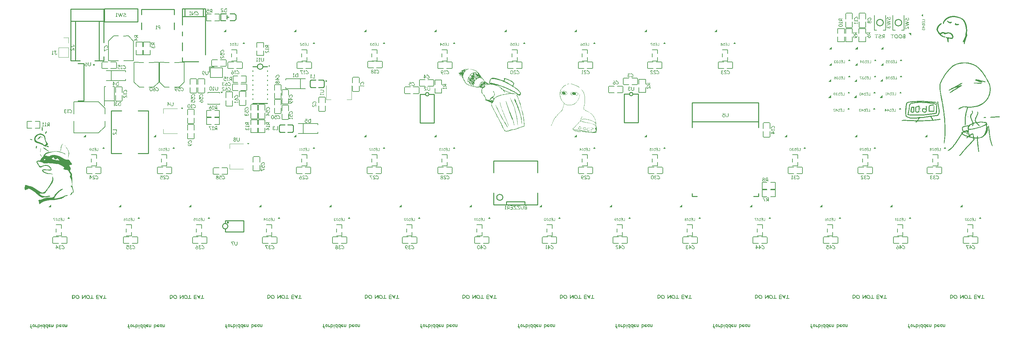
<source format=gbr>
%TF.GenerationSoftware,KiCad,Pcbnew,9.0.2*%
%TF.CreationDate,2025-12-31T15:45:33-05:00*%
%TF.ProjectId,Fracture,46726163-7475-4726-952e-6b696361645f,rev?*%
%TF.SameCoordinates,Original*%
%TF.FileFunction,Legend,Bot*%
%TF.FilePolarity,Positive*%
%FSLAX46Y46*%
G04 Gerber Fmt 4.6, Leading zero omitted, Abs format (unit mm)*
G04 Created by KiCad (PCBNEW 9.0.2) date 2025-12-31 15:45:33*
%MOMM*%
%LPD*%
G01*
G04 APERTURE LIST*
%ADD10C,0.250000*%
%ADD11C,0.150000*%
%ADD12C,0.100000*%
%ADD13C,0.120000*%
%ADD14C,0.300000*%
%ADD15C,0.000000*%
G04 APERTURE END LIST*
D10*
G36*
X202734146Y-112013419D02*
G01*
X202865305Y-112021601D01*
X202917375Y-112016952D01*
X202952313Y-112004996D01*
X202974943Y-111987530D01*
X202988301Y-111964492D01*
X202993044Y-111933979D01*
X202988061Y-111902814D01*
X202974037Y-111879564D01*
X202950164Y-111862213D01*
X202912993Y-111850849D01*
X202857123Y-111847639D01*
X202726636Y-111841472D01*
X202725293Y-111656580D01*
X202728040Y-111472421D01*
X202723562Y-111353603D01*
X202712287Y-111273852D01*
X202700248Y-111240872D01*
X202681853Y-111218864D01*
X202656600Y-111205448D01*
X202622100Y-111200579D01*
X202586261Y-111206757D01*
X202555483Y-111225186D01*
X202534235Y-111253027D01*
X202527151Y-111287346D01*
X202528555Y-111304443D01*
X202540975Y-111400851D01*
X202544919Y-111488175D01*
X202544919Y-111829748D01*
X202499856Y-111824253D01*
X202460228Y-111820833D01*
X202421586Y-111827112D01*
X202391229Y-111845136D01*
X202370968Y-111873126D01*
X202363935Y-111910471D01*
X202368189Y-111939794D01*
X202380216Y-111962615D01*
X202400378Y-111980556D01*
X202430858Y-111993941D01*
X202468357Y-112000538D01*
X202550415Y-112005603D01*
X202559269Y-112083150D01*
X202573087Y-112161032D01*
X202592033Y-112223302D01*
X202615173Y-112272529D01*
X202641945Y-112310907D01*
X202684581Y-112350114D01*
X202737667Y-112379029D01*
X202803486Y-112397529D01*
X202885150Y-112404207D01*
X202935616Y-112399523D01*
X202969725Y-112387415D01*
X202992050Y-112369566D01*
X203005375Y-112345764D01*
X203010141Y-112313960D01*
X203005562Y-112281941D01*
X202992876Y-112258240D01*
X202971917Y-112240713D01*
X202940317Y-112228961D01*
X202894003Y-112224445D01*
X202841985Y-112217475D01*
X202803003Y-112198193D01*
X202773775Y-112166742D01*
X202758637Y-112136794D01*
X202745754Y-112093542D01*
X202736222Y-112033080D01*
X202734146Y-112013419D01*
G37*
G36*
X203465004Y-111276122D02*
G01*
X203520704Y-111291163D01*
X203570745Y-111315717D01*
X203616061Y-111350160D01*
X203657201Y-111395546D01*
X203693741Y-111453292D01*
X203720073Y-111516770D01*
X203736286Y-111587000D01*
X203741892Y-111665251D01*
X203737004Y-111737440D01*
X203722981Y-111801205D01*
X203700433Y-111857823D01*
X203669474Y-111908333D01*
X203625084Y-111956524D01*
X203574978Y-111990020D01*
X203517999Y-112010301D01*
X203452220Y-112017327D01*
X203379298Y-112011415D01*
X203315307Y-111994433D01*
X203258683Y-111966917D01*
X203208244Y-111928596D01*
X203163281Y-111878414D01*
X203125258Y-111817319D01*
X203099028Y-111752837D01*
X203084095Y-111684107D01*
X203080625Y-111610479D01*
X203269832Y-111610479D01*
X203274597Y-111666839D01*
X203288356Y-111716761D01*
X203310804Y-111761421D01*
X203338203Y-111795916D01*
X203368876Y-111819267D01*
X203403477Y-111833047D01*
X203443306Y-111837564D01*
X203478391Y-111832201D01*
X203506240Y-111817276D01*
X203528682Y-111792097D01*
X203546006Y-111753766D01*
X203556914Y-111697672D01*
X203558771Y-111617929D01*
X203550906Y-111566622D01*
X203533057Y-111524925D01*
X203505465Y-111490800D01*
X203474416Y-111468426D01*
X203440390Y-111455188D01*
X203402334Y-111450683D01*
X203370921Y-111454539D01*
X203342532Y-111465939D01*
X203316299Y-111485366D01*
X203291254Y-111517238D01*
X203275522Y-111558046D01*
X203269832Y-111610479D01*
X203080625Y-111610479D01*
X203080605Y-111610052D01*
X203089452Y-111532440D01*
X203110067Y-111465637D01*
X203141845Y-111407744D01*
X203185141Y-111357383D01*
X203233168Y-111319311D01*
X203284776Y-111292579D01*
X203340801Y-111276439D01*
X203402395Y-111270921D01*
X203465004Y-111276122D01*
G37*
G36*
X204429009Y-111801477D02*
G01*
X204419650Y-111752605D01*
X204400911Y-111721658D01*
X204373391Y-111703457D01*
X204334059Y-111696880D01*
X204295120Y-111702835D01*
X204269692Y-111718715D01*
X204253967Y-111744697D01*
X204248025Y-111784869D01*
X204244605Y-111853196D01*
X204185049Y-111838512D01*
X204134437Y-111815556D01*
X204091364Y-111784532D01*
X204054889Y-111744973D01*
X204024603Y-111695781D01*
X204025275Y-111353047D01*
X204018530Y-111317325D01*
X203998653Y-111288689D01*
X203968895Y-111269674D01*
X203931058Y-111263105D01*
X203904067Y-111266370D01*
X203882644Y-111275533D01*
X203865479Y-111290460D01*
X203849299Y-111317878D01*
X203843620Y-111353353D01*
X203843620Y-111801233D01*
X203844963Y-111864492D01*
X203846367Y-111927751D01*
X203852236Y-111963320D01*
X203869204Y-111991681D01*
X203896075Y-112010557D01*
X203934478Y-112017327D01*
X203969258Y-112012222D01*
X203994595Y-111998124D01*
X204012930Y-111974808D01*
X204024603Y-111939474D01*
X204087352Y-111978995D01*
X204152500Y-112006765D01*
X204220778Y-112023422D01*
X204293087Y-112029050D01*
X204334555Y-112024072D01*
X204366876Y-112010212D01*
X204392259Y-111987763D01*
X204411689Y-111955273D01*
X204424747Y-111909800D01*
X204429680Y-111847273D01*
X204429009Y-111801477D01*
G37*
G36*
X204931715Y-111289899D02*
G01*
X205001946Y-111310992D01*
X205065567Y-111345777D01*
X205123757Y-111395240D01*
X205170806Y-111453374D01*
X205203961Y-111516616D01*
X205224072Y-111586076D01*
X205230980Y-111663297D01*
X205224939Y-111739900D01*
X205207426Y-111808698D01*
X205178821Y-111871048D01*
X205138778Y-111927995D01*
X205096441Y-111970203D01*
X205050028Y-112002471D01*
X204998971Y-112025588D01*
X204942389Y-112039777D01*
X204879148Y-112044682D01*
X204835911Y-112041275D01*
X204789633Y-112030638D01*
X204743293Y-112013621D01*
X204692669Y-111988628D01*
X204692669Y-112249357D01*
X204695050Y-112277568D01*
X204697431Y-112305778D01*
X204692259Y-112342167D01*
X204678698Y-112365437D01*
X204657074Y-112379461D01*
X204624342Y-112384668D01*
X204593404Y-112379357D01*
X204567933Y-112363752D01*
X204546489Y-112336247D01*
X204530245Y-112295946D01*
X204524630Y-112248991D01*
X204524630Y-111498555D01*
X204692669Y-111498555D01*
X204692669Y-111787311D01*
X204750142Y-111824296D01*
X204797205Y-111848433D01*
X204842842Y-111864196D01*
X204879148Y-111868827D01*
X204929121Y-111862001D01*
X204970789Y-111842299D01*
X205006215Y-111809049D01*
X205031116Y-111768343D01*
X205046562Y-111720273D01*
X205052011Y-111662991D01*
X205045521Y-111606398D01*
X205026854Y-111558228D01*
X204995957Y-111516568D01*
X204955497Y-111484476D01*
X204908571Y-111465194D01*
X204853197Y-111458499D01*
X204809255Y-111462330D01*
X204756362Y-111474981D01*
X204692669Y-111498555D01*
X204524630Y-111498555D01*
X204524630Y-111476573D01*
X204522554Y-111426442D01*
X204520539Y-111376372D01*
X204527144Y-111342525D01*
X204546795Y-111315006D01*
X204575654Y-111296635D01*
X204609993Y-111290460D01*
X204643520Y-111296801D01*
X204671481Y-111315739D01*
X204729662Y-111297421D01*
X204790076Y-111286373D01*
X204853197Y-111282644D01*
X204931715Y-111289899D01*
G37*
G36*
X205514912Y-112130655D02*
G01*
X205474080Y-112138034D01*
X205439075Y-112160148D01*
X205421078Y-112181539D01*
X205410540Y-112205281D01*
X205406957Y-112232260D01*
X205410542Y-112259238D01*
X205421080Y-112282959D01*
X205439075Y-112304312D01*
X205461892Y-112320794D01*
X205486911Y-112330546D01*
X205514912Y-112333866D01*
X205542902Y-112330539D01*
X205567794Y-112320781D01*
X205590383Y-112304312D01*
X205608156Y-112282985D01*
X205618584Y-112259263D01*
X205622135Y-112232260D01*
X205618586Y-112205256D01*
X205608158Y-112181512D01*
X205590383Y-112160148D01*
X205567798Y-112143715D01*
X205542906Y-112133976D01*
X205514912Y-112130655D01*
G37*
G36*
X205572981Y-111630568D02*
G01*
X205575362Y-111505821D01*
X205577744Y-111381074D01*
X205570957Y-111344768D01*
X205551060Y-111315983D01*
X205521308Y-111297015D01*
X205483466Y-111290460D01*
X205445614Y-111297013D01*
X205415811Y-111315983D01*
X205395961Y-111344763D01*
X205389188Y-111381074D01*
X205386807Y-111505821D01*
X205384426Y-111630568D01*
X205391264Y-111782487D01*
X205398103Y-111934528D01*
X205404878Y-111970829D01*
X205424726Y-111999558D01*
X205454534Y-112018576D01*
X205492381Y-112025143D01*
X205530218Y-112018574D01*
X205559975Y-111999558D01*
X205579870Y-111970824D01*
X205586659Y-111934528D01*
X205579820Y-111782487D01*
X205572981Y-111630568D01*
G37*
G36*
X206380545Y-111284852D02*
G01*
X206410123Y-111303283D01*
X206430579Y-111331003D01*
X206437479Y-111365748D01*
X206435403Y-111385776D01*
X206424706Y-111488671D01*
X206419710Y-111713122D01*
X206422931Y-111825556D01*
X206435036Y-112011465D01*
X206447189Y-112197375D01*
X206450423Y-112309808D01*
X206444186Y-112345079D01*
X206425816Y-112374043D01*
X206397763Y-112393540D01*
X206360908Y-112400300D01*
X206325697Y-112395008D01*
X206300509Y-112380453D01*
X206282723Y-112356335D01*
X206272126Y-112319516D01*
X206261920Y-112212424D01*
X206250938Y-111997055D01*
X206219401Y-112015915D01*
X206181268Y-112029844D01*
X206139440Y-112037896D01*
X206089738Y-112040774D01*
X206023379Y-112035958D01*
X205964086Y-112022053D01*
X205910731Y-111999500D01*
X205862412Y-111968221D01*
X205818506Y-111927629D01*
X205774108Y-111868359D01*
X205741877Y-111800301D01*
X205721767Y-111721797D01*
X205714982Y-111634293D01*
X205890252Y-111634293D01*
X205896782Y-111710984D01*
X205914280Y-111768075D01*
X205940811Y-111810148D01*
X205967968Y-111834918D01*
X206001337Y-111853099D01*
X206042239Y-111864670D01*
X206092486Y-111868827D01*
X206139884Y-111863282D01*
X206178581Y-111847578D01*
X206210819Y-111821436D01*
X206237322Y-111783098D01*
X206237322Y-111532077D01*
X206214790Y-111510828D01*
X206172940Y-111479337D01*
X206151898Y-111466926D01*
X206121229Y-111458154D01*
X206071969Y-111454591D01*
X206025788Y-111460427D01*
X205983864Y-111477744D01*
X205944902Y-111507409D01*
X205914288Y-111545399D01*
X205896344Y-111587206D01*
X205890252Y-111634293D01*
X205714982Y-111634293D01*
X205714703Y-111630690D01*
X205721466Y-111555187D01*
X205740979Y-111488722D01*
X205772871Y-111429568D01*
X205817834Y-111376495D01*
X205871242Y-111333979D01*
X205930548Y-111303710D01*
X205996924Y-111285161D01*
X206071969Y-111278736D01*
X206124745Y-111280900D01*
X206175162Y-111287285D01*
X206223776Y-111300550D01*
X206271454Y-111323860D01*
X206291060Y-111298506D01*
X206315568Y-111283833D01*
X206346620Y-111278736D01*
X206380545Y-111284852D01*
G37*
G36*
X207202178Y-111284852D02*
G01*
X207231756Y-111303283D01*
X207252212Y-111331003D01*
X207259112Y-111365748D01*
X207257035Y-111385776D01*
X207246339Y-111488671D01*
X207241343Y-111713122D01*
X207244564Y-111825556D01*
X207256669Y-112011465D01*
X207268822Y-112197375D01*
X207272056Y-112309808D01*
X207265819Y-112345079D01*
X207247449Y-112374043D01*
X207219396Y-112393540D01*
X207182541Y-112400300D01*
X207147330Y-112395008D01*
X207122142Y-112380453D01*
X207104356Y-112356335D01*
X207093759Y-112319516D01*
X207083553Y-112212424D01*
X207072571Y-111997055D01*
X207041034Y-112015915D01*
X207002901Y-112029844D01*
X206961073Y-112037896D01*
X206911371Y-112040774D01*
X206845012Y-112035958D01*
X206785719Y-112022053D01*
X206732364Y-111999500D01*
X206684045Y-111968221D01*
X206640139Y-111927629D01*
X206595741Y-111868359D01*
X206563510Y-111800301D01*
X206543400Y-111721797D01*
X206536615Y-111634293D01*
X206711885Y-111634293D01*
X206718415Y-111710984D01*
X206735913Y-111768075D01*
X206762444Y-111810148D01*
X206789601Y-111834918D01*
X206822970Y-111853099D01*
X206863872Y-111864670D01*
X206914118Y-111868827D01*
X206961517Y-111863282D01*
X207000214Y-111847578D01*
X207032452Y-111821436D01*
X207058954Y-111783098D01*
X207058954Y-111532077D01*
X207036423Y-111510828D01*
X206994573Y-111479337D01*
X206973531Y-111466926D01*
X206942862Y-111458154D01*
X206893602Y-111454591D01*
X206847420Y-111460427D01*
X206805497Y-111477744D01*
X206766535Y-111507409D01*
X206735921Y-111545399D01*
X206717977Y-111587206D01*
X206711885Y-111634293D01*
X206536615Y-111634293D01*
X206536336Y-111630690D01*
X206543099Y-111555187D01*
X206562612Y-111488722D01*
X206594504Y-111429568D01*
X206639467Y-111376495D01*
X206692875Y-111333979D01*
X206752181Y-111303710D01*
X206818557Y-111285161D01*
X206893602Y-111278736D01*
X206946378Y-111280900D01*
X206996795Y-111287285D01*
X207045409Y-111300550D01*
X207093087Y-111323860D01*
X207112693Y-111298506D01*
X207137201Y-111283833D01*
X207168253Y-111278736D01*
X207202178Y-111284852D01*
G37*
G36*
X207809146Y-111283300D02*
G01*
X207876574Y-111296822D01*
X207941404Y-111319281D01*
X207996513Y-111348877D01*
X208030732Y-111379377D01*
X208049408Y-111410962D01*
X208055465Y-111444944D01*
X208050697Y-111475739D01*
X208037941Y-111495921D01*
X208016979Y-111508458D01*
X207984452Y-111513210D01*
X207948554Y-111506302D01*
X207893593Y-111480054D01*
X207849760Y-111459962D01*
X207798564Y-111447331D01*
X207738499Y-111442868D01*
X207680649Y-111447970D01*
X207631948Y-111462407D01*
X207588958Y-111486789D01*
X207552691Y-111521025D01*
X207782890Y-111621898D01*
X207888076Y-111671201D01*
X207936580Y-111699139D01*
X207975787Y-111731398D01*
X208001348Y-111763725D01*
X208015838Y-111796647D01*
X208020600Y-111831153D01*
X208014102Y-111880771D01*
X207995397Y-111922180D01*
X207964029Y-111957384D01*
X207917468Y-111987163D01*
X207863735Y-112007387D01*
X207798672Y-112020443D01*
X207720059Y-112025143D01*
X207652843Y-112019586D01*
X207593153Y-112003533D01*
X207539635Y-111977356D01*
X207491279Y-111940677D01*
X207447484Y-111892397D01*
X207408423Y-111830559D01*
X207380162Y-111761982D01*
X207364399Y-111692972D01*
X207539014Y-111692972D01*
X207560637Y-111747342D01*
X207584878Y-111788554D01*
X207611371Y-111819002D01*
X207643501Y-111842344D01*
X207679313Y-111856247D01*
X207719998Y-111861011D01*
X207768730Y-111857784D01*
X207808007Y-111848904D01*
X207839555Y-111835244D01*
X207779610Y-111800630D01*
X207692704Y-111758674D01*
X207539014Y-111692972D01*
X207364399Y-111692972D01*
X207362689Y-111685486D01*
X207356625Y-111599610D01*
X207361554Y-111537706D01*
X207375675Y-111483651D01*
X207398479Y-111436087D01*
X207430123Y-111393985D01*
X207471420Y-111356711D01*
X207524834Y-111323692D01*
X207586180Y-111299392D01*
X207656841Y-111284114D01*
X207738499Y-111278736D01*
X207809146Y-111283300D01*
G37*
G36*
X208715043Y-111263105D02*
G01*
X208676349Y-111268685D01*
X208649536Y-111283782D01*
X208631383Y-111308360D01*
X208621437Y-111345476D01*
X208602325Y-111486465D01*
X208594542Y-111560417D01*
X208592067Y-111627454D01*
X208594448Y-111688026D01*
X208596830Y-111748660D01*
X208598173Y-111772840D01*
X208599577Y-111804469D01*
X208595143Y-111839873D01*
X208585000Y-111856074D01*
X208570207Y-111861011D01*
X208531447Y-111853787D01*
X208490956Y-111830428D01*
X208446926Y-111785968D01*
X208410788Y-111733626D01*
X208379136Y-111670786D01*
X208352342Y-111595886D01*
X208346175Y-111534520D01*
X208342084Y-111473093D01*
X208346481Y-111414108D01*
X208350938Y-111355184D01*
X208344092Y-111318597D01*
X208323949Y-111289300D01*
X208293839Y-111269799D01*
X208255989Y-111263105D01*
X208218181Y-111269782D01*
X208188333Y-111289178D01*
X208168475Y-111318328D01*
X208161711Y-111354818D01*
X208157620Y-111413497D01*
X208153529Y-111472177D01*
X208163054Y-111657618D01*
X208172641Y-111843121D01*
X208170259Y-111905341D01*
X208167878Y-111966769D01*
X208174861Y-112002479D01*
X208195539Y-112031065D01*
X208226047Y-112049954D01*
X208263499Y-112056406D01*
X208302891Y-112049671D01*
X208330613Y-112030939D01*
X208349611Y-111998845D01*
X208359120Y-111947840D01*
X208359792Y-111940329D01*
X208413306Y-111986436D01*
X208465641Y-112017254D01*
X208517591Y-112034963D01*
X208570207Y-112040774D01*
X208620767Y-112036056D01*
X208662380Y-112022802D01*
X208696855Y-112001642D01*
X208725402Y-111972209D01*
X208748504Y-111933185D01*
X208765174Y-111883660D01*
X208776829Y-111813636D01*
X208781294Y-111717336D01*
X208781294Y-111668975D01*
X208780622Y-111624706D01*
X208783858Y-111568016D01*
X208795277Y-111487808D01*
X208806753Y-111407740D01*
X208809993Y-111351643D01*
X208803106Y-111316622D01*
X208782637Y-111288323D01*
X208752443Y-111269541D01*
X208715043Y-111263105D01*
G37*
G36*
X209919154Y-111289899D02*
G01*
X209989384Y-111310992D01*
X210053006Y-111345777D01*
X210111196Y-111395240D01*
X210158245Y-111453374D01*
X210191400Y-111516616D01*
X210211511Y-111586076D01*
X210218419Y-111663297D01*
X210212378Y-111739900D01*
X210194865Y-111808698D01*
X210166260Y-111871048D01*
X210126217Y-111927995D01*
X210083880Y-111970203D01*
X210037467Y-112002471D01*
X209986410Y-112025588D01*
X209929828Y-112039777D01*
X209866587Y-112044682D01*
X209823349Y-112041275D01*
X209777072Y-112030638D01*
X209730732Y-112013621D01*
X209680108Y-111988628D01*
X209680108Y-112249357D01*
X209682489Y-112277568D01*
X209684870Y-112305778D01*
X209679698Y-112342167D01*
X209666137Y-112365437D01*
X209644513Y-112379461D01*
X209611781Y-112384668D01*
X209580843Y-112379357D01*
X209555372Y-112363752D01*
X209533928Y-112336247D01*
X209517684Y-112295946D01*
X209512069Y-112248991D01*
X209512069Y-111498555D01*
X209680108Y-111498555D01*
X209680108Y-111787311D01*
X209737581Y-111824296D01*
X209784644Y-111848433D01*
X209830281Y-111864196D01*
X209866587Y-111868827D01*
X209916560Y-111862001D01*
X209958228Y-111842299D01*
X209993654Y-111809049D01*
X210018555Y-111768343D01*
X210034001Y-111720273D01*
X210039450Y-111662991D01*
X210032960Y-111606398D01*
X210014293Y-111558228D01*
X209983396Y-111516568D01*
X209942936Y-111484476D01*
X209896010Y-111465194D01*
X209840636Y-111458499D01*
X209796694Y-111462330D01*
X209743801Y-111474981D01*
X209680108Y-111498555D01*
X209512069Y-111498555D01*
X209512069Y-111476573D01*
X209509993Y-111426442D01*
X209507978Y-111376372D01*
X209514583Y-111342525D01*
X209534234Y-111315006D01*
X209563093Y-111296635D01*
X209597431Y-111290460D01*
X209630959Y-111296801D01*
X209658920Y-111315739D01*
X209717101Y-111297421D01*
X209777515Y-111286373D01*
X209840636Y-111282644D01*
X209919154Y-111289899D01*
G37*
G36*
X210761554Y-111283300D02*
G01*
X210828982Y-111296822D01*
X210893811Y-111319281D01*
X210948920Y-111348877D01*
X210983139Y-111379377D01*
X211001816Y-111410962D01*
X211007873Y-111444944D01*
X211003105Y-111475739D01*
X210990349Y-111495921D01*
X210969387Y-111508458D01*
X210936859Y-111513210D01*
X210900962Y-111506302D01*
X210846001Y-111480054D01*
X210802168Y-111459962D01*
X210750972Y-111447331D01*
X210690907Y-111442868D01*
X210633056Y-111447970D01*
X210584356Y-111462407D01*
X210541366Y-111486789D01*
X210505099Y-111521025D01*
X210735298Y-111621898D01*
X210840484Y-111671201D01*
X210888988Y-111699139D01*
X210928195Y-111731398D01*
X210953756Y-111763725D01*
X210968246Y-111796647D01*
X210973007Y-111831153D01*
X210966509Y-111880771D01*
X210947804Y-111922180D01*
X210916437Y-111957384D01*
X210869876Y-111987163D01*
X210816143Y-112007387D01*
X210751080Y-112020443D01*
X210672466Y-112025143D01*
X210605251Y-112019586D01*
X210545560Y-112003533D01*
X210492043Y-111977356D01*
X210443686Y-111940677D01*
X210399891Y-111892397D01*
X210360831Y-111830559D01*
X210332570Y-111761982D01*
X210316807Y-111692972D01*
X210491421Y-111692972D01*
X210513044Y-111747342D01*
X210537286Y-111788554D01*
X210563778Y-111819002D01*
X210595909Y-111842344D01*
X210631720Y-111856247D01*
X210672405Y-111861011D01*
X210721137Y-111857784D01*
X210760414Y-111848904D01*
X210791962Y-111835244D01*
X210732017Y-111800630D01*
X210645111Y-111758674D01*
X210491421Y-111692972D01*
X210316807Y-111692972D01*
X210315097Y-111685486D01*
X210309033Y-111599610D01*
X210313961Y-111537706D01*
X210328083Y-111483651D01*
X210350886Y-111436087D01*
X210382531Y-111393985D01*
X210423827Y-111356711D01*
X210477242Y-111323692D01*
X210538588Y-111299392D01*
X210609248Y-111284114D01*
X210690907Y-111278736D01*
X210761554Y-111283300D01*
G37*
G36*
X211752720Y-111276862D02*
G01*
X211782550Y-111294734D01*
X211803317Y-111321602D01*
X211810211Y-111354513D01*
X211783588Y-111421069D01*
X211752142Y-111491777D01*
X211739271Y-111557919D01*
X211733702Y-111678623D01*
X211737426Y-111774733D01*
X211748051Y-111843060D01*
X211759805Y-111862879D01*
X211763743Y-111885863D01*
X211758708Y-111910989D01*
X211742591Y-111935861D01*
X211711819Y-111961596D01*
X211660612Y-111988445D01*
X211602571Y-112009871D01*
X211552936Y-112021550D01*
X211510341Y-112025143D01*
X211427864Y-112017644D01*
X211352842Y-111995702D01*
X211283706Y-111959320D01*
X211219326Y-111907418D01*
X211174880Y-111857549D01*
X211141127Y-111804908D01*
X211117196Y-111749001D01*
X211102698Y-111689112D01*
X211097754Y-111624340D01*
X211098098Y-111619272D01*
X211286920Y-111619272D01*
X211291270Y-111665743D01*
X211304112Y-111708849D01*
X211325620Y-111749416D01*
X211356591Y-111788044D01*
X211393900Y-111820686D01*
X211432986Y-111843161D01*
X211474457Y-111856503D01*
X211519195Y-111861011D01*
X211537269Y-111857897D01*
X211561571Y-111848005D01*
X211552290Y-111784624D01*
X211549237Y-111734310D01*
X211553516Y-111643369D01*
X211569754Y-111490495D01*
X211534889Y-111466301D01*
X211498374Y-111449096D01*
X211459568Y-111438603D01*
X211418079Y-111435052D01*
X211376738Y-111440552D01*
X211344709Y-111455953D01*
X211319710Y-111481275D01*
X211302703Y-111513854D01*
X211291241Y-111558647D01*
X211286920Y-111619272D01*
X211098098Y-111619272D01*
X211103795Y-111535235D01*
X211120439Y-111463385D01*
X211146088Y-111405637D01*
X211180064Y-111359459D01*
X211223807Y-111322395D01*
X211277930Y-111294905D01*
X211344675Y-111277279D01*
X211426994Y-111270921D01*
X211461864Y-111274364D01*
X211508265Y-111286308D01*
X211557505Y-111304357D01*
X211618968Y-111331676D01*
X211667469Y-111292943D01*
X211698864Y-111275410D01*
X211718681Y-111270921D01*
X211752720Y-111276862D01*
G37*
G36*
X212445120Y-111263105D02*
G01*
X212406425Y-111268685D01*
X212379612Y-111283782D01*
X212361460Y-111308360D01*
X212351514Y-111345476D01*
X212332402Y-111486465D01*
X212324618Y-111560417D01*
X212322144Y-111627454D01*
X212324525Y-111688026D01*
X212326906Y-111748660D01*
X212328250Y-111772840D01*
X212329654Y-111804469D01*
X212325220Y-111839873D01*
X212315077Y-111856074D01*
X212300284Y-111861011D01*
X212261524Y-111853787D01*
X212221033Y-111830428D01*
X212177002Y-111785968D01*
X212140864Y-111733626D01*
X212109213Y-111670786D01*
X212082419Y-111595886D01*
X212076252Y-111534520D01*
X212072161Y-111473093D01*
X212076557Y-111414108D01*
X212081015Y-111355184D01*
X212074169Y-111318597D01*
X212054026Y-111289300D01*
X212023916Y-111269799D01*
X211986065Y-111263105D01*
X211948257Y-111269782D01*
X211918410Y-111289178D01*
X211898552Y-111318328D01*
X211891788Y-111354818D01*
X211887697Y-111413497D01*
X211883606Y-111472177D01*
X211893131Y-111657618D01*
X211902718Y-111843121D01*
X211900336Y-111905341D01*
X211897955Y-111966769D01*
X211904938Y-112002479D01*
X211925615Y-112031065D01*
X211956124Y-112049954D01*
X211993576Y-112056406D01*
X212032968Y-112049671D01*
X212060689Y-112030939D01*
X212079688Y-111998845D01*
X212089197Y-111947840D01*
X212089869Y-111940329D01*
X212143383Y-111986436D01*
X212195718Y-112017254D01*
X212247668Y-112034963D01*
X212300284Y-112040774D01*
X212350844Y-112036056D01*
X212392457Y-112022802D01*
X212426932Y-112001642D01*
X212455479Y-111972209D01*
X212478581Y-111933185D01*
X212495251Y-111883660D01*
X212506906Y-111813636D01*
X212511371Y-111717336D01*
X212511371Y-111668975D01*
X212510699Y-111624706D01*
X212513935Y-111568016D01*
X212525354Y-111487808D01*
X212536830Y-111407740D01*
X212540069Y-111351643D01*
X212533183Y-111316622D01*
X212512714Y-111288323D01*
X212482519Y-111269541D01*
X212445120Y-111263105D01*
G37*
G36*
X17189146Y-112043419D02*
G01*
X17320305Y-112051601D01*
X17372375Y-112046952D01*
X17407313Y-112034996D01*
X17429943Y-112017530D01*
X17443301Y-111994492D01*
X17448044Y-111963979D01*
X17443061Y-111932814D01*
X17429037Y-111909564D01*
X17405164Y-111892213D01*
X17367993Y-111880849D01*
X17312123Y-111877639D01*
X17181636Y-111871472D01*
X17180293Y-111686580D01*
X17183040Y-111502421D01*
X17178562Y-111383603D01*
X17167287Y-111303852D01*
X17155248Y-111270872D01*
X17136853Y-111248864D01*
X17111600Y-111235448D01*
X17077100Y-111230579D01*
X17041261Y-111236757D01*
X17010483Y-111255186D01*
X16989235Y-111283027D01*
X16982151Y-111317346D01*
X16983555Y-111334443D01*
X16995975Y-111430851D01*
X16999919Y-111518175D01*
X16999919Y-111859748D01*
X16954856Y-111854253D01*
X16915228Y-111850833D01*
X16876586Y-111857112D01*
X16846229Y-111875136D01*
X16825968Y-111903126D01*
X16818935Y-111940471D01*
X16823189Y-111969794D01*
X16835216Y-111992615D01*
X16855378Y-112010556D01*
X16885858Y-112023941D01*
X16923357Y-112030538D01*
X17005415Y-112035603D01*
X17014269Y-112113150D01*
X17028087Y-112191032D01*
X17047033Y-112253302D01*
X17070173Y-112302529D01*
X17096945Y-112340907D01*
X17139581Y-112380114D01*
X17192667Y-112409029D01*
X17258486Y-112427529D01*
X17340150Y-112434207D01*
X17390616Y-112429523D01*
X17424725Y-112417415D01*
X17447050Y-112399566D01*
X17460375Y-112375764D01*
X17465141Y-112343960D01*
X17460562Y-112311941D01*
X17447876Y-112288240D01*
X17426917Y-112270713D01*
X17395317Y-112258961D01*
X17349003Y-112254445D01*
X17296985Y-112247475D01*
X17258003Y-112228193D01*
X17228775Y-112196742D01*
X17213637Y-112166794D01*
X17200754Y-112123542D01*
X17191222Y-112063080D01*
X17189146Y-112043419D01*
G37*
G36*
X17920004Y-111306122D02*
G01*
X17975704Y-111321163D01*
X18025745Y-111345717D01*
X18071061Y-111380160D01*
X18112201Y-111425546D01*
X18148741Y-111483292D01*
X18175073Y-111546770D01*
X18191286Y-111617000D01*
X18196892Y-111695251D01*
X18192004Y-111767440D01*
X18177981Y-111831205D01*
X18155433Y-111887823D01*
X18124474Y-111938333D01*
X18080084Y-111986524D01*
X18029978Y-112020020D01*
X17972999Y-112040301D01*
X17907220Y-112047327D01*
X17834298Y-112041415D01*
X17770307Y-112024433D01*
X17713683Y-111996917D01*
X17663244Y-111958596D01*
X17618281Y-111908414D01*
X17580258Y-111847319D01*
X17554028Y-111782837D01*
X17539095Y-111714107D01*
X17535625Y-111640479D01*
X17724832Y-111640479D01*
X17729597Y-111696839D01*
X17743356Y-111746761D01*
X17765804Y-111791421D01*
X17793203Y-111825916D01*
X17823876Y-111849267D01*
X17858477Y-111863047D01*
X17898306Y-111867564D01*
X17933391Y-111862201D01*
X17961240Y-111847276D01*
X17983682Y-111822097D01*
X18001006Y-111783766D01*
X18011914Y-111727672D01*
X18013771Y-111647929D01*
X18005906Y-111596622D01*
X17988057Y-111554925D01*
X17960465Y-111520800D01*
X17929416Y-111498426D01*
X17895390Y-111485188D01*
X17857334Y-111480683D01*
X17825921Y-111484539D01*
X17797532Y-111495939D01*
X17771299Y-111515366D01*
X17746254Y-111547238D01*
X17730522Y-111588046D01*
X17724832Y-111640479D01*
X17535625Y-111640479D01*
X17535605Y-111640052D01*
X17544452Y-111562440D01*
X17565067Y-111495637D01*
X17596845Y-111437744D01*
X17640141Y-111387383D01*
X17688168Y-111349311D01*
X17739776Y-111322579D01*
X17795801Y-111306439D01*
X17857395Y-111300921D01*
X17920004Y-111306122D01*
G37*
G36*
X18884009Y-111831477D02*
G01*
X18874650Y-111782605D01*
X18855911Y-111751658D01*
X18828391Y-111733457D01*
X18789059Y-111726880D01*
X18750120Y-111732835D01*
X18724692Y-111748715D01*
X18708967Y-111774697D01*
X18703025Y-111814869D01*
X18699605Y-111883196D01*
X18640049Y-111868512D01*
X18589437Y-111845556D01*
X18546364Y-111814532D01*
X18509889Y-111774973D01*
X18479603Y-111725781D01*
X18480275Y-111383047D01*
X18473530Y-111347325D01*
X18453653Y-111318689D01*
X18423895Y-111299674D01*
X18386058Y-111293105D01*
X18359067Y-111296370D01*
X18337644Y-111305533D01*
X18320479Y-111320460D01*
X18304299Y-111347878D01*
X18298620Y-111383353D01*
X18298620Y-111831233D01*
X18299963Y-111894492D01*
X18301367Y-111957751D01*
X18307236Y-111993320D01*
X18324204Y-112021681D01*
X18351075Y-112040557D01*
X18389478Y-112047327D01*
X18424258Y-112042222D01*
X18449595Y-112028124D01*
X18467930Y-112004808D01*
X18479603Y-111969474D01*
X18542352Y-112008995D01*
X18607500Y-112036765D01*
X18675778Y-112053422D01*
X18748087Y-112059050D01*
X18789555Y-112054072D01*
X18821876Y-112040212D01*
X18847259Y-112017763D01*
X18866689Y-111985273D01*
X18879747Y-111939800D01*
X18884680Y-111877273D01*
X18884009Y-111831477D01*
G37*
G36*
X19386715Y-111319899D02*
G01*
X19456946Y-111340992D01*
X19520567Y-111375777D01*
X19578757Y-111425240D01*
X19625806Y-111483374D01*
X19658961Y-111546616D01*
X19679072Y-111616076D01*
X19685980Y-111693297D01*
X19679939Y-111769900D01*
X19662426Y-111838698D01*
X19633821Y-111901048D01*
X19593778Y-111957995D01*
X19551441Y-112000203D01*
X19505028Y-112032471D01*
X19453971Y-112055588D01*
X19397389Y-112069777D01*
X19334148Y-112074682D01*
X19290911Y-112071275D01*
X19244633Y-112060638D01*
X19198293Y-112043621D01*
X19147669Y-112018628D01*
X19147669Y-112279357D01*
X19150050Y-112307568D01*
X19152431Y-112335778D01*
X19147259Y-112372167D01*
X19133698Y-112395437D01*
X19112074Y-112409461D01*
X19079342Y-112414668D01*
X19048404Y-112409357D01*
X19022933Y-112393752D01*
X19001489Y-112366247D01*
X18985245Y-112325946D01*
X18979630Y-112278991D01*
X18979630Y-111528555D01*
X19147669Y-111528555D01*
X19147669Y-111817311D01*
X19205142Y-111854296D01*
X19252205Y-111878433D01*
X19297842Y-111894196D01*
X19334148Y-111898827D01*
X19384121Y-111892001D01*
X19425789Y-111872299D01*
X19461215Y-111839049D01*
X19486116Y-111798343D01*
X19501562Y-111750273D01*
X19507011Y-111692991D01*
X19500521Y-111636398D01*
X19481854Y-111588228D01*
X19450957Y-111546568D01*
X19410497Y-111514476D01*
X19363571Y-111495194D01*
X19308197Y-111488499D01*
X19264255Y-111492330D01*
X19211362Y-111504981D01*
X19147669Y-111528555D01*
X18979630Y-111528555D01*
X18979630Y-111506573D01*
X18977554Y-111456442D01*
X18975539Y-111406372D01*
X18982144Y-111372525D01*
X19001795Y-111345006D01*
X19030654Y-111326635D01*
X19064993Y-111320460D01*
X19098520Y-111326801D01*
X19126481Y-111345739D01*
X19184662Y-111327421D01*
X19245076Y-111316373D01*
X19308197Y-111312644D01*
X19386715Y-111319899D01*
G37*
G36*
X19969912Y-112160655D02*
G01*
X19929080Y-112168034D01*
X19894075Y-112190148D01*
X19876078Y-112211539D01*
X19865540Y-112235281D01*
X19861957Y-112262260D01*
X19865542Y-112289238D01*
X19876080Y-112312959D01*
X19894075Y-112334312D01*
X19916892Y-112350794D01*
X19941911Y-112360546D01*
X19969912Y-112363866D01*
X19997902Y-112360539D01*
X20022794Y-112350781D01*
X20045383Y-112334312D01*
X20063156Y-112312985D01*
X20073584Y-112289263D01*
X20077135Y-112262260D01*
X20073586Y-112235256D01*
X20063158Y-112211512D01*
X20045383Y-112190148D01*
X20022798Y-112173715D01*
X19997906Y-112163976D01*
X19969912Y-112160655D01*
G37*
G36*
X20027981Y-111660568D02*
G01*
X20030362Y-111535821D01*
X20032744Y-111411074D01*
X20025957Y-111374768D01*
X20006060Y-111345983D01*
X19976308Y-111327015D01*
X19938466Y-111320460D01*
X19900614Y-111327013D01*
X19870811Y-111345983D01*
X19850961Y-111374763D01*
X19844188Y-111411074D01*
X19841807Y-111535821D01*
X19839426Y-111660568D01*
X19846264Y-111812487D01*
X19853103Y-111964528D01*
X19859878Y-112000829D01*
X19879726Y-112029558D01*
X19909534Y-112048576D01*
X19947381Y-112055143D01*
X19985218Y-112048574D01*
X20014975Y-112029558D01*
X20034870Y-112000824D01*
X20041659Y-111964528D01*
X20034820Y-111812487D01*
X20027981Y-111660568D01*
G37*
G36*
X20835545Y-111314852D02*
G01*
X20865123Y-111333283D01*
X20885579Y-111361003D01*
X20892479Y-111395748D01*
X20890403Y-111415776D01*
X20879706Y-111518671D01*
X20874710Y-111743122D01*
X20877931Y-111855556D01*
X20890036Y-112041465D01*
X20902189Y-112227375D01*
X20905423Y-112339808D01*
X20899186Y-112375079D01*
X20880816Y-112404043D01*
X20852763Y-112423540D01*
X20815908Y-112430300D01*
X20780697Y-112425008D01*
X20755509Y-112410453D01*
X20737723Y-112386335D01*
X20727126Y-112349516D01*
X20716920Y-112242424D01*
X20705938Y-112027055D01*
X20674401Y-112045915D01*
X20636268Y-112059844D01*
X20594440Y-112067896D01*
X20544738Y-112070774D01*
X20478379Y-112065958D01*
X20419086Y-112052053D01*
X20365731Y-112029500D01*
X20317412Y-111998221D01*
X20273506Y-111957629D01*
X20229108Y-111898359D01*
X20196877Y-111830301D01*
X20176767Y-111751797D01*
X20169982Y-111664293D01*
X20345252Y-111664293D01*
X20351782Y-111740984D01*
X20369280Y-111798075D01*
X20395811Y-111840148D01*
X20422968Y-111864918D01*
X20456337Y-111883099D01*
X20497239Y-111894670D01*
X20547486Y-111898827D01*
X20594884Y-111893282D01*
X20633581Y-111877578D01*
X20665819Y-111851436D01*
X20692322Y-111813098D01*
X20692322Y-111562077D01*
X20669790Y-111540828D01*
X20627940Y-111509337D01*
X20606898Y-111496926D01*
X20576229Y-111488154D01*
X20526969Y-111484591D01*
X20480788Y-111490427D01*
X20438864Y-111507744D01*
X20399902Y-111537409D01*
X20369288Y-111575399D01*
X20351344Y-111617206D01*
X20345252Y-111664293D01*
X20169982Y-111664293D01*
X20169703Y-111660690D01*
X20176466Y-111585187D01*
X20195979Y-111518722D01*
X20227871Y-111459568D01*
X20272834Y-111406495D01*
X20326242Y-111363979D01*
X20385548Y-111333710D01*
X20451924Y-111315161D01*
X20526969Y-111308736D01*
X20579745Y-111310900D01*
X20630162Y-111317285D01*
X20678776Y-111330550D01*
X20726454Y-111353860D01*
X20746060Y-111328506D01*
X20770568Y-111313833D01*
X20801620Y-111308736D01*
X20835545Y-111314852D01*
G37*
G36*
X21657178Y-111314852D02*
G01*
X21686756Y-111333283D01*
X21707212Y-111361003D01*
X21714112Y-111395748D01*
X21712035Y-111415776D01*
X21701339Y-111518671D01*
X21696343Y-111743122D01*
X21699564Y-111855556D01*
X21711669Y-112041465D01*
X21723822Y-112227375D01*
X21727056Y-112339808D01*
X21720819Y-112375079D01*
X21702449Y-112404043D01*
X21674396Y-112423540D01*
X21637541Y-112430300D01*
X21602330Y-112425008D01*
X21577142Y-112410453D01*
X21559356Y-112386335D01*
X21548759Y-112349516D01*
X21538553Y-112242424D01*
X21527571Y-112027055D01*
X21496034Y-112045915D01*
X21457901Y-112059844D01*
X21416073Y-112067896D01*
X21366371Y-112070774D01*
X21300012Y-112065958D01*
X21240719Y-112052053D01*
X21187364Y-112029500D01*
X21139045Y-111998221D01*
X21095139Y-111957629D01*
X21050741Y-111898359D01*
X21018510Y-111830301D01*
X20998400Y-111751797D01*
X20991615Y-111664293D01*
X21166885Y-111664293D01*
X21173415Y-111740984D01*
X21190913Y-111798075D01*
X21217444Y-111840148D01*
X21244601Y-111864918D01*
X21277970Y-111883099D01*
X21318872Y-111894670D01*
X21369118Y-111898827D01*
X21416517Y-111893282D01*
X21455214Y-111877578D01*
X21487452Y-111851436D01*
X21513954Y-111813098D01*
X21513954Y-111562077D01*
X21491423Y-111540828D01*
X21449573Y-111509337D01*
X21428531Y-111496926D01*
X21397862Y-111488154D01*
X21348602Y-111484591D01*
X21302420Y-111490427D01*
X21260497Y-111507744D01*
X21221535Y-111537409D01*
X21190921Y-111575399D01*
X21172977Y-111617206D01*
X21166885Y-111664293D01*
X20991615Y-111664293D01*
X20991336Y-111660690D01*
X20998099Y-111585187D01*
X21017612Y-111518722D01*
X21049504Y-111459568D01*
X21094467Y-111406495D01*
X21147875Y-111363979D01*
X21207181Y-111333710D01*
X21273557Y-111315161D01*
X21348602Y-111308736D01*
X21401378Y-111310900D01*
X21451795Y-111317285D01*
X21500409Y-111330550D01*
X21548087Y-111353860D01*
X21567693Y-111328506D01*
X21592201Y-111313833D01*
X21623253Y-111308736D01*
X21657178Y-111314852D01*
G37*
G36*
X22264146Y-111313300D02*
G01*
X22331574Y-111326822D01*
X22396404Y-111349281D01*
X22451513Y-111378877D01*
X22485732Y-111409377D01*
X22504408Y-111440962D01*
X22510465Y-111474944D01*
X22505697Y-111505739D01*
X22492941Y-111525921D01*
X22471979Y-111538458D01*
X22439452Y-111543210D01*
X22403554Y-111536302D01*
X22348593Y-111510054D01*
X22304760Y-111489962D01*
X22253564Y-111477331D01*
X22193499Y-111472868D01*
X22135649Y-111477970D01*
X22086948Y-111492407D01*
X22043958Y-111516789D01*
X22007691Y-111551025D01*
X22237890Y-111651898D01*
X22343076Y-111701201D01*
X22391580Y-111729139D01*
X22430787Y-111761398D01*
X22456348Y-111793725D01*
X22470838Y-111826647D01*
X22475600Y-111861153D01*
X22469102Y-111910771D01*
X22450397Y-111952180D01*
X22419029Y-111987384D01*
X22372468Y-112017163D01*
X22318735Y-112037387D01*
X22253672Y-112050443D01*
X22175059Y-112055143D01*
X22107843Y-112049586D01*
X22048153Y-112033533D01*
X21994635Y-112007356D01*
X21946279Y-111970677D01*
X21902484Y-111922397D01*
X21863423Y-111860559D01*
X21835162Y-111791982D01*
X21819399Y-111722972D01*
X21994014Y-111722972D01*
X22015637Y-111777342D01*
X22039878Y-111818554D01*
X22066371Y-111849002D01*
X22098501Y-111872344D01*
X22134313Y-111886247D01*
X22174998Y-111891011D01*
X22223730Y-111887784D01*
X22263007Y-111878904D01*
X22294555Y-111865244D01*
X22234610Y-111830630D01*
X22147704Y-111788674D01*
X21994014Y-111722972D01*
X21819399Y-111722972D01*
X21817689Y-111715486D01*
X21811625Y-111629610D01*
X21816554Y-111567706D01*
X21830675Y-111513651D01*
X21853479Y-111466087D01*
X21885123Y-111423985D01*
X21926420Y-111386711D01*
X21979834Y-111353692D01*
X22041180Y-111329392D01*
X22111841Y-111314114D01*
X22193499Y-111308736D01*
X22264146Y-111313300D01*
G37*
G36*
X23170043Y-111293105D02*
G01*
X23131349Y-111298685D01*
X23104536Y-111313782D01*
X23086383Y-111338360D01*
X23076437Y-111375476D01*
X23057325Y-111516465D01*
X23049542Y-111590417D01*
X23047067Y-111657454D01*
X23049448Y-111718026D01*
X23051830Y-111778660D01*
X23053173Y-111802840D01*
X23054577Y-111834469D01*
X23050143Y-111869873D01*
X23040000Y-111886074D01*
X23025207Y-111891011D01*
X22986447Y-111883787D01*
X22945956Y-111860428D01*
X22901926Y-111815968D01*
X22865788Y-111763626D01*
X22834136Y-111700786D01*
X22807342Y-111625886D01*
X22801175Y-111564520D01*
X22797084Y-111503093D01*
X22801481Y-111444108D01*
X22805938Y-111385184D01*
X22799092Y-111348597D01*
X22778949Y-111319300D01*
X22748839Y-111299799D01*
X22710989Y-111293105D01*
X22673181Y-111299782D01*
X22643333Y-111319178D01*
X22623475Y-111348328D01*
X22616711Y-111384818D01*
X22612620Y-111443497D01*
X22608529Y-111502177D01*
X22618054Y-111687618D01*
X22627641Y-111873121D01*
X22625259Y-111935341D01*
X22622878Y-111996769D01*
X22629861Y-112032479D01*
X22650539Y-112061065D01*
X22681047Y-112079954D01*
X22718499Y-112086406D01*
X22757891Y-112079671D01*
X22785613Y-112060939D01*
X22804611Y-112028845D01*
X22814120Y-111977840D01*
X22814792Y-111970329D01*
X22868306Y-112016436D01*
X22920641Y-112047254D01*
X22972591Y-112064963D01*
X23025207Y-112070774D01*
X23075767Y-112066056D01*
X23117380Y-112052802D01*
X23151855Y-112031642D01*
X23180402Y-112002209D01*
X23203504Y-111963185D01*
X23220174Y-111913660D01*
X23231829Y-111843636D01*
X23236294Y-111747336D01*
X23236294Y-111698975D01*
X23235622Y-111654706D01*
X23238858Y-111598016D01*
X23250277Y-111517808D01*
X23261753Y-111437740D01*
X23264993Y-111381643D01*
X23258106Y-111346622D01*
X23237637Y-111318323D01*
X23207443Y-111299541D01*
X23170043Y-111293105D01*
G37*
G36*
X24374154Y-111319899D02*
G01*
X24444384Y-111340992D01*
X24508006Y-111375777D01*
X24566196Y-111425240D01*
X24613245Y-111483374D01*
X24646400Y-111546616D01*
X24666511Y-111616076D01*
X24673419Y-111693297D01*
X24667378Y-111769900D01*
X24649865Y-111838698D01*
X24621260Y-111901048D01*
X24581217Y-111957995D01*
X24538880Y-112000203D01*
X24492467Y-112032471D01*
X24441410Y-112055588D01*
X24384828Y-112069777D01*
X24321587Y-112074682D01*
X24278349Y-112071275D01*
X24232072Y-112060638D01*
X24185732Y-112043621D01*
X24135108Y-112018628D01*
X24135108Y-112279357D01*
X24137489Y-112307568D01*
X24139870Y-112335778D01*
X24134698Y-112372167D01*
X24121137Y-112395437D01*
X24099513Y-112409461D01*
X24066781Y-112414668D01*
X24035843Y-112409357D01*
X24010372Y-112393752D01*
X23988928Y-112366247D01*
X23972684Y-112325946D01*
X23967069Y-112278991D01*
X23967069Y-111528555D01*
X24135108Y-111528555D01*
X24135108Y-111817311D01*
X24192581Y-111854296D01*
X24239644Y-111878433D01*
X24285281Y-111894196D01*
X24321587Y-111898827D01*
X24371560Y-111892001D01*
X24413228Y-111872299D01*
X24448654Y-111839049D01*
X24473555Y-111798343D01*
X24489001Y-111750273D01*
X24494450Y-111692991D01*
X24487960Y-111636398D01*
X24469293Y-111588228D01*
X24438396Y-111546568D01*
X24397936Y-111514476D01*
X24351010Y-111495194D01*
X24295636Y-111488499D01*
X24251694Y-111492330D01*
X24198801Y-111504981D01*
X24135108Y-111528555D01*
X23967069Y-111528555D01*
X23967069Y-111506573D01*
X23964993Y-111456442D01*
X23962978Y-111406372D01*
X23969583Y-111372525D01*
X23989234Y-111345006D01*
X24018093Y-111326635D01*
X24052431Y-111320460D01*
X24085959Y-111326801D01*
X24113920Y-111345739D01*
X24172101Y-111327421D01*
X24232515Y-111316373D01*
X24295636Y-111312644D01*
X24374154Y-111319899D01*
G37*
G36*
X25216554Y-111313300D02*
G01*
X25283982Y-111326822D01*
X25348811Y-111349281D01*
X25403920Y-111378877D01*
X25438139Y-111409377D01*
X25456816Y-111440962D01*
X25462873Y-111474944D01*
X25458105Y-111505739D01*
X25445349Y-111525921D01*
X25424387Y-111538458D01*
X25391859Y-111543210D01*
X25355962Y-111536302D01*
X25301001Y-111510054D01*
X25257168Y-111489962D01*
X25205972Y-111477331D01*
X25145907Y-111472868D01*
X25088056Y-111477970D01*
X25039356Y-111492407D01*
X24996366Y-111516789D01*
X24960099Y-111551025D01*
X25190298Y-111651898D01*
X25295484Y-111701201D01*
X25343988Y-111729139D01*
X25383195Y-111761398D01*
X25408756Y-111793725D01*
X25423246Y-111826647D01*
X25428007Y-111861153D01*
X25421509Y-111910771D01*
X25402804Y-111952180D01*
X25371437Y-111987384D01*
X25324876Y-112017163D01*
X25271143Y-112037387D01*
X25206080Y-112050443D01*
X25127466Y-112055143D01*
X25060251Y-112049586D01*
X25000560Y-112033533D01*
X24947043Y-112007356D01*
X24898686Y-111970677D01*
X24854891Y-111922397D01*
X24815831Y-111860559D01*
X24787570Y-111791982D01*
X24771807Y-111722972D01*
X24946421Y-111722972D01*
X24968044Y-111777342D01*
X24992286Y-111818554D01*
X25018778Y-111849002D01*
X25050909Y-111872344D01*
X25086720Y-111886247D01*
X25127405Y-111891011D01*
X25176137Y-111887784D01*
X25215414Y-111878904D01*
X25246962Y-111865244D01*
X25187017Y-111830630D01*
X25100111Y-111788674D01*
X24946421Y-111722972D01*
X24771807Y-111722972D01*
X24770097Y-111715486D01*
X24764033Y-111629610D01*
X24768961Y-111567706D01*
X24783083Y-111513651D01*
X24805886Y-111466087D01*
X24837531Y-111423985D01*
X24878827Y-111386711D01*
X24932242Y-111353692D01*
X24993588Y-111329392D01*
X25064248Y-111314114D01*
X25145907Y-111308736D01*
X25216554Y-111313300D01*
G37*
G36*
X26207720Y-111306862D02*
G01*
X26237550Y-111324734D01*
X26258317Y-111351602D01*
X26265211Y-111384513D01*
X26238588Y-111451069D01*
X26207142Y-111521777D01*
X26194271Y-111587919D01*
X26188702Y-111708623D01*
X26192426Y-111804733D01*
X26203051Y-111873060D01*
X26214805Y-111892879D01*
X26218743Y-111915863D01*
X26213708Y-111940989D01*
X26197591Y-111965861D01*
X26166819Y-111991596D01*
X26115612Y-112018445D01*
X26057571Y-112039871D01*
X26007936Y-112051550D01*
X25965341Y-112055143D01*
X25882864Y-112047644D01*
X25807842Y-112025702D01*
X25738706Y-111989320D01*
X25674326Y-111937418D01*
X25629880Y-111887549D01*
X25596127Y-111834908D01*
X25572196Y-111779001D01*
X25557698Y-111719112D01*
X25552754Y-111654340D01*
X25553098Y-111649272D01*
X25741920Y-111649272D01*
X25746270Y-111695743D01*
X25759112Y-111738849D01*
X25780620Y-111779416D01*
X25811591Y-111818044D01*
X25848900Y-111850686D01*
X25887986Y-111873161D01*
X25929457Y-111886503D01*
X25974195Y-111891011D01*
X25992269Y-111887897D01*
X26016571Y-111878005D01*
X26007290Y-111814624D01*
X26004237Y-111764310D01*
X26008516Y-111673369D01*
X26024754Y-111520495D01*
X25989889Y-111496301D01*
X25953374Y-111479096D01*
X25914568Y-111468603D01*
X25873079Y-111465052D01*
X25831738Y-111470552D01*
X25799709Y-111485953D01*
X25774710Y-111511275D01*
X25757703Y-111543854D01*
X25746241Y-111588647D01*
X25741920Y-111649272D01*
X25553098Y-111649272D01*
X25558795Y-111565235D01*
X25575439Y-111493385D01*
X25601088Y-111435637D01*
X25635064Y-111389459D01*
X25678807Y-111352395D01*
X25732930Y-111324905D01*
X25799675Y-111307279D01*
X25881994Y-111300921D01*
X25916864Y-111304364D01*
X25963265Y-111316308D01*
X26012505Y-111334357D01*
X26073968Y-111361676D01*
X26122469Y-111322943D01*
X26153864Y-111305410D01*
X26173681Y-111300921D01*
X26207720Y-111306862D01*
G37*
G36*
X26900120Y-111293105D02*
G01*
X26861425Y-111298685D01*
X26834612Y-111313782D01*
X26816460Y-111338360D01*
X26806514Y-111375476D01*
X26787402Y-111516465D01*
X26779618Y-111590417D01*
X26777144Y-111657454D01*
X26779525Y-111718026D01*
X26781906Y-111778660D01*
X26783250Y-111802840D01*
X26784654Y-111834469D01*
X26780220Y-111869873D01*
X26770077Y-111886074D01*
X26755284Y-111891011D01*
X26716524Y-111883787D01*
X26676033Y-111860428D01*
X26632002Y-111815968D01*
X26595864Y-111763626D01*
X26564213Y-111700786D01*
X26537419Y-111625886D01*
X26531252Y-111564520D01*
X26527161Y-111503093D01*
X26531557Y-111444108D01*
X26536015Y-111385184D01*
X26529169Y-111348597D01*
X26509026Y-111319300D01*
X26478916Y-111299799D01*
X26441065Y-111293105D01*
X26403257Y-111299782D01*
X26373410Y-111319178D01*
X26353552Y-111348328D01*
X26346788Y-111384818D01*
X26342697Y-111443497D01*
X26338606Y-111502177D01*
X26348131Y-111687618D01*
X26357718Y-111873121D01*
X26355336Y-111935341D01*
X26352955Y-111996769D01*
X26359938Y-112032479D01*
X26380615Y-112061065D01*
X26411124Y-112079954D01*
X26448576Y-112086406D01*
X26487968Y-112079671D01*
X26515689Y-112060939D01*
X26534688Y-112028845D01*
X26544197Y-111977840D01*
X26544869Y-111970329D01*
X26598383Y-112016436D01*
X26650718Y-112047254D01*
X26702668Y-112064963D01*
X26755284Y-112070774D01*
X26805844Y-112066056D01*
X26847457Y-112052802D01*
X26881932Y-112031642D01*
X26910479Y-112002209D01*
X26933581Y-111963185D01*
X26950251Y-111913660D01*
X26961906Y-111843636D01*
X26966371Y-111747336D01*
X26966371Y-111698975D01*
X26965699Y-111654706D01*
X26968935Y-111598016D01*
X26980354Y-111517808D01*
X26991830Y-111437740D01*
X26995069Y-111381643D01*
X26988183Y-111346622D01*
X26967714Y-111318323D01*
X26937519Y-111299541D01*
X26900120Y-111293105D01*
G37*
G36*
X96734146Y-112013419D02*
G01*
X96865305Y-112021601D01*
X96917375Y-112016952D01*
X96952313Y-112004996D01*
X96974943Y-111987530D01*
X96988301Y-111964492D01*
X96993044Y-111933979D01*
X96988061Y-111902814D01*
X96974037Y-111879564D01*
X96950164Y-111862213D01*
X96912993Y-111850849D01*
X96857123Y-111847639D01*
X96726636Y-111841472D01*
X96725293Y-111656580D01*
X96728040Y-111472421D01*
X96723562Y-111353603D01*
X96712287Y-111273852D01*
X96700248Y-111240872D01*
X96681853Y-111218864D01*
X96656600Y-111205448D01*
X96622100Y-111200579D01*
X96586261Y-111206757D01*
X96555483Y-111225186D01*
X96534235Y-111253027D01*
X96527151Y-111287346D01*
X96528555Y-111304443D01*
X96540975Y-111400851D01*
X96544919Y-111488175D01*
X96544919Y-111829748D01*
X96499856Y-111824253D01*
X96460228Y-111820833D01*
X96421586Y-111827112D01*
X96391229Y-111845136D01*
X96370968Y-111873126D01*
X96363935Y-111910471D01*
X96368189Y-111939794D01*
X96380216Y-111962615D01*
X96400378Y-111980556D01*
X96430858Y-111993941D01*
X96468357Y-112000538D01*
X96550415Y-112005603D01*
X96559269Y-112083150D01*
X96573087Y-112161032D01*
X96592033Y-112223302D01*
X96615173Y-112272529D01*
X96641945Y-112310907D01*
X96684581Y-112350114D01*
X96737667Y-112379029D01*
X96803486Y-112397529D01*
X96885150Y-112404207D01*
X96935616Y-112399523D01*
X96969725Y-112387415D01*
X96992050Y-112369566D01*
X97005375Y-112345764D01*
X97010141Y-112313960D01*
X97005562Y-112281941D01*
X96992876Y-112258240D01*
X96971917Y-112240713D01*
X96940317Y-112228961D01*
X96894003Y-112224445D01*
X96841985Y-112217475D01*
X96803003Y-112198193D01*
X96773775Y-112166742D01*
X96758637Y-112136794D01*
X96745754Y-112093542D01*
X96736222Y-112033080D01*
X96734146Y-112013419D01*
G37*
G36*
X97465004Y-111276122D02*
G01*
X97520704Y-111291163D01*
X97570745Y-111315717D01*
X97616061Y-111350160D01*
X97657201Y-111395546D01*
X97693741Y-111453292D01*
X97720073Y-111516770D01*
X97736286Y-111587000D01*
X97741892Y-111665251D01*
X97737004Y-111737440D01*
X97722981Y-111801205D01*
X97700433Y-111857823D01*
X97669474Y-111908333D01*
X97625084Y-111956524D01*
X97574978Y-111990020D01*
X97517999Y-112010301D01*
X97452220Y-112017327D01*
X97379298Y-112011415D01*
X97315307Y-111994433D01*
X97258683Y-111966917D01*
X97208244Y-111928596D01*
X97163281Y-111878414D01*
X97125258Y-111817319D01*
X97099028Y-111752837D01*
X97084095Y-111684107D01*
X97080625Y-111610479D01*
X97269832Y-111610479D01*
X97274597Y-111666839D01*
X97288356Y-111716761D01*
X97310804Y-111761421D01*
X97338203Y-111795916D01*
X97368876Y-111819267D01*
X97403477Y-111833047D01*
X97443306Y-111837564D01*
X97478391Y-111832201D01*
X97506240Y-111817276D01*
X97528682Y-111792097D01*
X97546006Y-111753766D01*
X97556914Y-111697672D01*
X97558771Y-111617929D01*
X97550906Y-111566622D01*
X97533057Y-111524925D01*
X97505465Y-111490800D01*
X97474416Y-111468426D01*
X97440390Y-111455188D01*
X97402334Y-111450683D01*
X97370921Y-111454539D01*
X97342532Y-111465939D01*
X97316299Y-111485366D01*
X97291254Y-111517238D01*
X97275522Y-111558046D01*
X97269832Y-111610479D01*
X97080625Y-111610479D01*
X97080605Y-111610052D01*
X97089452Y-111532440D01*
X97110067Y-111465637D01*
X97141845Y-111407744D01*
X97185141Y-111357383D01*
X97233168Y-111319311D01*
X97284776Y-111292579D01*
X97340801Y-111276439D01*
X97402395Y-111270921D01*
X97465004Y-111276122D01*
G37*
G36*
X98429009Y-111801477D02*
G01*
X98419650Y-111752605D01*
X98400911Y-111721658D01*
X98373391Y-111703457D01*
X98334059Y-111696880D01*
X98295120Y-111702835D01*
X98269692Y-111718715D01*
X98253967Y-111744697D01*
X98248025Y-111784869D01*
X98244605Y-111853196D01*
X98185049Y-111838512D01*
X98134437Y-111815556D01*
X98091364Y-111784532D01*
X98054889Y-111744973D01*
X98024603Y-111695781D01*
X98025275Y-111353047D01*
X98018530Y-111317325D01*
X97998653Y-111288689D01*
X97968895Y-111269674D01*
X97931058Y-111263105D01*
X97904067Y-111266370D01*
X97882644Y-111275533D01*
X97865479Y-111290460D01*
X97849299Y-111317878D01*
X97843620Y-111353353D01*
X97843620Y-111801233D01*
X97844963Y-111864492D01*
X97846367Y-111927751D01*
X97852236Y-111963320D01*
X97869204Y-111991681D01*
X97896075Y-112010557D01*
X97934478Y-112017327D01*
X97969258Y-112012222D01*
X97994595Y-111998124D01*
X98012930Y-111974808D01*
X98024603Y-111939474D01*
X98087352Y-111978995D01*
X98152500Y-112006765D01*
X98220778Y-112023422D01*
X98293087Y-112029050D01*
X98334555Y-112024072D01*
X98366876Y-112010212D01*
X98392259Y-111987763D01*
X98411689Y-111955273D01*
X98424747Y-111909800D01*
X98429680Y-111847273D01*
X98429009Y-111801477D01*
G37*
G36*
X98931715Y-111289899D02*
G01*
X99001946Y-111310992D01*
X99065567Y-111345777D01*
X99123757Y-111395240D01*
X99170806Y-111453374D01*
X99203961Y-111516616D01*
X99224072Y-111586076D01*
X99230980Y-111663297D01*
X99224939Y-111739900D01*
X99207426Y-111808698D01*
X99178821Y-111871048D01*
X99138778Y-111927995D01*
X99096441Y-111970203D01*
X99050028Y-112002471D01*
X98998971Y-112025588D01*
X98942389Y-112039777D01*
X98879148Y-112044682D01*
X98835911Y-112041275D01*
X98789633Y-112030638D01*
X98743293Y-112013621D01*
X98692669Y-111988628D01*
X98692669Y-112249357D01*
X98695050Y-112277568D01*
X98697431Y-112305778D01*
X98692259Y-112342167D01*
X98678698Y-112365437D01*
X98657074Y-112379461D01*
X98624342Y-112384668D01*
X98593404Y-112379357D01*
X98567933Y-112363752D01*
X98546489Y-112336247D01*
X98530245Y-112295946D01*
X98524630Y-112248991D01*
X98524630Y-111498555D01*
X98692669Y-111498555D01*
X98692669Y-111787311D01*
X98750142Y-111824296D01*
X98797205Y-111848433D01*
X98842842Y-111864196D01*
X98879148Y-111868827D01*
X98929121Y-111862001D01*
X98970789Y-111842299D01*
X99006215Y-111809049D01*
X99031116Y-111768343D01*
X99046562Y-111720273D01*
X99052011Y-111662991D01*
X99045521Y-111606398D01*
X99026854Y-111558228D01*
X98995957Y-111516568D01*
X98955497Y-111484476D01*
X98908571Y-111465194D01*
X98853197Y-111458499D01*
X98809255Y-111462330D01*
X98756362Y-111474981D01*
X98692669Y-111498555D01*
X98524630Y-111498555D01*
X98524630Y-111476573D01*
X98522554Y-111426442D01*
X98520539Y-111376372D01*
X98527144Y-111342525D01*
X98546795Y-111315006D01*
X98575654Y-111296635D01*
X98609993Y-111290460D01*
X98643520Y-111296801D01*
X98671481Y-111315739D01*
X98729662Y-111297421D01*
X98790076Y-111286373D01*
X98853197Y-111282644D01*
X98931715Y-111289899D01*
G37*
G36*
X99514912Y-112130655D02*
G01*
X99474080Y-112138034D01*
X99439075Y-112160148D01*
X99421078Y-112181539D01*
X99410540Y-112205281D01*
X99406957Y-112232260D01*
X99410542Y-112259238D01*
X99421080Y-112282959D01*
X99439075Y-112304312D01*
X99461892Y-112320794D01*
X99486911Y-112330546D01*
X99514912Y-112333866D01*
X99542902Y-112330539D01*
X99567794Y-112320781D01*
X99590383Y-112304312D01*
X99608156Y-112282985D01*
X99618584Y-112259263D01*
X99622135Y-112232260D01*
X99618586Y-112205256D01*
X99608158Y-112181512D01*
X99590383Y-112160148D01*
X99567798Y-112143715D01*
X99542906Y-112133976D01*
X99514912Y-112130655D01*
G37*
G36*
X99572981Y-111630568D02*
G01*
X99575362Y-111505821D01*
X99577744Y-111381074D01*
X99570957Y-111344768D01*
X99551060Y-111315983D01*
X99521308Y-111297015D01*
X99483466Y-111290460D01*
X99445614Y-111297013D01*
X99415811Y-111315983D01*
X99395961Y-111344763D01*
X99389188Y-111381074D01*
X99386807Y-111505821D01*
X99384426Y-111630568D01*
X99391264Y-111782487D01*
X99398103Y-111934528D01*
X99404878Y-111970829D01*
X99424726Y-111999558D01*
X99454534Y-112018576D01*
X99492381Y-112025143D01*
X99530218Y-112018574D01*
X99559975Y-111999558D01*
X99579870Y-111970824D01*
X99586659Y-111934528D01*
X99579820Y-111782487D01*
X99572981Y-111630568D01*
G37*
G36*
X100380545Y-111284852D02*
G01*
X100410123Y-111303283D01*
X100430579Y-111331003D01*
X100437479Y-111365748D01*
X100435403Y-111385776D01*
X100424706Y-111488671D01*
X100419710Y-111713122D01*
X100422931Y-111825556D01*
X100435036Y-112011465D01*
X100447189Y-112197375D01*
X100450423Y-112309808D01*
X100444186Y-112345079D01*
X100425816Y-112374043D01*
X100397763Y-112393540D01*
X100360908Y-112400300D01*
X100325697Y-112395008D01*
X100300509Y-112380453D01*
X100282723Y-112356335D01*
X100272126Y-112319516D01*
X100261920Y-112212424D01*
X100250938Y-111997055D01*
X100219401Y-112015915D01*
X100181268Y-112029844D01*
X100139440Y-112037896D01*
X100089738Y-112040774D01*
X100023379Y-112035958D01*
X99964086Y-112022053D01*
X99910731Y-111999500D01*
X99862412Y-111968221D01*
X99818506Y-111927629D01*
X99774108Y-111868359D01*
X99741877Y-111800301D01*
X99721767Y-111721797D01*
X99714982Y-111634293D01*
X99890252Y-111634293D01*
X99896782Y-111710984D01*
X99914280Y-111768075D01*
X99940811Y-111810148D01*
X99967968Y-111834918D01*
X100001337Y-111853099D01*
X100042239Y-111864670D01*
X100092486Y-111868827D01*
X100139884Y-111863282D01*
X100178581Y-111847578D01*
X100210819Y-111821436D01*
X100237322Y-111783098D01*
X100237322Y-111532077D01*
X100214790Y-111510828D01*
X100172940Y-111479337D01*
X100151898Y-111466926D01*
X100121229Y-111458154D01*
X100071969Y-111454591D01*
X100025788Y-111460427D01*
X99983864Y-111477744D01*
X99944902Y-111507409D01*
X99914288Y-111545399D01*
X99896344Y-111587206D01*
X99890252Y-111634293D01*
X99714982Y-111634293D01*
X99714703Y-111630690D01*
X99721466Y-111555187D01*
X99740979Y-111488722D01*
X99772871Y-111429568D01*
X99817834Y-111376495D01*
X99871242Y-111333979D01*
X99930548Y-111303710D01*
X99996924Y-111285161D01*
X100071969Y-111278736D01*
X100124745Y-111280900D01*
X100175162Y-111287285D01*
X100223776Y-111300550D01*
X100271454Y-111323860D01*
X100291060Y-111298506D01*
X100315568Y-111283833D01*
X100346620Y-111278736D01*
X100380545Y-111284852D01*
G37*
G36*
X101202178Y-111284852D02*
G01*
X101231756Y-111303283D01*
X101252212Y-111331003D01*
X101259112Y-111365748D01*
X101257035Y-111385776D01*
X101246339Y-111488671D01*
X101241343Y-111713122D01*
X101244564Y-111825556D01*
X101256669Y-112011465D01*
X101268822Y-112197375D01*
X101272056Y-112309808D01*
X101265819Y-112345079D01*
X101247449Y-112374043D01*
X101219396Y-112393540D01*
X101182541Y-112400300D01*
X101147330Y-112395008D01*
X101122142Y-112380453D01*
X101104356Y-112356335D01*
X101093759Y-112319516D01*
X101083553Y-112212424D01*
X101072571Y-111997055D01*
X101041034Y-112015915D01*
X101002901Y-112029844D01*
X100961073Y-112037896D01*
X100911371Y-112040774D01*
X100845012Y-112035958D01*
X100785719Y-112022053D01*
X100732364Y-111999500D01*
X100684045Y-111968221D01*
X100640139Y-111927629D01*
X100595741Y-111868359D01*
X100563510Y-111800301D01*
X100543400Y-111721797D01*
X100536615Y-111634293D01*
X100711885Y-111634293D01*
X100718415Y-111710984D01*
X100735913Y-111768075D01*
X100762444Y-111810148D01*
X100789601Y-111834918D01*
X100822970Y-111853099D01*
X100863872Y-111864670D01*
X100914118Y-111868827D01*
X100961517Y-111863282D01*
X101000214Y-111847578D01*
X101032452Y-111821436D01*
X101058954Y-111783098D01*
X101058954Y-111532077D01*
X101036423Y-111510828D01*
X100994573Y-111479337D01*
X100973531Y-111466926D01*
X100942862Y-111458154D01*
X100893602Y-111454591D01*
X100847420Y-111460427D01*
X100805497Y-111477744D01*
X100766535Y-111507409D01*
X100735921Y-111545399D01*
X100717977Y-111587206D01*
X100711885Y-111634293D01*
X100536615Y-111634293D01*
X100536336Y-111630690D01*
X100543099Y-111555187D01*
X100562612Y-111488722D01*
X100594504Y-111429568D01*
X100639467Y-111376495D01*
X100692875Y-111333979D01*
X100752181Y-111303710D01*
X100818557Y-111285161D01*
X100893602Y-111278736D01*
X100946378Y-111280900D01*
X100996795Y-111287285D01*
X101045409Y-111300550D01*
X101093087Y-111323860D01*
X101112693Y-111298506D01*
X101137201Y-111283833D01*
X101168253Y-111278736D01*
X101202178Y-111284852D01*
G37*
G36*
X101809146Y-111283300D02*
G01*
X101876574Y-111296822D01*
X101941404Y-111319281D01*
X101996513Y-111348877D01*
X102030732Y-111379377D01*
X102049408Y-111410962D01*
X102055465Y-111444944D01*
X102050697Y-111475739D01*
X102037941Y-111495921D01*
X102016979Y-111508458D01*
X101984452Y-111513210D01*
X101948554Y-111506302D01*
X101893593Y-111480054D01*
X101849760Y-111459962D01*
X101798564Y-111447331D01*
X101738499Y-111442868D01*
X101680649Y-111447970D01*
X101631948Y-111462407D01*
X101588958Y-111486789D01*
X101552691Y-111521025D01*
X101782890Y-111621898D01*
X101888076Y-111671201D01*
X101936580Y-111699139D01*
X101975787Y-111731398D01*
X102001348Y-111763725D01*
X102015838Y-111796647D01*
X102020600Y-111831153D01*
X102014102Y-111880771D01*
X101995397Y-111922180D01*
X101964029Y-111957384D01*
X101917468Y-111987163D01*
X101863735Y-112007387D01*
X101798672Y-112020443D01*
X101720059Y-112025143D01*
X101652843Y-112019586D01*
X101593153Y-112003533D01*
X101539635Y-111977356D01*
X101491279Y-111940677D01*
X101447484Y-111892397D01*
X101408423Y-111830559D01*
X101380162Y-111761982D01*
X101364399Y-111692972D01*
X101539014Y-111692972D01*
X101560637Y-111747342D01*
X101584878Y-111788554D01*
X101611371Y-111819002D01*
X101643501Y-111842344D01*
X101679313Y-111856247D01*
X101719998Y-111861011D01*
X101768730Y-111857784D01*
X101808007Y-111848904D01*
X101839555Y-111835244D01*
X101779610Y-111800630D01*
X101692704Y-111758674D01*
X101539014Y-111692972D01*
X101364399Y-111692972D01*
X101362689Y-111685486D01*
X101356625Y-111599610D01*
X101361554Y-111537706D01*
X101375675Y-111483651D01*
X101398479Y-111436087D01*
X101430123Y-111393985D01*
X101471420Y-111356711D01*
X101524834Y-111323692D01*
X101586180Y-111299392D01*
X101656841Y-111284114D01*
X101738499Y-111278736D01*
X101809146Y-111283300D01*
G37*
G36*
X102715043Y-111263105D02*
G01*
X102676349Y-111268685D01*
X102649536Y-111283782D01*
X102631383Y-111308360D01*
X102621437Y-111345476D01*
X102602325Y-111486465D01*
X102594542Y-111560417D01*
X102592067Y-111627454D01*
X102594448Y-111688026D01*
X102596830Y-111748660D01*
X102598173Y-111772840D01*
X102599577Y-111804469D01*
X102595143Y-111839873D01*
X102585000Y-111856074D01*
X102570207Y-111861011D01*
X102531447Y-111853787D01*
X102490956Y-111830428D01*
X102446926Y-111785968D01*
X102410788Y-111733626D01*
X102379136Y-111670786D01*
X102352342Y-111595886D01*
X102346175Y-111534520D01*
X102342084Y-111473093D01*
X102346481Y-111414108D01*
X102350938Y-111355184D01*
X102344092Y-111318597D01*
X102323949Y-111289300D01*
X102293839Y-111269799D01*
X102255989Y-111263105D01*
X102218181Y-111269782D01*
X102188333Y-111289178D01*
X102168475Y-111318328D01*
X102161711Y-111354818D01*
X102157620Y-111413497D01*
X102153529Y-111472177D01*
X102163054Y-111657618D01*
X102172641Y-111843121D01*
X102170259Y-111905341D01*
X102167878Y-111966769D01*
X102174861Y-112002479D01*
X102195539Y-112031065D01*
X102226047Y-112049954D01*
X102263499Y-112056406D01*
X102302891Y-112049671D01*
X102330613Y-112030939D01*
X102349611Y-111998845D01*
X102359120Y-111947840D01*
X102359792Y-111940329D01*
X102413306Y-111986436D01*
X102465641Y-112017254D01*
X102517591Y-112034963D01*
X102570207Y-112040774D01*
X102620767Y-112036056D01*
X102662380Y-112022802D01*
X102696855Y-112001642D01*
X102725402Y-111972209D01*
X102748504Y-111933185D01*
X102765174Y-111883660D01*
X102776829Y-111813636D01*
X102781294Y-111717336D01*
X102781294Y-111668975D01*
X102780622Y-111624706D01*
X102783858Y-111568016D01*
X102795277Y-111487808D01*
X102806753Y-111407740D01*
X102809993Y-111351643D01*
X102803106Y-111316622D01*
X102782637Y-111288323D01*
X102752443Y-111269541D01*
X102715043Y-111263105D01*
G37*
G36*
X103919154Y-111289899D02*
G01*
X103989384Y-111310992D01*
X104053006Y-111345777D01*
X104111196Y-111395240D01*
X104158245Y-111453374D01*
X104191400Y-111516616D01*
X104211511Y-111586076D01*
X104218419Y-111663297D01*
X104212378Y-111739900D01*
X104194865Y-111808698D01*
X104166260Y-111871048D01*
X104126217Y-111927995D01*
X104083880Y-111970203D01*
X104037467Y-112002471D01*
X103986410Y-112025588D01*
X103929828Y-112039777D01*
X103866587Y-112044682D01*
X103823349Y-112041275D01*
X103777072Y-112030638D01*
X103730732Y-112013621D01*
X103680108Y-111988628D01*
X103680108Y-112249357D01*
X103682489Y-112277568D01*
X103684870Y-112305778D01*
X103679698Y-112342167D01*
X103666137Y-112365437D01*
X103644513Y-112379461D01*
X103611781Y-112384668D01*
X103580843Y-112379357D01*
X103555372Y-112363752D01*
X103533928Y-112336247D01*
X103517684Y-112295946D01*
X103512069Y-112248991D01*
X103512069Y-111498555D01*
X103680108Y-111498555D01*
X103680108Y-111787311D01*
X103737581Y-111824296D01*
X103784644Y-111848433D01*
X103830281Y-111864196D01*
X103866587Y-111868827D01*
X103916560Y-111862001D01*
X103958228Y-111842299D01*
X103993654Y-111809049D01*
X104018555Y-111768343D01*
X104034001Y-111720273D01*
X104039450Y-111662991D01*
X104032960Y-111606398D01*
X104014293Y-111558228D01*
X103983396Y-111516568D01*
X103942936Y-111484476D01*
X103896010Y-111465194D01*
X103840636Y-111458499D01*
X103796694Y-111462330D01*
X103743801Y-111474981D01*
X103680108Y-111498555D01*
X103512069Y-111498555D01*
X103512069Y-111476573D01*
X103509993Y-111426442D01*
X103507978Y-111376372D01*
X103514583Y-111342525D01*
X103534234Y-111315006D01*
X103563093Y-111296635D01*
X103597431Y-111290460D01*
X103630959Y-111296801D01*
X103658920Y-111315739D01*
X103717101Y-111297421D01*
X103777515Y-111286373D01*
X103840636Y-111282644D01*
X103919154Y-111289899D01*
G37*
G36*
X104761554Y-111283300D02*
G01*
X104828982Y-111296822D01*
X104893811Y-111319281D01*
X104948920Y-111348877D01*
X104983139Y-111379377D01*
X105001816Y-111410962D01*
X105007873Y-111444944D01*
X105003105Y-111475739D01*
X104990349Y-111495921D01*
X104969387Y-111508458D01*
X104936859Y-111513210D01*
X104900962Y-111506302D01*
X104846001Y-111480054D01*
X104802168Y-111459962D01*
X104750972Y-111447331D01*
X104690907Y-111442868D01*
X104633056Y-111447970D01*
X104584356Y-111462407D01*
X104541366Y-111486789D01*
X104505099Y-111521025D01*
X104735298Y-111621898D01*
X104840484Y-111671201D01*
X104888988Y-111699139D01*
X104928195Y-111731398D01*
X104953756Y-111763725D01*
X104968246Y-111796647D01*
X104973007Y-111831153D01*
X104966509Y-111880771D01*
X104947804Y-111922180D01*
X104916437Y-111957384D01*
X104869876Y-111987163D01*
X104816143Y-112007387D01*
X104751080Y-112020443D01*
X104672466Y-112025143D01*
X104605251Y-112019586D01*
X104545560Y-112003533D01*
X104492043Y-111977356D01*
X104443686Y-111940677D01*
X104399891Y-111892397D01*
X104360831Y-111830559D01*
X104332570Y-111761982D01*
X104316807Y-111692972D01*
X104491421Y-111692972D01*
X104513044Y-111747342D01*
X104537286Y-111788554D01*
X104563778Y-111819002D01*
X104595909Y-111842344D01*
X104631720Y-111856247D01*
X104672405Y-111861011D01*
X104721137Y-111857784D01*
X104760414Y-111848904D01*
X104791962Y-111835244D01*
X104732017Y-111800630D01*
X104645111Y-111758674D01*
X104491421Y-111692972D01*
X104316807Y-111692972D01*
X104315097Y-111685486D01*
X104309033Y-111599610D01*
X104313961Y-111537706D01*
X104328083Y-111483651D01*
X104350886Y-111436087D01*
X104382531Y-111393985D01*
X104423827Y-111356711D01*
X104477242Y-111323692D01*
X104538588Y-111299392D01*
X104609248Y-111284114D01*
X104690907Y-111278736D01*
X104761554Y-111283300D01*
G37*
G36*
X105752720Y-111276862D02*
G01*
X105782550Y-111294734D01*
X105803317Y-111321602D01*
X105810211Y-111354513D01*
X105783588Y-111421069D01*
X105752142Y-111491777D01*
X105739271Y-111557919D01*
X105733702Y-111678623D01*
X105737426Y-111774733D01*
X105748051Y-111843060D01*
X105759805Y-111862879D01*
X105763743Y-111885863D01*
X105758708Y-111910989D01*
X105742591Y-111935861D01*
X105711819Y-111961596D01*
X105660612Y-111988445D01*
X105602571Y-112009871D01*
X105552936Y-112021550D01*
X105510341Y-112025143D01*
X105427864Y-112017644D01*
X105352842Y-111995702D01*
X105283706Y-111959320D01*
X105219326Y-111907418D01*
X105174880Y-111857549D01*
X105141127Y-111804908D01*
X105117196Y-111749001D01*
X105102698Y-111689112D01*
X105097754Y-111624340D01*
X105098098Y-111619272D01*
X105286920Y-111619272D01*
X105291270Y-111665743D01*
X105304112Y-111708849D01*
X105325620Y-111749416D01*
X105356591Y-111788044D01*
X105393900Y-111820686D01*
X105432986Y-111843161D01*
X105474457Y-111856503D01*
X105519195Y-111861011D01*
X105537269Y-111857897D01*
X105561571Y-111848005D01*
X105552290Y-111784624D01*
X105549237Y-111734310D01*
X105553516Y-111643369D01*
X105569754Y-111490495D01*
X105534889Y-111466301D01*
X105498374Y-111449096D01*
X105459568Y-111438603D01*
X105418079Y-111435052D01*
X105376738Y-111440552D01*
X105344709Y-111455953D01*
X105319710Y-111481275D01*
X105302703Y-111513854D01*
X105291241Y-111558647D01*
X105286920Y-111619272D01*
X105098098Y-111619272D01*
X105103795Y-111535235D01*
X105120439Y-111463385D01*
X105146088Y-111405637D01*
X105180064Y-111359459D01*
X105223807Y-111322395D01*
X105277930Y-111294905D01*
X105344675Y-111277279D01*
X105426994Y-111270921D01*
X105461864Y-111274364D01*
X105508265Y-111286308D01*
X105557505Y-111304357D01*
X105618968Y-111331676D01*
X105667469Y-111292943D01*
X105698864Y-111275410D01*
X105718681Y-111270921D01*
X105752720Y-111276862D01*
G37*
G36*
X106445120Y-111263105D02*
G01*
X106406425Y-111268685D01*
X106379612Y-111283782D01*
X106361460Y-111308360D01*
X106351514Y-111345476D01*
X106332402Y-111486465D01*
X106324618Y-111560417D01*
X106322144Y-111627454D01*
X106324525Y-111688026D01*
X106326906Y-111748660D01*
X106328250Y-111772840D01*
X106329654Y-111804469D01*
X106325220Y-111839873D01*
X106315077Y-111856074D01*
X106300284Y-111861011D01*
X106261524Y-111853787D01*
X106221033Y-111830428D01*
X106177002Y-111785968D01*
X106140864Y-111733626D01*
X106109213Y-111670786D01*
X106082419Y-111595886D01*
X106076252Y-111534520D01*
X106072161Y-111473093D01*
X106076557Y-111414108D01*
X106081015Y-111355184D01*
X106074169Y-111318597D01*
X106054026Y-111289300D01*
X106023916Y-111269799D01*
X105986065Y-111263105D01*
X105948257Y-111269782D01*
X105918410Y-111289178D01*
X105898552Y-111318328D01*
X105891788Y-111354818D01*
X105887697Y-111413497D01*
X105883606Y-111472177D01*
X105893131Y-111657618D01*
X105902718Y-111843121D01*
X105900336Y-111905341D01*
X105897955Y-111966769D01*
X105904938Y-112002479D01*
X105925615Y-112031065D01*
X105956124Y-112049954D01*
X105993576Y-112056406D01*
X106032968Y-112049671D01*
X106060689Y-112030939D01*
X106079688Y-111998845D01*
X106089197Y-111947840D01*
X106089869Y-111940329D01*
X106143383Y-111986436D01*
X106195718Y-112017254D01*
X106247668Y-112034963D01*
X106300284Y-112040774D01*
X106350844Y-112036056D01*
X106392457Y-112022802D01*
X106426932Y-112001642D01*
X106455479Y-111972209D01*
X106478581Y-111933185D01*
X106495251Y-111883660D01*
X106506906Y-111813636D01*
X106511371Y-111717336D01*
X106511371Y-111668975D01*
X106510699Y-111624706D01*
X106513935Y-111568016D01*
X106525354Y-111487808D01*
X106536830Y-111407740D01*
X106540069Y-111351643D01*
X106533183Y-111316622D01*
X106512714Y-111288323D01*
X106482519Y-111269541D01*
X106445120Y-111263105D01*
G37*
G36*
X240776108Y-103249018D02*
G01*
X240862357Y-103264079D01*
X240932816Y-103287171D01*
X240990069Y-103317266D01*
X241052629Y-103365658D01*
X241105481Y-103423367D01*
X241149255Y-103491289D01*
X241181684Y-103564019D01*
X241200898Y-103638534D01*
X241207323Y-103715809D01*
X241200886Y-103791010D01*
X241181629Y-103863460D01*
X241149073Y-103934172D01*
X241102021Y-104003955D01*
X241038613Y-104073381D01*
X240964999Y-104136262D01*
X240883985Y-104190558D01*
X240794933Y-104236471D01*
X240697039Y-104273965D01*
X240571315Y-104330629D01*
X240487770Y-104365871D01*
X240457925Y-104372944D01*
X240432063Y-104369098D01*
X240406606Y-104357190D01*
X240380744Y-104335758D01*
X240359639Y-104309373D01*
X240348159Y-104284743D01*
X240344535Y-104261020D01*
X240347588Y-104033813D01*
X240350642Y-103806545D01*
X240344169Y-103601809D01*
X240339730Y-103461430D01*
X240532358Y-103461430D01*
X240532358Y-104138471D01*
X240730517Y-104052380D01*
X240816535Y-104007191D01*
X240893576Y-103950968D01*
X240948788Y-103894147D01*
X240985913Y-103836367D01*
X241007491Y-103776716D01*
X241014677Y-103713794D01*
X241010733Y-103666347D01*
X240998880Y-103620032D01*
X240978773Y-103574270D01*
X240951786Y-103532281D01*
X240919671Y-103497166D01*
X240882114Y-103468269D01*
X240836966Y-103447622D01*
X240769001Y-103432965D01*
X240670355Y-103427236D01*
X240629083Y-103429471D01*
X240593480Y-103435785D01*
X240560512Y-103446654D01*
X240532358Y-103461430D01*
X240339730Y-103461430D01*
X240337697Y-103397133D01*
X240344513Y-103361736D01*
X240364991Y-103331920D01*
X240395370Y-103311643D01*
X240432646Y-103304321D01*
X240482749Y-103279641D01*
X240556294Y-103257915D01*
X240619622Y-103246885D01*
X240671088Y-103243565D01*
X240776108Y-103249018D01*
G37*
G36*
X241867825Y-103273147D02*
G01*
X241941813Y-103291067D01*
X242010250Y-103320530D01*
X242074081Y-103361943D01*
X242133947Y-103416333D01*
X242190157Y-103485305D01*
X242238640Y-103563137D01*
X242275929Y-103643635D01*
X242302526Y-103727324D01*
X242318616Y-103814844D01*
X242324063Y-103906929D01*
X242318531Y-103996561D01*
X242302998Y-104072317D01*
X242278645Y-104136354D01*
X242246056Y-104190475D01*
X242205177Y-104236046D01*
X242156832Y-104273009D01*
X242098756Y-104303000D01*
X242029308Y-104325722D01*
X241946470Y-104340351D01*
X241847911Y-104345589D01*
X241767515Y-104339586D01*
X241693071Y-104321979D01*
X241623498Y-104292928D01*
X241557931Y-104252001D01*
X241495761Y-104198196D01*
X241436667Y-104129984D01*
X241383589Y-104050499D01*
X241343047Y-103968938D01*
X241314304Y-103884751D01*
X241296999Y-103797258D01*
X241291160Y-103705673D01*
X241291200Y-103705184D01*
X241485211Y-103705184D01*
X241491608Y-103788120D01*
X241510543Y-103866481D01*
X241542104Y-103941286D01*
X241586999Y-104013358D01*
X241634943Y-104069592D01*
X241684439Y-104110906D01*
X241735883Y-104139362D01*
X241790036Y-104156232D01*
X241847972Y-104161919D01*
X241929400Y-104157562D01*
X241990050Y-104146037D01*
X242034307Y-104129215D01*
X242065837Y-104108246D01*
X242091641Y-104078194D01*
X242111641Y-104036909D01*
X242125054Y-103981297D01*
X242130073Y-103907418D01*
X242124133Y-103822159D01*
X242106721Y-103743031D01*
X242078062Y-103669007D01*
X242037871Y-103599244D01*
X241993152Y-103543046D01*
X241946289Y-103501789D01*
X241896922Y-103473339D01*
X241844263Y-103456414D01*
X241787156Y-103450683D01*
X241723036Y-103455327D01*
X241666826Y-103468621D01*
X241617257Y-103490001D01*
X241573321Y-103519438D01*
X241534396Y-103558353D01*
X241507273Y-103601584D01*
X241490870Y-103650046D01*
X241485211Y-103705184D01*
X241291200Y-103705184D01*
X241297440Y-103628214D01*
X241315681Y-103558466D01*
X241345560Y-103495041D01*
X241387541Y-103436882D01*
X241442834Y-103383333D01*
X241501456Y-103341832D01*
X241564487Y-103309577D01*
X241632552Y-103286262D01*
X241706444Y-103271937D01*
X241787095Y-103267013D01*
X241867825Y-103273147D01*
G37*
G36*
X244054584Y-103478588D02*
G01*
X244042983Y-103370694D01*
X244030917Y-103330745D01*
X244010935Y-103304423D01*
X243982679Y-103288460D01*
X243943210Y-103282644D01*
X243913008Y-103287625D01*
X243877658Y-103304298D01*
X243835254Y-103336561D01*
X243710924Y-103455333D01*
X243571552Y-103602917D01*
X243415640Y-103783252D01*
X243241622Y-104000535D01*
X243237531Y-103782426D01*
X243239912Y-103619699D01*
X243242355Y-103456973D01*
X243236375Y-103369780D01*
X243221447Y-103313878D01*
X243200811Y-103280014D01*
X243175500Y-103261508D01*
X243143986Y-103255289D01*
X243112021Y-103258927D01*
X243085787Y-103269235D01*
X243063996Y-103286064D01*
X243044066Y-103316182D01*
X243037374Y-103352315D01*
X243041770Y-103434991D01*
X243046228Y-103517667D01*
X243048975Y-103638567D01*
X243051723Y-103759528D01*
X243049647Y-103889344D01*
X243047632Y-104019220D01*
X243039450Y-104141463D01*
X243031268Y-104263829D01*
X243035023Y-104289661D01*
X243046392Y-104313757D01*
X243066439Y-104336919D01*
X243091358Y-104354965D01*
X243117872Y-104365497D01*
X243146734Y-104369036D01*
X243176976Y-104361679D01*
X243213307Y-104335725D01*
X243258719Y-104281720D01*
X243421726Y-104059824D01*
X243577843Y-103867329D01*
X243727407Y-103701661D01*
X243870792Y-103560409D01*
X243871463Y-103664152D01*
X243869294Y-103973800D01*
X243864624Y-104118199D01*
X243855771Y-104191899D01*
X243848932Y-104267004D01*
X243853281Y-104302238D01*
X243865014Y-104327470D01*
X243883608Y-104345347D01*
X243910490Y-104356885D01*
X243948705Y-104361221D01*
X243975747Y-104355427D01*
X243999632Y-104337388D01*
X244021481Y-104303052D01*
X244040524Y-104245118D01*
X244054484Y-104153929D01*
X244060019Y-104017876D01*
X244058675Y-103909982D01*
X244054584Y-103478588D01*
G37*
G36*
X244730351Y-103273147D02*
G01*
X244804339Y-103291067D01*
X244872776Y-103320530D01*
X244936607Y-103361943D01*
X244996473Y-103416333D01*
X245052683Y-103485305D01*
X245101166Y-103563137D01*
X245138456Y-103643635D01*
X245165052Y-103727324D01*
X245181142Y-103814844D01*
X245186589Y-103906929D01*
X245181057Y-103996561D01*
X245165524Y-104072317D01*
X245141171Y-104136354D01*
X245108582Y-104190475D01*
X245067704Y-104236046D01*
X245019358Y-104273009D01*
X244961282Y-104303000D01*
X244891834Y-104325722D01*
X244808996Y-104340351D01*
X244710437Y-104345589D01*
X244630041Y-104339586D01*
X244555597Y-104321979D01*
X244486025Y-104292928D01*
X244420458Y-104252001D01*
X244358287Y-104198196D01*
X244299193Y-104129984D01*
X244246115Y-104050499D01*
X244205573Y-103968938D01*
X244176830Y-103884751D01*
X244159525Y-103797258D01*
X244153686Y-103705673D01*
X244153726Y-103705184D01*
X244347737Y-103705184D01*
X244354134Y-103788120D01*
X244373070Y-103866481D01*
X244404631Y-103941286D01*
X244449525Y-104013358D01*
X244497469Y-104069592D01*
X244546965Y-104110906D01*
X244598409Y-104139362D01*
X244652562Y-104156232D01*
X244710498Y-104161919D01*
X244791926Y-104157562D01*
X244852576Y-104146037D01*
X244896833Y-104129215D01*
X244928363Y-104108246D01*
X244954167Y-104078194D01*
X244974168Y-104036909D01*
X244987580Y-103981297D01*
X244992599Y-103907418D01*
X244986660Y-103822159D01*
X244969247Y-103743031D01*
X244940588Y-103669007D01*
X244900397Y-103599244D01*
X244855678Y-103543046D01*
X244808815Y-103501789D01*
X244759449Y-103473339D01*
X244706790Y-103456414D01*
X244649682Y-103450683D01*
X244585562Y-103455327D01*
X244529352Y-103468621D01*
X244479783Y-103490001D01*
X244435847Y-103519438D01*
X244396923Y-103558353D01*
X244369799Y-103601584D01*
X244353396Y-103650046D01*
X244347737Y-103705184D01*
X244153726Y-103705184D01*
X244159966Y-103628214D01*
X244178207Y-103558466D01*
X244208086Y-103495041D01*
X244250067Y-103436882D01*
X244305361Y-103383333D01*
X244363982Y-103341832D01*
X244427013Y-103309577D01*
X244495078Y-103286262D01*
X244568970Y-103271937D01*
X244649621Y-103267013D01*
X244730351Y-103273147D01*
G37*
G36*
X246115689Y-104130655D02*
G01*
X245949665Y-104138838D01*
X245783702Y-104146287D01*
X245802142Y-103868522D01*
X245813365Y-103701269D01*
X245816491Y-103589352D01*
X245821254Y-103520232D01*
X245826078Y-103451172D01*
X245820478Y-103401833D01*
X245804218Y-103358787D01*
X245781982Y-103328647D01*
X245755820Y-103311781D01*
X245724289Y-103306092D01*
X245688930Y-103312083D01*
X245658039Y-103330027D01*
X245640005Y-103349573D01*
X245629498Y-103371573D01*
X245625921Y-103396950D01*
X245629279Y-103426015D01*
X245632698Y-103455751D01*
X245628241Y-103550640D01*
X245623845Y-103646322D01*
X245620715Y-103746016D01*
X245609495Y-103894351D01*
X245590383Y-104142379D01*
X245554846Y-104142379D01*
X245410332Y-104147928D01*
X245313046Y-104161919D01*
X245278454Y-104175317D01*
X245255674Y-104194323D01*
X245242059Y-104219235D01*
X245237208Y-104252044D01*
X245243257Y-104285118D01*
X245261816Y-104315303D01*
X245282906Y-104333642D01*
X245307484Y-104343639D01*
X245336920Y-104345589D01*
X245445547Y-104334537D01*
X245554846Y-104327210D01*
X245679471Y-104328553D01*
X245804157Y-104329958D01*
X245959923Y-104324096D01*
X246115689Y-104318234D01*
X246153591Y-104311385D01*
X246184321Y-104291245D01*
X246205030Y-104261230D01*
X246211981Y-104224811D01*
X246205041Y-104188329D01*
X246184321Y-104158011D01*
X246153562Y-104137586D01*
X246115689Y-104130655D01*
G37*
G36*
X247568689Y-104189274D02*
G01*
X247539991Y-104192998D01*
X247429731Y-104213798D01*
X247324813Y-104220537D01*
X247272757Y-104218657D01*
X247214842Y-104212721D01*
X247089851Y-104189274D01*
X247083684Y-103915722D01*
X247350764Y-103938986D01*
X247516055Y-103950893D01*
X247553639Y-103944351D01*
X247585054Y-103925003D01*
X247600856Y-103906136D01*
X247610407Y-103883647D01*
X247613752Y-103856432D01*
X247608078Y-103819104D01*
X247592491Y-103792586D01*
X247566623Y-103774039D01*
X247526985Y-103763314D01*
X247363709Y-103751407D01*
X247071350Y-103728143D01*
X247066587Y-103590024D01*
X247069473Y-103497685D01*
X247075654Y-103455035D01*
X247082280Y-103439754D01*
X247098275Y-103434299D01*
X247168375Y-103430900D01*
X247296114Y-103432976D01*
X247423853Y-103435052D01*
X247464153Y-103439143D01*
X247503782Y-103443234D01*
X247540917Y-103437433D01*
X247571437Y-103420580D01*
X247589091Y-103401591D01*
X247599779Y-103378180D01*
X247603555Y-103348956D01*
X247598339Y-103313597D01*
X247583899Y-103287695D01*
X247559957Y-103268814D01*
X247523627Y-103256632D01*
X247437166Y-103247780D01*
X247240122Y-103243565D01*
X247121437Y-103248895D01*
X247039172Y-103262523D01*
X246984429Y-103281503D01*
X246949778Y-103303893D01*
X246921520Y-103339098D01*
X246898234Y-103393821D01*
X246881754Y-103475110D01*
X246875345Y-103591673D01*
X246878134Y-103695061D01*
X246888656Y-103867484D01*
X246899184Y-104039818D01*
X246901967Y-104142562D01*
X246895129Y-104213454D01*
X246888290Y-104284406D01*
X246892748Y-104324537D01*
X246904574Y-104352643D01*
X246922798Y-104371970D01*
X246948367Y-104384097D01*
X246983911Y-104388576D01*
X247012761Y-104384316D01*
X247039293Y-104371479D01*
X247117778Y-104388456D01*
X247189869Y-104399506D01*
X247260430Y-104406033D01*
X247324813Y-104408115D01*
X247439807Y-104403051D01*
X247530134Y-104389379D01*
X247600136Y-104369036D01*
X247628571Y-104354065D01*
X247647591Y-104335162D01*
X247658968Y-104311906D01*
X247662967Y-104282880D01*
X247656873Y-104249779D01*
X247638360Y-104220476D01*
X247618423Y-104203100D01*
X247595529Y-104192815D01*
X247568689Y-104189274D01*
G37*
G36*
X248573787Y-103295999D02*
G01*
X248605683Y-103315678D01*
X248622309Y-103334995D01*
X248632081Y-103356749D01*
X248635420Y-103381807D01*
X248630450Y-103414071D01*
X248610812Y-103469734D01*
X248576008Y-103559677D01*
X248474220Y-104008839D01*
X248431172Y-104227559D01*
X248413916Y-104269866D01*
X248391735Y-104297064D01*
X248364592Y-104312793D01*
X248330788Y-104318234D01*
X248315189Y-104311913D01*
X248283316Y-104282634D01*
X248223415Y-104208410D01*
X248120373Y-104059703D01*
X248005428Y-103880246D01*
X247921265Y-103739867D01*
X248136737Y-103739867D01*
X248283588Y-103989727D01*
X248328712Y-103759406D01*
X248232358Y-103751468D01*
X248136737Y-103739867D01*
X247921265Y-103739867D01*
X247904462Y-103711840D01*
X247864723Y-103695614D01*
X247845044Y-103678633D01*
X247838211Y-103660671D01*
X247839470Y-103642126D01*
X247846393Y-103621104D01*
X247778878Y-103478387D01*
X247752215Y-103410737D01*
X247746681Y-103385104D01*
X247750070Y-103360104D01*
X247759945Y-103338695D01*
X247776723Y-103319952D01*
X247808906Y-103300682D01*
X247844378Y-103294368D01*
X247877235Y-103299761D01*
X247904524Y-103315575D01*
X247927726Y-103343217D01*
X247998747Y-103484250D01*
X248037025Y-103567920D01*
X248100893Y-103577455D01*
X248202377Y-103586971D01*
X248367669Y-103603091D01*
X248397022Y-103501604D01*
X248429829Y-103417405D01*
X248462963Y-103352881D01*
X248491471Y-103315397D01*
X248516151Y-103296545D01*
X248538456Y-103290460D01*
X248573787Y-103295999D01*
G37*
G36*
X249593707Y-104130655D02*
G01*
X249427683Y-104138838D01*
X249261720Y-104146287D01*
X249280160Y-103868522D01*
X249291383Y-103701269D01*
X249294509Y-103589352D01*
X249299272Y-103520232D01*
X249304096Y-103451172D01*
X249298496Y-103401833D01*
X249282236Y-103358787D01*
X249260000Y-103328647D01*
X249233838Y-103311781D01*
X249202308Y-103306092D01*
X249166948Y-103312083D01*
X249136057Y-103330027D01*
X249118024Y-103349573D01*
X249107516Y-103371573D01*
X249103939Y-103396950D01*
X249107297Y-103426015D01*
X249110717Y-103455751D01*
X249106259Y-103550640D01*
X249101863Y-103646322D01*
X249098733Y-103746016D01*
X249087513Y-103894351D01*
X249068401Y-104142379D01*
X249032864Y-104142379D01*
X248888350Y-104147928D01*
X248791064Y-104161919D01*
X248756473Y-104175317D01*
X248733693Y-104194323D01*
X248720077Y-104219235D01*
X248715226Y-104252044D01*
X248721275Y-104285118D01*
X248739834Y-104315303D01*
X248760924Y-104333642D01*
X248785503Y-104343639D01*
X248814938Y-104345589D01*
X248923565Y-104334537D01*
X249032864Y-104327210D01*
X249157489Y-104328553D01*
X249282175Y-104329958D01*
X249437941Y-104324096D01*
X249593707Y-104318234D01*
X249631609Y-104311385D01*
X249662339Y-104291245D01*
X249683048Y-104261230D01*
X249690000Y-104224811D01*
X249683060Y-104188329D01*
X249662339Y-104158011D01*
X249631580Y-104137586D01*
X249593707Y-104130655D01*
G37*
G36*
X255734146Y-112013419D02*
G01*
X255865305Y-112021601D01*
X255917375Y-112016952D01*
X255952313Y-112004996D01*
X255974943Y-111987530D01*
X255988301Y-111964492D01*
X255993044Y-111933979D01*
X255988061Y-111902814D01*
X255974037Y-111879564D01*
X255950164Y-111862213D01*
X255912993Y-111850849D01*
X255857123Y-111847639D01*
X255726636Y-111841472D01*
X255725293Y-111656580D01*
X255728040Y-111472421D01*
X255723562Y-111353603D01*
X255712287Y-111273852D01*
X255700248Y-111240872D01*
X255681853Y-111218864D01*
X255656600Y-111205448D01*
X255622100Y-111200579D01*
X255586261Y-111206757D01*
X255555483Y-111225186D01*
X255534235Y-111253027D01*
X255527151Y-111287346D01*
X255528555Y-111304443D01*
X255540975Y-111400851D01*
X255544919Y-111488175D01*
X255544919Y-111829748D01*
X255499856Y-111824253D01*
X255460228Y-111820833D01*
X255421586Y-111827112D01*
X255391229Y-111845136D01*
X255370968Y-111873126D01*
X255363935Y-111910471D01*
X255368189Y-111939794D01*
X255380216Y-111962615D01*
X255400378Y-111980556D01*
X255430858Y-111993941D01*
X255468357Y-112000538D01*
X255550415Y-112005603D01*
X255559269Y-112083150D01*
X255573087Y-112161032D01*
X255592033Y-112223302D01*
X255615173Y-112272529D01*
X255641945Y-112310907D01*
X255684581Y-112350114D01*
X255737667Y-112379029D01*
X255803486Y-112397529D01*
X255885150Y-112404207D01*
X255935616Y-112399523D01*
X255969725Y-112387415D01*
X255992050Y-112369566D01*
X256005375Y-112345764D01*
X256010141Y-112313960D01*
X256005562Y-112281941D01*
X255992876Y-112258240D01*
X255971917Y-112240713D01*
X255940317Y-112228961D01*
X255894003Y-112224445D01*
X255841985Y-112217475D01*
X255803003Y-112198193D01*
X255773775Y-112166742D01*
X255758637Y-112136794D01*
X255745754Y-112093542D01*
X255736222Y-112033080D01*
X255734146Y-112013419D01*
G37*
G36*
X256465004Y-111276122D02*
G01*
X256520704Y-111291163D01*
X256570745Y-111315717D01*
X256616061Y-111350160D01*
X256657201Y-111395546D01*
X256693741Y-111453292D01*
X256720073Y-111516770D01*
X256736286Y-111587000D01*
X256741892Y-111665251D01*
X256737004Y-111737440D01*
X256722981Y-111801205D01*
X256700433Y-111857823D01*
X256669474Y-111908333D01*
X256625084Y-111956524D01*
X256574978Y-111990020D01*
X256517999Y-112010301D01*
X256452220Y-112017327D01*
X256379298Y-112011415D01*
X256315307Y-111994433D01*
X256258683Y-111966917D01*
X256208244Y-111928596D01*
X256163281Y-111878414D01*
X256125258Y-111817319D01*
X256099028Y-111752837D01*
X256084095Y-111684107D01*
X256080625Y-111610479D01*
X256269832Y-111610479D01*
X256274597Y-111666839D01*
X256288356Y-111716761D01*
X256310804Y-111761421D01*
X256338203Y-111795916D01*
X256368876Y-111819267D01*
X256403477Y-111833047D01*
X256443306Y-111837564D01*
X256478391Y-111832201D01*
X256506240Y-111817276D01*
X256528682Y-111792097D01*
X256546006Y-111753766D01*
X256556914Y-111697672D01*
X256558771Y-111617929D01*
X256550906Y-111566622D01*
X256533057Y-111524925D01*
X256505465Y-111490800D01*
X256474416Y-111468426D01*
X256440390Y-111455188D01*
X256402334Y-111450683D01*
X256370921Y-111454539D01*
X256342532Y-111465939D01*
X256316299Y-111485366D01*
X256291254Y-111517238D01*
X256275522Y-111558046D01*
X256269832Y-111610479D01*
X256080625Y-111610479D01*
X256080605Y-111610052D01*
X256089452Y-111532440D01*
X256110067Y-111465637D01*
X256141845Y-111407744D01*
X256185141Y-111357383D01*
X256233168Y-111319311D01*
X256284776Y-111292579D01*
X256340801Y-111276439D01*
X256402395Y-111270921D01*
X256465004Y-111276122D01*
G37*
G36*
X257429009Y-111801477D02*
G01*
X257419650Y-111752605D01*
X257400911Y-111721658D01*
X257373391Y-111703457D01*
X257334059Y-111696880D01*
X257295120Y-111702835D01*
X257269692Y-111718715D01*
X257253967Y-111744697D01*
X257248025Y-111784869D01*
X257244605Y-111853196D01*
X257185049Y-111838512D01*
X257134437Y-111815556D01*
X257091364Y-111784532D01*
X257054889Y-111744973D01*
X257024603Y-111695781D01*
X257025275Y-111353047D01*
X257018530Y-111317325D01*
X256998653Y-111288689D01*
X256968895Y-111269674D01*
X256931058Y-111263105D01*
X256904067Y-111266370D01*
X256882644Y-111275533D01*
X256865479Y-111290460D01*
X256849299Y-111317878D01*
X256843620Y-111353353D01*
X256843620Y-111801233D01*
X256844963Y-111864492D01*
X256846367Y-111927751D01*
X256852236Y-111963320D01*
X256869204Y-111991681D01*
X256896075Y-112010557D01*
X256934478Y-112017327D01*
X256969258Y-112012222D01*
X256994595Y-111998124D01*
X257012930Y-111974808D01*
X257024603Y-111939474D01*
X257087352Y-111978995D01*
X257152500Y-112006765D01*
X257220778Y-112023422D01*
X257293087Y-112029050D01*
X257334555Y-112024072D01*
X257366876Y-112010212D01*
X257392259Y-111987763D01*
X257411689Y-111955273D01*
X257424747Y-111909800D01*
X257429680Y-111847273D01*
X257429009Y-111801477D01*
G37*
G36*
X257931715Y-111289899D02*
G01*
X258001946Y-111310992D01*
X258065567Y-111345777D01*
X258123757Y-111395240D01*
X258170806Y-111453374D01*
X258203961Y-111516616D01*
X258224072Y-111586076D01*
X258230980Y-111663297D01*
X258224939Y-111739900D01*
X258207426Y-111808698D01*
X258178821Y-111871048D01*
X258138778Y-111927995D01*
X258096441Y-111970203D01*
X258050028Y-112002471D01*
X257998971Y-112025588D01*
X257942389Y-112039777D01*
X257879148Y-112044682D01*
X257835911Y-112041275D01*
X257789633Y-112030638D01*
X257743293Y-112013621D01*
X257692669Y-111988628D01*
X257692669Y-112249357D01*
X257695050Y-112277568D01*
X257697431Y-112305778D01*
X257692259Y-112342167D01*
X257678698Y-112365437D01*
X257657074Y-112379461D01*
X257624342Y-112384668D01*
X257593404Y-112379357D01*
X257567933Y-112363752D01*
X257546489Y-112336247D01*
X257530245Y-112295946D01*
X257524630Y-112248991D01*
X257524630Y-111498555D01*
X257692669Y-111498555D01*
X257692669Y-111787311D01*
X257750142Y-111824296D01*
X257797205Y-111848433D01*
X257842842Y-111864196D01*
X257879148Y-111868827D01*
X257929121Y-111862001D01*
X257970789Y-111842299D01*
X258006215Y-111809049D01*
X258031116Y-111768343D01*
X258046562Y-111720273D01*
X258052011Y-111662991D01*
X258045521Y-111606398D01*
X258026854Y-111558228D01*
X257995957Y-111516568D01*
X257955497Y-111484476D01*
X257908571Y-111465194D01*
X257853197Y-111458499D01*
X257809255Y-111462330D01*
X257756362Y-111474981D01*
X257692669Y-111498555D01*
X257524630Y-111498555D01*
X257524630Y-111476573D01*
X257522554Y-111426442D01*
X257520539Y-111376372D01*
X257527144Y-111342525D01*
X257546795Y-111315006D01*
X257575654Y-111296635D01*
X257609993Y-111290460D01*
X257643520Y-111296801D01*
X257671481Y-111315739D01*
X257729662Y-111297421D01*
X257790076Y-111286373D01*
X257853197Y-111282644D01*
X257931715Y-111289899D01*
G37*
G36*
X258514912Y-112130655D02*
G01*
X258474080Y-112138034D01*
X258439075Y-112160148D01*
X258421078Y-112181539D01*
X258410540Y-112205281D01*
X258406957Y-112232260D01*
X258410542Y-112259238D01*
X258421080Y-112282959D01*
X258439075Y-112304312D01*
X258461892Y-112320794D01*
X258486911Y-112330546D01*
X258514912Y-112333866D01*
X258542902Y-112330539D01*
X258567794Y-112320781D01*
X258590383Y-112304312D01*
X258608156Y-112282985D01*
X258618584Y-112259263D01*
X258622135Y-112232260D01*
X258618586Y-112205256D01*
X258608158Y-112181512D01*
X258590383Y-112160148D01*
X258567798Y-112143715D01*
X258542906Y-112133976D01*
X258514912Y-112130655D01*
G37*
G36*
X258572981Y-111630568D02*
G01*
X258575362Y-111505821D01*
X258577744Y-111381074D01*
X258570957Y-111344768D01*
X258551060Y-111315983D01*
X258521308Y-111297015D01*
X258483466Y-111290460D01*
X258445614Y-111297013D01*
X258415811Y-111315983D01*
X258395961Y-111344763D01*
X258389188Y-111381074D01*
X258386807Y-111505821D01*
X258384426Y-111630568D01*
X258391264Y-111782487D01*
X258398103Y-111934528D01*
X258404878Y-111970829D01*
X258424726Y-111999558D01*
X258454534Y-112018576D01*
X258492381Y-112025143D01*
X258530218Y-112018574D01*
X258559975Y-111999558D01*
X258579870Y-111970824D01*
X258586659Y-111934528D01*
X258579820Y-111782487D01*
X258572981Y-111630568D01*
G37*
G36*
X259380545Y-111284852D02*
G01*
X259410123Y-111303283D01*
X259430579Y-111331003D01*
X259437479Y-111365748D01*
X259435403Y-111385776D01*
X259424706Y-111488671D01*
X259419710Y-111713122D01*
X259422931Y-111825556D01*
X259435036Y-112011465D01*
X259447189Y-112197375D01*
X259450423Y-112309808D01*
X259444186Y-112345079D01*
X259425816Y-112374043D01*
X259397763Y-112393540D01*
X259360908Y-112400300D01*
X259325697Y-112395008D01*
X259300509Y-112380453D01*
X259282723Y-112356335D01*
X259272126Y-112319516D01*
X259261920Y-112212424D01*
X259250938Y-111997055D01*
X259219401Y-112015915D01*
X259181268Y-112029844D01*
X259139440Y-112037896D01*
X259089738Y-112040774D01*
X259023379Y-112035958D01*
X258964086Y-112022053D01*
X258910731Y-111999500D01*
X258862412Y-111968221D01*
X258818506Y-111927629D01*
X258774108Y-111868359D01*
X258741877Y-111800301D01*
X258721767Y-111721797D01*
X258714982Y-111634293D01*
X258890252Y-111634293D01*
X258896782Y-111710984D01*
X258914280Y-111768075D01*
X258940811Y-111810148D01*
X258967968Y-111834918D01*
X259001337Y-111853099D01*
X259042239Y-111864670D01*
X259092486Y-111868827D01*
X259139884Y-111863282D01*
X259178581Y-111847578D01*
X259210819Y-111821436D01*
X259237322Y-111783098D01*
X259237322Y-111532077D01*
X259214790Y-111510828D01*
X259172940Y-111479337D01*
X259151898Y-111466926D01*
X259121229Y-111458154D01*
X259071969Y-111454591D01*
X259025788Y-111460427D01*
X258983864Y-111477744D01*
X258944902Y-111507409D01*
X258914288Y-111545399D01*
X258896344Y-111587206D01*
X258890252Y-111634293D01*
X258714982Y-111634293D01*
X258714703Y-111630690D01*
X258721466Y-111555187D01*
X258740979Y-111488722D01*
X258772871Y-111429568D01*
X258817834Y-111376495D01*
X258871242Y-111333979D01*
X258930548Y-111303710D01*
X258996924Y-111285161D01*
X259071969Y-111278736D01*
X259124745Y-111280900D01*
X259175162Y-111287285D01*
X259223776Y-111300550D01*
X259271454Y-111323860D01*
X259291060Y-111298506D01*
X259315568Y-111283833D01*
X259346620Y-111278736D01*
X259380545Y-111284852D01*
G37*
G36*
X260202178Y-111284852D02*
G01*
X260231756Y-111303283D01*
X260252212Y-111331003D01*
X260259112Y-111365748D01*
X260257035Y-111385776D01*
X260246339Y-111488671D01*
X260241343Y-111713122D01*
X260244564Y-111825556D01*
X260256669Y-112011465D01*
X260268822Y-112197375D01*
X260272056Y-112309808D01*
X260265819Y-112345079D01*
X260247449Y-112374043D01*
X260219396Y-112393540D01*
X260182541Y-112400300D01*
X260147330Y-112395008D01*
X260122142Y-112380453D01*
X260104356Y-112356335D01*
X260093759Y-112319516D01*
X260083553Y-112212424D01*
X260072571Y-111997055D01*
X260041034Y-112015915D01*
X260002901Y-112029844D01*
X259961073Y-112037896D01*
X259911371Y-112040774D01*
X259845012Y-112035958D01*
X259785719Y-112022053D01*
X259732364Y-111999500D01*
X259684045Y-111968221D01*
X259640139Y-111927629D01*
X259595741Y-111868359D01*
X259563510Y-111800301D01*
X259543400Y-111721797D01*
X259536615Y-111634293D01*
X259711885Y-111634293D01*
X259718415Y-111710984D01*
X259735913Y-111768075D01*
X259762444Y-111810148D01*
X259789601Y-111834918D01*
X259822970Y-111853099D01*
X259863872Y-111864670D01*
X259914118Y-111868827D01*
X259961517Y-111863282D01*
X260000214Y-111847578D01*
X260032452Y-111821436D01*
X260058954Y-111783098D01*
X260058954Y-111532077D01*
X260036423Y-111510828D01*
X259994573Y-111479337D01*
X259973531Y-111466926D01*
X259942862Y-111458154D01*
X259893602Y-111454591D01*
X259847420Y-111460427D01*
X259805497Y-111477744D01*
X259766535Y-111507409D01*
X259735921Y-111545399D01*
X259717977Y-111587206D01*
X259711885Y-111634293D01*
X259536615Y-111634293D01*
X259536336Y-111630690D01*
X259543099Y-111555187D01*
X259562612Y-111488722D01*
X259594504Y-111429568D01*
X259639467Y-111376495D01*
X259692875Y-111333979D01*
X259752181Y-111303710D01*
X259818557Y-111285161D01*
X259893602Y-111278736D01*
X259946378Y-111280900D01*
X259996795Y-111287285D01*
X260045409Y-111300550D01*
X260093087Y-111323860D01*
X260112693Y-111298506D01*
X260137201Y-111283833D01*
X260168253Y-111278736D01*
X260202178Y-111284852D01*
G37*
G36*
X260809146Y-111283300D02*
G01*
X260876574Y-111296822D01*
X260941404Y-111319281D01*
X260996513Y-111348877D01*
X261030732Y-111379377D01*
X261049408Y-111410962D01*
X261055465Y-111444944D01*
X261050697Y-111475739D01*
X261037941Y-111495921D01*
X261016979Y-111508458D01*
X260984452Y-111513210D01*
X260948554Y-111506302D01*
X260893593Y-111480054D01*
X260849760Y-111459962D01*
X260798564Y-111447331D01*
X260738499Y-111442868D01*
X260680649Y-111447970D01*
X260631948Y-111462407D01*
X260588958Y-111486789D01*
X260552691Y-111521025D01*
X260782890Y-111621898D01*
X260888076Y-111671201D01*
X260936580Y-111699139D01*
X260975787Y-111731398D01*
X261001348Y-111763725D01*
X261015838Y-111796647D01*
X261020600Y-111831153D01*
X261014102Y-111880771D01*
X260995397Y-111922180D01*
X260964029Y-111957384D01*
X260917468Y-111987163D01*
X260863735Y-112007387D01*
X260798672Y-112020443D01*
X260720059Y-112025143D01*
X260652843Y-112019586D01*
X260593153Y-112003533D01*
X260539635Y-111977356D01*
X260491279Y-111940677D01*
X260447484Y-111892397D01*
X260408423Y-111830559D01*
X260380162Y-111761982D01*
X260364399Y-111692972D01*
X260539014Y-111692972D01*
X260560637Y-111747342D01*
X260584878Y-111788554D01*
X260611371Y-111819002D01*
X260643501Y-111842344D01*
X260679313Y-111856247D01*
X260719998Y-111861011D01*
X260768730Y-111857784D01*
X260808007Y-111848904D01*
X260839555Y-111835244D01*
X260779610Y-111800630D01*
X260692704Y-111758674D01*
X260539014Y-111692972D01*
X260364399Y-111692972D01*
X260362689Y-111685486D01*
X260356625Y-111599610D01*
X260361554Y-111537706D01*
X260375675Y-111483651D01*
X260398479Y-111436087D01*
X260430123Y-111393985D01*
X260471420Y-111356711D01*
X260524834Y-111323692D01*
X260586180Y-111299392D01*
X260656841Y-111284114D01*
X260738499Y-111278736D01*
X260809146Y-111283300D01*
G37*
G36*
X261715043Y-111263105D02*
G01*
X261676349Y-111268685D01*
X261649536Y-111283782D01*
X261631383Y-111308360D01*
X261621437Y-111345476D01*
X261602325Y-111486465D01*
X261594542Y-111560417D01*
X261592067Y-111627454D01*
X261594448Y-111688026D01*
X261596830Y-111748660D01*
X261598173Y-111772840D01*
X261599577Y-111804469D01*
X261595143Y-111839873D01*
X261585000Y-111856074D01*
X261570207Y-111861011D01*
X261531447Y-111853787D01*
X261490956Y-111830428D01*
X261446926Y-111785968D01*
X261410788Y-111733626D01*
X261379136Y-111670786D01*
X261352342Y-111595886D01*
X261346175Y-111534520D01*
X261342084Y-111473093D01*
X261346481Y-111414108D01*
X261350938Y-111355184D01*
X261344092Y-111318597D01*
X261323949Y-111289300D01*
X261293839Y-111269799D01*
X261255989Y-111263105D01*
X261218181Y-111269782D01*
X261188333Y-111289178D01*
X261168475Y-111318328D01*
X261161711Y-111354818D01*
X261157620Y-111413497D01*
X261153529Y-111472177D01*
X261163054Y-111657618D01*
X261172641Y-111843121D01*
X261170259Y-111905341D01*
X261167878Y-111966769D01*
X261174861Y-112002479D01*
X261195539Y-112031065D01*
X261226047Y-112049954D01*
X261263499Y-112056406D01*
X261302891Y-112049671D01*
X261330613Y-112030939D01*
X261349611Y-111998845D01*
X261359120Y-111947840D01*
X261359792Y-111940329D01*
X261413306Y-111986436D01*
X261465641Y-112017254D01*
X261517591Y-112034963D01*
X261570207Y-112040774D01*
X261620767Y-112036056D01*
X261662380Y-112022802D01*
X261696855Y-112001642D01*
X261725402Y-111972209D01*
X261748504Y-111933185D01*
X261765174Y-111883660D01*
X261776829Y-111813636D01*
X261781294Y-111717336D01*
X261781294Y-111668975D01*
X261780622Y-111624706D01*
X261783858Y-111568016D01*
X261795277Y-111487808D01*
X261806753Y-111407740D01*
X261809993Y-111351643D01*
X261803106Y-111316622D01*
X261782637Y-111288323D01*
X261752443Y-111269541D01*
X261715043Y-111263105D01*
G37*
G36*
X262919154Y-111289899D02*
G01*
X262989384Y-111310992D01*
X263053006Y-111345777D01*
X263111196Y-111395240D01*
X263158245Y-111453374D01*
X263191400Y-111516616D01*
X263211511Y-111586076D01*
X263218419Y-111663297D01*
X263212378Y-111739900D01*
X263194865Y-111808698D01*
X263166260Y-111871048D01*
X263126217Y-111927995D01*
X263083880Y-111970203D01*
X263037467Y-112002471D01*
X262986410Y-112025588D01*
X262929828Y-112039777D01*
X262866587Y-112044682D01*
X262823349Y-112041275D01*
X262777072Y-112030638D01*
X262730732Y-112013621D01*
X262680108Y-111988628D01*
X262680108Y-112249357D01*
X262682489Y-112277568D01*
X262684870Y-112305778D01*
X262679698Y-112342167D01*
X262666137Y-112365437D01*
X262644513Y-112379461D01*
X262611781Y-112384668D01*
X262580843Y-112379357D01*
X262555372Y-112363752D01*
X262533928Y-112336247D01*
X262517684Y-112295946D01*
X262512069Y-112248991D01*
X262512069Y-111498555D01*
X262680108Y-111498555D01*
X262680108Y-111787311D01*
X262737581Y-111824296D01*
X262784644Y-111848433D01*
X262830281Y-111864196D01*
X262866587Y-111868827D01*
X262916560Y-111862001D01*
X262958228Y-111842299D01*
X262993654Y-111809049D01*
X263018555Y-111768343D01*
X263034001Y-111720273D01*
X263039450Y-111662991D01*
X263032960Y-111606398D01*
X263014293Y-111558228D01*
X262983396Y-111516568D01*
X262942936Y-111484476D01*
X262896010Y-111465194D01*
X262840636Y-111458499D01*
X262796694Y-111462330D01*
X262743801Y-111474981D01*
X262680108Y-111498555D01*
X262512069Y-111498555D01*
X262512069Y-111476573D01*
X262509993Y-111426442D01*
X262507978Y-111376372D01*
X262514583Y-111342525D01*
X262534234Y-111315006D01*
X262563093Y-111296635D01*
X262597431Y-111290460D01*
X262630959Y-111296801D01*
X262658920Y-111315739D01*
X262717101Y-111297421D01*
X262777515Y-111286373D01*
X262840636Y-111282644D01*
X262919154Y-111289899D01*
G37*
G36*
X263761554Y-111283300D02*
G01*
X263828982Y-111296822D01*
X263893811Y-111319281D01*
X263948920Y-111348877D01*
X263983139Y-111379377D01*
X264001816Y-111410962D01*
X264007873Y-111444944D01*
X264003105Y-111475739D01*
X263990349Y-111495921D01*
X263969387Y-111508458D01*
X263936859Y-111513210D01*
X263900962Y-111506302D01*
X263846001Y-111480054D01*
X263802168Y-111459962D01*
X263750972Y-111447331D01*
X263690907Y-111442868D01*
X263633056Y-111447970D01*
X263584356Y-111462407D01*
X263541366Y-111486789D01*
X263505099Y-111521025D01*
X263735298Y-111621898D01*
X263840484Y-111671201D01*
X263888988Y-111699139D01*
X263928195Y-111731398D01*
X263953756Y-111763725D01*
X263968246Y-111796647D01*
X263973007Y-111831153D01*
X263966509Y-111880771D01*
X263947804Y-111922180D01*
X263916437Y-111957384D01*
X263869876Y-111987163D01*
X263816143Y-112007387D01*
X263751080Y-112020443D01*
X263672466Y-112025143D01*
X263605251Y-112019586D01*
X263545560Y-112003533D01*
X263492043Y-111977356D01*
X263443686Y-111940677D01*
X263399891Y-111892397D01*
X263360831Y-111830559D01*
X263332570Y-111761982D01*
X263316807Y-111692972D01*
X263491421Y-111692972D01*
X263513044Y-111747342D01*
X263537286Y-111788554D01*
X263563778Y-111819002D01*
X263595909Y-111842344D01*
X263631720Y-111856247D01*
X263672405Y-111861011D01*
X263721137Y-111857784D01*
X263760414Y-111848904D01*
X263791962Y-111835244D01*
X263732017Y-111800630D01*
X263645111Y-111758674D01*
X263491421Y-111692972D01*
X263316807Y-111692972D01*
X263315097Y-111685486D01*
X263309033Y-111599610D01*
X263313961Y-111537706D01*
X263328083Y-111483651D01*
X263350886Y-111436087D01*
X263382531Y-111393985D01*
X263423827Y-111356711D01*
X263477242Y-111323692D01*
X263538588Y-111299392D01*
X263609248Y-111284114D01*
X263690907Y-111278736D01*
X263761554Y-111283300D01*
G37*
G36*
X264752720Y-111276862D02*
G01*
X264782550Y-111294734D01*
X264803317Y-111321602D01*
X264810211Y-111354513D01*
X264783588Y-111421069D01*
X264752142Y-111491777D01*
X264739271Y-111557919D01*
X264733702Y-111678623D01*
X264737426Y-111774733D01*
X264748051Y-111843060D01*
X264759805Y-111862879D01*
X264763743Y-111885863D01*
X264758708Y-111910989D01*
X264742591Y-111935861D01*
X264711819Y-111961596D01*
X264660612Y-111988445D01*
X264602571Y-112009871D01*
X264552936Y-112021550D01*
X264510341Y-112025143D01*
X264427864Y-112017644D01*
X264352842Y-111995702D01*
X264283706Y-111959320D01*
X264219326Y-111907418D01*
X264174880Y-111857549D01*
X264141127Y-111804908D01*
X264117196Y-111749001D01*
X264102698Y-111689112D01*
X264097754Y-111624340D01*
X264098098Y-111619272D01*
X264286920Y-111619272D01*
X264291270Y-111665743D01*
X264304112Y-111708849D01*
X264325620Y-111749416D01*
X264356591Y-111788044D01*
X264393900Y-111820686D01*
X264432986Y-111843161D01*
X264474457Y-111856503D01*
X264519195Y-111861011D01*
X264537269Y-111857897D01*
X264561571Y-111848005D01*
X264552290Y-111784624D01*
X264549237Y-111734310D01*
X264553516Y-111643369D01*
X264569754Y-111490495D01*
X264534889Y-111466301D01*
X264498374Y-111449096D01*
X264459568Y-111438603D01*
X264418079Y-111435052D01*
X264376738Y-111440552D01*
X264344709Y-111455953D01*
X264319710Y-111481275D01*
X264302703Y-111513854D01*
X264291241Y-111558647D01*
X264286920Y-111619272D01*
X264098098Y-111619272D01*
X264103795Y-111535235D01*
X264120439Y-111463385D01*
X264146088Y-111405637D01*
X264180064Y-111359459D01*
X264223807Y-111322395D01*
X264277930Y-111294905D01*
X264344675Y-111277279D01*
X264426994Y-111270921D01*
X264461864Y-111274364D01*
X264508265Y-111286308D01*
X264557505Y-111304357D01*
X264618968Y-111331676D01*
X264667469Y-111292943D01*
X264698864Y-111275410D01*
X264718681Y-111270921D01*
X264752720Y-111276862D01*
G37*
G36*
X265445120Y-111263105D02*
G01*
X265406425Y-111268685D01*
X265379612Y-111283782D01*
X265361460Y-111308360D01*
X265351514Y-111345476D01*
X265332402Y-111486465D01*
X265324618Y-111560417D01*
X265322144Y-111627454D01*
X265324525Y-111688026D01*
X265326906Y-111748660D01*
X265328250Y-111772840D01*
X265329654Y-111804469D01*
X265325220Y-111839873D01*
X265315077Y-111856074D01*
X265300284Y-111861011D01*
X265261524Y-111853787D01*
X265221033Y-111830428D01*
X265177002Y-111785968D01*
X265140864Y-111733626D01*
X265109213Y-111670786D01*
X265082419Y-111595886D01*
X265076252Y-111534520D01*
X265072161Y-111473093D01*
X265076557Y-111414108D01*
X265081015Y-111355184D01*
X265074169Y-111318597D01*
X265054026Y-111289300D01*
X265023916Y-111269799D01*
X264986065Y-111263105D01*
X264948257Y-111269782D01*
X264918410Y-111289178D01*
X264898552Y-111318328D01*
X264891788Y-111354818D01*
X264887697Y-111413497D01*
X264883606Y-111472177D01*
X264893131Y-111657618D01*
X264902718Y-111843121D01*
X264900336Y-111905341D01*
X264897955Y-111966769D01*
X264904938Y-112002479D01*
X264925615Y-112031065D01*
X264956124Y-112049954D01*
X264993576Y-112056406D01*
X265032968Y-112049671D01*
X265060689Y-112030939D01*
X265079688Y-111998845D01*
X265089197Y-111947840D01*
X265089869Y-111940329D01*
X265143383Y-111986436D01*
X265195718Y-112017254D01*
X265247668Y-112034963D01*
X265300284Y-112040774D01*
X265350844Y-112036056D01*
X265392457Y-112022802D01*
X265426932Y-112001642D01*
X265455479Y-111972209D01*
X265478581Y-111933185D01*
X265495251Y-111883660D01*
X265506906Y-111813636D01*
X265511371Y-111717336D01*
X265511371Y-111668975D01*
X265510699Y-111624706D01*
X265513935Y-111568016D01*
X265525354Y-111487808D01*
X265536830Y-111407740D01*
X265540069Y-111351643D01*
X265533183Y-111316622D01*
X265512714Y-111288323D01*
X265482519Y-111269541D01*
X265445120Y-111263105D01*
G37*
G36*
X187776108Y-103249018D02*
G01*
X187862357Y-103264079D01*
X187932816Y-103287171D01*
X187990069Y-103317266D01*
X188052629Y-103365658D01*
X188105481Y-103423367D01*
X188149255Y-103491289D01*
X188181684Y-103564019D01*
X188200898Y-103638534D01*
X188207323Y-103715809D01*
X188200886Y-103791010D01*
X188181629Y-103863460D01*
X188149073Y-103934172D01*
X188102021Y-104003955D01*
X188038613Y-104073381D01*
X187964999Y-104136262D01*
X187883985Y-104190558D01*
X187794933Y-104236471D01*
X187697039Y-104273965D01*
X187571315Y-104330629D01*
X187487770Y-104365871D01*
X187457925Y-104372944D01*
X187432063Y-104369098D01*
X187406606Y-104357190D01*
X187380744Y-104335758D01*
X187359639Y-104309373D01*
X187348159Y-104284743D01*
X187344535Y-104261020D01*
X187347588Y-104033813D01*
X187350642Y-103806545D01*
X187344169Y-103601809D01*
X187339730Y-103461430D01*
X187532358Y-103461430D01*
X187532358Y-104138471D01*
X187730517Y-104052380D01*
X187816535Y-104007191D01*
X187893576Y-103950968D01*
X187948788Y-103894147D01*
X187985913Y-103836367D01*
X188007491Y-103776716D01*
X188014677Y-103713794D01*
X188010733Y-103666347D01*
X187998880Y-103620032D01*
X187978773Y-103574270D01*
X187951786Y-103532281D01*
X187919671Y-103497166D01*
X187882114Y-103468269D01*
X187836966Y-103447622D01*
X187769001Y-103432965D01*
X187670355Y-103427236D01*
X187629083Y-103429471D01*
X187593480Y-103435785D01*
X187560512Y-103446654D01*
X187532358Y-103461430D01*
X187339730Y-103461430D01*
X187337697Y-103397133D01*
X187344513Y-103361736D01*
X187364991Y-103331920D01*
X187395370Y-103311643D01*
X187432646Y-103304321D01*
X187482749Y-103279641D01*
X187556294Y-103257915D01*
X187619622Y-103246885D01*
X187671088Y-103243565D01*
X187776108Y-103249018D01*
G37*
G36*
X188867825Y-103273147D02*
G01*
X188941813Y-103291067D01*
X189010250Y-103320530D01*
X189074081Y-103361943D01*
X189133947Y-103416333D01*
X189190157Y-103485305D01*
X189238640Y-103563137D01*
X189275929Y-103643635D01*
X189302526Y-103727324D01*
X189318616Y-103814844D01*
X189324063Y-103906929D01*
X189318531Y-103996561D01*
X189302998Y-104072317D01*
X189278645Y-104136354D01*
X189246056Y-104190475D01*
X189205177Y-104236046D01*
X189156832Y-104273009D01*
X189098756Y-104303000D01*
X189029308Y-104325722D01*
X188946470Y-104340351D01*
X188847911Y-104345589D01*
X188767515Y-104339586D01*
X188693071Y-104321979D01*
X188623498Y-104292928D01*
X188557931Y-104252001D01*
X188495761Y-104198196D01*
X188436667Y-104129984D01*
X188383589Y-104050499D01*
X188343047Y-103968938D01*
X188314304Y-103884751D01*
X188296999Y-103797258D01*
X188291160Y-103705673D01*
X188291200Y-103705184D01*
X188485211Y-103705184D01*
X188491608Y-103788120D01*
X188510543Y-103866481D01*
X188542104Y-103941286D01*
X188586999Y-104013358D01*
X188634943Y-104069592D01*
X188684439Y-104110906D01*
X188735883Y-104139362D01*
X188790036Y-104156232D01*
X188847972Y-104161919D01*
X188929400Y-104157562D01*
X188990050Y-104146037D01*
X189034307Y-104129215D01*
X189065837Y-104108246D01*
X189091641Y-104078194D01*
X189111641Y-104036909D01*
X189125054Y-103981297D01*
X189130073Y-103907418D01*
X189124133Y-103822159D01*
X189106721Y-103743031D01*
X189078062Y-103669007D01*
X189037871Y-103599244D01*
X188993152Y-103543046D01*
X188946289Y-103501789D01*
X188896922Y-103473339D01*
X188844263Y-103456414D01*
X188787156Y-103450683D01*
X188723036Y-103455327D01*
X188666826Y-103468621D01*
X188617257Y-103490001D01*
X188573321Y-103519438D01*
X188534396Y-103558353D01*
X188507273Y-103601584D01*
X188490870Y-103650046D01*
X188485211Y-103705184D01*
X188291200Y-103705184D01*
X188297440Y-103628214D01*
X188315681Y-103558466D01*
X188345560Y-103495041D01*
X188387541Y-103436882D01*
X188442834Y-103383333D01*
X188501456Y-103341832D01*
X188564487Y-103309577D01*
X188632552Y-103286262D01*
X188706444Y-103271937D01*
X188787095Y-103267013D01*
X188867825Y-103273147D01*
G37*
G36*
X191054584Y-103478588D02*
G01*
X191042983Y-103370694D01*
X191030917Y-103330745D01*
X191010935Y-103304423D01*
X190982679Y-103288460D01*
X190943210Y-103282644D01*
X190913008Y-103287625D01*
X190877658Y-103304298D01*
X190835254Y-103336561D01*
X190710924Y-103455333D01*
X190571552Y-103602917D01*
X190415640Y-103783252D01*
X190241622Y-104000535D01*
X190237531Y-103782426D01*
X190239912Y-103619699D01*
X190242355Y-103456973D01*
X190236375Y-103369780D01*
X190221447Y-103313878D01*
X190200811Y-103280014D01*
X190175500Y-103261508D01*
X190143986Y-103255289D01*
X190112021Y-103258927D01*
X190085787Y-103269235D01*
X190063996Y-103286064D01*
X190044066Y-103316182D01*
X190037374Y-103352315D01*
X190041770Y-103434991D01*
X190046228Y-103517667D01*
X190048975Y-103638567D01*
X190051723Y-103759528D01*
X190049647Y-103889344D01*
X190047632Y-104019220D01*
X190039450Y-104141463D01*
X190031268Y-104263829D01*
X190035023Y-104289661D01*
X190046392Y-104313757D01*
X190066439Y-104336919D01*
X190091358Y-104354965D01*
X190117872Y-104365497D01*
X190146734Y-104369036D01*
X190176976Y-104361679D01*
X190213307Y-104335725D01*
X190258719Y-104281720D01*
X190421726Y-104059824D01*
X190577843Y-103867329D01*
X190727407Y-103701661D01*
X190870792Y-103560409D01*
X190871463Y-103664152D01*
X190869294Y-103973800D01*
X190864624Y-104118199D01*
X190855771Y-104191899D01*
X190848932Y-104267004D01*
X190853281Y-104302238D01*
X190865014Y-104327470D01*
X190883608Y-104345347D01*
X190910490Y-104356885D01*
X190948705Y-104361221D01*
X190975747Y-104355427D01*
X190999632Y-104337388D01*
X191021481Y-104303052D01*
X191040524Y-104245118D01*
X191054484Y-104153929D01*
X191060019Y-104017876D01*
X191058675Y-103909982D01*
X191054584Y-103478588D01*
G37*
G36*
X191730351Y-103273147D02*
G01*
X191804339Y-103291067D01*
X191872776Y-103320530D01*
X191936607Y-103361943D01*
X191996473Y-103416333D01*
X192052683Y-103485305D01*
X192101166Y-103563137D01*
X192138456Y-103643635D01*
X192165052Y-103727324D01*
X192181142Y-103814844D01*
X192186589Y-103906929D01*
X192181057Y-103996561D01*
X192165524Y-104072317D01*
X192141171Y-104136354D01*
X192108582Y-104190475D01*
X192067704Y-104236046D01*
X192019358Y-104273009D01*
X191961282Y-104303000D01*
X191891834Y-104325722D01*
X191808996Y-104340351D01*
X191710437Y-104345589D01*
X191630041Y-104339586D01*
X191555597Y-104321979D01*
X191486025Y-104292928D01*
X191420458Y-104252001D01*
X191358287Y-104198196D01*
X191299193Y-104129984D01*
X191246115Y-104050499D01*
X191205573Y-103968938D01*
X191176830Y-103884751D01*
X191159525Y-103797258D01*
X191153686Y-103705673D01*
X191153726Y-103705184D01*
X191347737Y-103705184D01*
X191354134Y-103788120D01*
X191373070Y-103866481D01*
X191404631Y-103941286D01*
X191449525Y-104013358D01*
X191497469Y-104069592D01*
X191546965Y-104110906D01*
X191598409Y-104139362D01*
X191652562Y-104156232D01*
X191710498Y-104161919D01*
X191791926Y-104157562D01*
X191852576Y-104146037D01*
X191896833Y-104129215D01*
X191928363Y-104108246D01*
X191954167Y-104078194D01*
X191974168Y-104036909D01*
X191987580Y-103981297D01*
X191992599Y-103907418D01*
X191986660Y-103822159D01*
X191969247Y-103743031D01*
X191940588Y-103669007D01*
X191900397Y-103599244D01*
X191855678Y-103543046D01*
X191808815Y-103501789D01*
X191759449Y-103473339D01*
X191706790Y-103456414D01*
X191649682Y-103450683D01*
X191585562Y-103455327D01*
X191529352Y-103468621D01*
X191479783Y-103490001D01*
X191435847Y-103519438D01*
X191396923Y-103558353D01*
X191369799Y-103601584D01*
X191353396Y-103650046D01*
X191347737Y-103705184D01*
X191153726Y-103705184D01*
X191159966Y-103628214D01*
X191178207Y-103558466D01*
X191208086Y-103495041D01*
X191250067Y-103436882D01*
X191305361Y-103383333D01*
X191363982Y-103341832D01*
X191427013Y-103309577D01*
X191495078Y-103286262D01*
X191568970Y-103271937D01*
X191649621Y-103267013D01*
X191730351Y-103273147D01*
G37*
G36*
X193115689Y-104130655D02*
G01*
X192949665Y-104138838D01*
X192783702Y-104146287D01*
X192802142Y-103868522D01*
X192813365Y-103701269D01*
X192816491Y-103589352D01*
X192821254Y-103520232D01*
X192826078Y-103451172D01*
X192820478Y-103401833D01*
X192804218Y-103358787D01*
X192781982Y-103328647D01*
X192755820Y-103311781D01*
X192724289Y-103306092D01*
X192688930Y-103312083D01*
X192658039Y-103330027D01*
X192640005Y-103349573D01*
X192629498Y-103371573D01*
X192625921Y-103396950D01*
X192629279Y-103426015D01*
X192632698Y-103455751D01*
X192628241Y-103550640D01*
X192623845Y-103646322D01*
X192620715Y-103746016D01*
X192609495Y-103894351D01*
X192590383Y-104142379D01*
X192554846Y-104142379D01*
X192410332Y-104147928D01*
X192313046Y-104161919D01*
X192278454Y-104175317D01*
X192255674Y-104194323D01*
X192242059Y-104219235D01*
X192237208Y-104252044D01*
X192243257Y-104285118D01*
X192261816Y-104315303D01*
X192282906Y-104333642D01*
X192307484Y-104343639D01*
X192336920Y-104345589D01*
X192445547Y-104334537D01*
X192554846Y-104327210D01*
X192679471Y-104328553D01*
X192804157Y-104329958D01*
X192959923Y-104324096D01*
X193115689Y-104318234D01*
X193153591Y-104311385D01*
X193184321Y-104291245D01*
X193205030Y-104261230D01*
X193211981Y-104224811D01*
X193205041Y-104188329D01*
X193184321Y-104158011D01*
X193153562Y-104137586D01*
X193115689Y-104130655D01*
G37*
G36*
X194568689Y-104189274D02*
G01*
X194539991Y-104192998D01*
X194429731Y-104213798D01*
X194324813Y-104220537D01*
X194272757Y-104218657D01*
X194214842Y-104212721D01*
X194089851Y-104189274D01*
X194083684Y-103915722D01*
X194350764Y-103938986D01*
X194516055Y-103950893D01*
X194553639Y-103944351D01*
X194585054Y-103925003D01*
X194600856Y-103906136D01*
X194610407Y-103883647D01*
X194613752Y-103856432D01*
X194608078Y-103819104D01*
X194592491Y-103792586D01*
X194566623Y-103774039D01*
X194526985Y-103763314D01*
X194363709Y-103751407D01*
X194071350Y-103728143D01*
X194066587Y-103590024D01*
X194069473Y-103497685D01*
X194075654Y-103455035D01*
X194082280Y-103439754D01*
X194098275Y-103434299D01*
X194168375Y-103430900D01*
X194296114Y-103432976D01*
X194423853Y-103435052D01*
X194464153Y-103439143D01*
X194503782Y-103443234D01*
X194540917Y-103437433D01*
X194571437Y-103420580D01*
X194589091Y-103401591D01*
X194599779Y-103378180D01*
X194603555Y-103348956D01*
X194598339Y-103313597D01*
X194583899Y-103287695D01*
X194559957Y-103268814D01*
X194523627Y-103256632D01*
X194437166Y-103247780D01*
X194240122Y-103243565D01*
X194121437Y-103248895D01*
X194039172Y-103262523D01*
X193984429Y-103281503D01*
X193949778Y-103303893D01*
X193921520Y-103339098D01*
X193898234Y-103393821D01*
X193881754Y-103475110D01*
X193875345Y-103591673D01*
X193878134Y-103695061D01*
X193888656Y-103867484D01*
X193899184Y-104039818D01*
X193901967Y-104142562D01*
X193895129Y-104213454D01*
X193888290Y-104284406D01*
X193892748Y-104324537D01*
X193904574Y-104352643D01*
X193922798Y-104371970D01*
X193948367Y-104384097D01*
X193983911Y-104388576D01*
X194012761Y-104384316D01*
X194039293Y-104371479D01*
X194117778Y-104388456D01*
X194189869Y-104399506D01*
X194260430Y-104406033D01*
X194324813Y-104408115D01*
X194439807Y-104403051D01*
X194530134Y-104389379D01*
X194600136Y-104369036D01*
X194628571Y-104354065D01*
X194647591Y-104335162D01*
X194658968Y-104311906D01*
X194662967Y-104282880D01*
X194656873Y-104249779D01*
X194638360Y-104220476D01*
X194618423Y-104203100D01*
X194595529Y-104192815D01*
X194568689Y-104189274D01*
G37*
G36*
X195573787Y-103295999D02*
G01*
X195605683Y-103315678D01*
X195622309Y-103334995D01*
X195632081Y-103356749D01*
X195635420Y-103381807D01*
X195630450Y-103414071D01*
X195610812Y-103469734D01*
X195576008Y-103559677D01*
X195474220Y-104008839D01*
X195431172Y-104227559D01*
X195413916Y-104269866D01*
X195391735Y-104297064D01*
X195364592Y-104312793D01*
X195330788Y-104318234D01*
X195315189Y-104311913D01*
X195283316Y-104282634D01*
X195223415Y-104208410D01*
X195120373Y-104059703D01*
X195005428Y-103880246D01*
X194921265Y-103739867D01*
X195136737Y-103739867D01*
X195283588Y-103989727D01*
X195328712Y-103759406D01*
X195232358Y-103751468D01*
X195136737Y-103739867D01*
X194921265Y-103739867D01*
X194904462Y-103711840D01*
X194864723Y-103695614D01*
X194845044Y-103678633D01*
X194838211Y-103660671D01*
X194839470Y-103642126D01*
X194846393Y-103621104D01*
X194778878Y-103478387D01*
X194752215Y-103410737D01*
X194746681Y-103385104D01*
X194750070Y-103360104D01*
X194759945Y-103338695D01*
X194776723Y-103319952D01*
X194808906Y-103300682D01*
X194844378Y-103294368D01*
X194877235Y-103299761D01*
X194904524Y-103315575D01*
X194927726Y-103343217D01*
X194998747Y-103484250D01*
X195037025Y-103567920D01*
X195100893Y-103577455D01*
X195202377Y-103586971D01*
X195367669Y-103603091D01*
X195397022Y-103501604D01*
X195429829Y-103417405D01*
X195462963Y-103352881D01*
X195491471Y-103315397D01*
X195516151Y-103296545D01*
X195538456Y-103290460D01*
X195573787Y-103295999D01*
G37*
G36*
X196593707Y-104130655D02*
G01*
X196427683Y-104138838D01*
X196261720Y-104146287D01*
X196280160Y-103868522D01*
X196291383Y-103701269D01*
X196294509Y-103589352D01*
X196299272Y-103520232D01*
X196304096Y-103451172D01*
X196298496Y-103401833D01*
X196282236Y-103358787D01*
X196260000Y-103328647D01*
X196233838Y-103311781D01*
X196202308Y-103306092D01*
X196166948Y-103312083D01*
X196136057Y-103330027D01*
X196118024Y-103349573D01*
X196107516Y-103371573D01*
X196103939Y-103396950D01*
X196107297Y-103426015D01*
X196110717Y-103455751D01*
X196106259Y-103550640D01*
X196101863Y-103646322D01*
X196098733Y-103746016D01*
X196087513Y-103894351D01*
X196068401Y-104142379D01*
X196032864Y-104142379D01*
X195888350Y-104147928D01*
X195791064Y-104161919D01*
X195756473Y-104175317D01*
X195733693Y-104194323D01*
X195720077Y-104219235D01*
X195715226Y-104252044D01*
X195721275Y-104285118D01*
X195739834Y-104315303D01*
X195760924Y-104333642D01*
X195785503Y-104343639D01*
X195814938Y-104345589D01*
X195923565Y-104334537D01*
X196032864Y-104327210D01*
X196157489Y-104328553D01*
X196282175Y-104329958D01*
X196437941Y-104324096D01*
X196593707Y-104318234D01*
X196631609Y-104311385D01*
X196662339Y-104291245D01*
X196683048Y-104261230D01*
X196690000Y-104224811D01*
X196683060Y-104188329D01*
X196662339Y-104158011D01*
X196631580Y-104137586D01*
X196593707Y-104130655D01*
G37*
D11*
G36*
X254479537Y-32358740D02*
G01*
X254549589Y-32368499D01*
X254612177Y-32384030D01*
X254625909Y-32399247D01*
X254634708Y-32429092D01*
X254642219Y-32616243D01*
X254657240Y-32899077D01*
X254666889Y-33069628D01*
X254669513Y-33177758D01*
X254669513Y-33376571D01*
X254663389Y-33404541D01*
X254643257Y-33433602D01*
X254615205Y-33454813D01*
X254587508Y-33461263D01*
X254465127Y-33456915D01*
X254360248Y-33444723D01*
X254270755Y-33425819D01*
X254194705Y-33401118D01*
X254128947Y-33368039D01*
X254064279Y-33319724D01*
X254022360Y-33277484D01*
X253995052Y-33237277D01*
X253979717Y-33198366D01*
X253974764Y-33159745D01*
X253974830Y-33159256D01*
X254109342Y-33159256D01*
X254116824Y-33177513D01*
X254150985Y-33212562D01*
X254196535Y-33246866D01*
X254242576Y-33269959D01*
X254319032Y-33293890D01*
X254415015Y-33311308D01*
X254534263Y-33320579D01*
X254534263Y-33179040D01*
X254530172Y-33025289D01*
X254451587Y-33031395D01*
X254423988Y-33030418D01*
X254396938Y-33029380D01*
X254324520Y-33040982D01*
X254262511Y-33059581D01*
X254196781Y-33086777D01*
X254140215Y-33118147D01*
X254115653Y-33141380D01*
X254109342Y-33159256D01*
X253974830Y-33159256D01*
X253980178Y-33119752D01*
X253996661Y-33081384D01*
X254025689Y-33043546D01*
X254062133Y-33011454D01*
X254112254Y-32979047D01*
X254179073Y-32946460D01*
X254129390Y-32902566D01*
X254091654Y-32853817D01*
X254064706Y-32799589D01*
X254048158Y-32738810D01*
X254042490Y-32670893D01*
X254177669Y-32670893D01*
X254182214Y-32717077D01*
X254195373Y-32757740D01*
X254217060Y-32794034D01*
X254248011Y-32826720D01*
X254294483Y-32857899D01*
X254350069Y-32879400D01*
X254416782Y-32890711D01*
X254520586Y-32883201D01*
X254506908Y-32619846D01*
X254505565Y-32500778D01*
X254401029Y-32496015D01*
X254349525Y-32501937D01*
X254299351Y-32519917D01*
X254249415Y-32551153D01*
X254207412Y-32591598D01*
X254184832Y-32630985D01*
X254177669Y-32670893D01*
X254042490Y-32670893D01*
X254042419Y-32670038D01*
X254047421Y-32616922D01*
X254062160Y-32567921D01*
X254086808Y-32522049D01*
X254122277Y-32478603D01*
X254170158Y-32437213D01*
X254227911Y-32400415D01*
X254285223Y-32375106D01*
X254342707Y-32360253D01*
X254401090Y-32355331D01*
X254479537Y-32358740D01*
G37*
G36*
X253383666Y-32400293D02*
G01*
X253453633Y-32417599D01*
X253519412Y-32446285D01*
X253581828Y-32486927D01*
X253641442Y-32540692D01*
X253698525Y-32609282D01*
X253749356Y-32689252D01*
X253788356Y-32771687D01*
X253816111Y-32857128D01*
X253832871Y-32946233D01*
X253838538Y-33039760D01*
X253832605Y-33116216D01*
X253815397Y-33185043D01*
X253787289Y-33247552D01*
X253747966Y-33304762D01*
X253696449Y-33357337D01*
X253640949Y-33398711D01*
X253581245Y-33430773D01*
X253516730Y-33453905D01*
X253446614Y-33468105D01*
X253369958Y-33472986D01*
X253294725Y-33466982D01*
X253225419Y-33449385D01*
X253160900Y-33420307D01*
X253100282Y-33379181D01*
X253042982Y-33324799D01*
X252988756Y-33255366D01*
X252942497Y-33177339D01*
X252906752Y-33096196D01*
X252881153Y-33011410D01*
X252865616Y-32922352D01*
X252860352Y-32828429D01*
X252999685Y-32828429D01*
X253005870Y-32920642D01*
X253024039Y-33006804D01*
X253053984Y-33087914D01*
X253095978Y-33164813D01*
X253144358Y-33228297D01*
X253195322Y-33274790D01*
X253249241Y-33306805D01*
X253307007Y-33325847D01*
X253369958Y-33332302D01*
X253438131Y-33327124D01*
X253498644Y-33312201D01*
X253552769Y-33288004D01*
X253601500Y-33254389D01*
X253644464Y-33209656D01*
X253674578Y-33159774D01*
X253692871Y-33103668D01*
X253699197Y-33039699D01*
X253692450Y-32949043D01*
X253672474Y-32863189D01*
X253639207Y-32781097D01*
X253591974Y-32701912D01*
X253540397Y-32638645D01*
X253486887Y-32592275D01*
X253431032Y-32560382D01*
X253371974Y-32541474D01*
X253308469Y-32535094D01*
X253222869Y-32540100D01*
X253157699Y-32553497D01*
X253108810Y-32573377D01*
X253072775Y-32598658D01*
X253043302Y-32633859D01*
X253020539Y-32681524D01*
X253005346Y-32744976D01*
X252999685Y-32828429D01*
X252860352Y-32828429D01*
X252860345Y-32828307D01*
X252865813Y-32734654D01*
X252881026Y-32656898D01*
X252904608Y-32592504D01*
X252935777Y-32539328D01*
X252974406Y-32495710D01*
X253018817Y-32461684D01*
X253072621Y-32433979D01*
X253137448Y-32412911D01*
X253215296Y-32399298D01*
X253308469Y-32394410D01*
X253383666Y-32400293D01*
G37*
G36*
X252266011Y-32400293D02*
G01*
X252335978Y-32417599D01*
X252401757Y-32446285D01*
X252464173Y-32486927D01*
X252523786Y-32540692D01*
X252580870Y-32609282D01*
X252631701Y-32689252D01*
X252670700Y-32771687D01*
X252698456Y-32857128D01*
X252715216Y-32946233D01*
X252720882Y-33039760D01*
X252714950Y-33116216D01*
X252697742Y-33185043D01*
X252669633Y-33247552D01*
X252630311Y-33304762D01*
X252578794Y-33357337D01*
X252523294Y-33398711D01*
X252463590Y-33430773D01*
X252399075Y-33453905D01*
X252328959Y-33468105D01*
X252252302Y-33472986D01*
X252177069Y-33466982D01*
X252107764Y-33449385D01*
X252043245Y-33420307D01*
X251982626Y-33379181D01*
X251925327Y-33324799D01*
X251871100Y-33255366D01*
X251824842Y-33177339D01*
X251789097Y-33096196D01*
X251763498Y-33011410D01*
X251747961Y-32922352D01*
X251742697Y-32828429D01*
X251882030Y-32828429D01*
X251888214Y-32920642D01*
X251906384Y-33006804D01*
X251936328Y-33087914D01*
X251978323Y-33164813D01*
X252026702Y-33228297D01*
X252077667Y-33274790D01*
X252131586Y-33306805D01*
X252189351Y-33325847D01*
X252252302Y-33332302D01*
X252320476Y-33327124D01*
X252380989Y-33312201D01*
X252435114Y-33288004D01*
X252483845Y-33254389D01*
X252526809Y-33209656D01*
X252556923Y-33159774D01*
X252575215Y-33103668D01*
X252581542Y-33039699D01*
X252574794Y-32949043D01*
X252554819Y-32863189D01*
X252521551Y-32781097D01*
X252474319Y-32701912D01*
X252422742Y-32638645D01*
X252369231Y-32592275D01*
X252313376Y-32560382D01*
X252254318Y-32541474D01*
X252190814Y-32535094D01*
X252105213Y-32540100D01*
X252040044Y-32553497D01*
X251991155Y-32573377D01*
X251955120Y-32598658D01*
X251925646Y-32633859D01*
X251902884Y-32681524D01*
X251887690Y-32744976D01*
X251882030Y-32828429D01*
X251742697Y-32828429D01*
X251742690Y-32828307D01*
X251748158Y-32734654D01*
X251763371Y-32656898D01*
X251786953Y-32592504D01*
X251818122Y-32539328D01*
X251856751Y-32495710D01*
X251901161Y-32461684D01*
X251954966Y-32433979D01*
X252019793Y-32412911D01*
X252097641Y-32399298D01*
X252190814Y-32394410D01*
X252266011Y-32400293D01*
G37*
G36*
X250752102Y-32569654D02*
G01*
X250907807Y-32561472D01*
X251063572Y-32554633D01*
X251112055Y-32554633D01*
X251093614Y-32859265D01*
X251081826Y-33044792D01*
X251078593Y-33164630D01*
X251073831Y-33236742D01*
X251069068Y-33309466D01*
X251073051Y-33353652D01*
X251084089Y-33389028D01*
X251100059Y-33414942D01*
X251119487Y-33429142D01*
X251143501Y-33433907D01*
X251169304Y-33429228D01*
X251192716Y-33414918D01*
X251209069Y-33393258D01*
X251214576Y-33366008D01*
X251211156Y-33335478D01*
X251207737Y-33304886D01*
X251212194Y-33205052D01*
X251216652Y-33104546D01*
X251220011Y-32997589D01*
X251232283Y-32831543D01*
X251250724Y-32558541D01*
X251312883Y-32559213D01*
X251454454Y-32552899D01*
X251547906Y-32537109D01*
X251579356Y-32522493D01*
X251597001Y-32500376D01*
X251603227Y-32468599D01*
X251598767Y-32441926D01*
X251585458Y-32418773D01*
X251562159Y-32401324D01*
X251532885Y-32396852D01*
X251423586Y-32409125D01*
X251312883Y-32417430D01*
X251188625Y-32415720D01*
X251064244Y-32413949D01*
X250908173Y-32421521D01*
X250752102Y-32429031D01*
X250725013Y-32434147D01*
X250702948Y-32449303D01*
X250688148Y-32471807D01*
X250683103Y-32499740D01*
X250688116Y-32527041D01*
X250702948Y-32549443D01*
X250725008Y-32564552D01*
X250752102Y-32569654D01*
G37*
D10*
G36*
X176234146Y-112013419D02*
G01*
X176365305Y-112021601D01*
X176417375Y-112016952D01*
X176452313Y-112004996D01*
X176474943Y-111987530D01*
X176488301Y-111964492D01*
X176493044Y-111933979D01*
X176488061Y-111902814D01*
X176474037Y-111879564D01*
X176450164Y-111862213D01*
X176412993Y-111850849D01*
X176357123Y-111847639D01*
X176226636Y-111841472D01*
X176225293Y-111656580D01*
X176228040Y-111472421D01*
X176223562Y-111353603D01*
X176212287Y-111273852D01*
X176200248Y-111240872D01*
X176181853Y-111218864D01*
X176156600Y-111205448D01*
X176122100Y-111200579D01*
X176086261Y-111206757D01*
X176055483Y-111225186D01*
X176034235Y-111253027D01*
X176027151Y-111287346D01*
X176028555Y-111304443D01*
X176040975Y-111400851D01*
X176044919Y-111488175D01*
X176044919Y-111829748D01*
X175999856Y-111824253D01*
X175960228Y-111820833D01*
X175921586Y-111827112D01*
X175891229Y-111845136D01*
X175870968Y-111873126D01*
X175863935Y-111910471D01*
X175868189Y-111939794D01*
X175880216Y-111962615D01*
X175900378Y-111980556D01*
X175930858Y-111993941D01*
X175968357Y-112000538D01*
X176050415Y-112005603D01*
X176059269Y-112083150D01*
X176073087Y-112161032D01*
X176092033Y-112223302D01*
X176115173Y-112272529D01*
X176141945Y-112310907D01*
X176184581Y-112350114D01*
X176237667Y-112379029D01*
X176303486Y-112397529D01*
X176385150Y-112404207D01*
X176435616Y-112399523D01*
X176469725Y-112387415D01*
X176492050Y-112369566D01*
X176505375Y-112345764D01*
X176510141Y-112313960D01*
X176505562Y-112281941D01*
X176492876Y-112258240D01*
X176471917Y-112240713D01*
X176440317Y-112228961D01*
X176394003Y-112224445D01*
X176341985Y-112217475D01*
X176303003Y-112198193D01*
X176273775Y-112166742D01*
X176258637Y-112136794D01*
X176245754Y-112093542D01*
X176236222Y-112033080D01*
X176234146Y-112013419D01*
G37*
G36*
X176965004Y-111276122D02*
G01*
X177020704Y-111291163D01*
X177070745Y-111315717D01*
X177116061Y-111350160D01*
X177157201Y-111395546D01*
X177193741Y-111453292D01*
X177220073Y-111516770D01*
X177236286Y-111587000D01*
X177241892Y-111665251D01*
X177237004Y-111737440D01*
X177222981Y-111801205D01*
X177200433Y-111857823D01*
X177169474Y-111908333D01*
X177125084Y-111956524D01*
X177074978Y-111990020D01*
X177017999Y-112010301D01*
X176952220Y-112017327D01*
X176879298Y-112011415D01*
X176815307Y-111994433D01*
X176758683Y-111966917D01*
X176708244Y-111928596D01*
X176663281Y-111878414D01*
X176625258Y-111817319D01*
X176599028Y-111752837D01*
X176584095Y-111684107D01*
X176580625Y-111610479D01*
X176769832Y-111610479D01*
X176774597Y-111666839D01*
X176788356Y-111716761D01*
X176810804Y-111761421D01*
X176838203Y-111795916D01*
X176868876Y-111819267D01*
X176903477Y-111833047D01*
X176943306Y-111837564D01*
X176978391Y-111832201D01*
X177006240Y-111817276D01*
X177028682Y-111792097D01*
X177046006Y-111753766D01*
X177056914Y-111697672D01*
X177058771Y-111617929D01*
X177050906Y-111566622D01*
X177033057Y-111524925D01*
X177005465Y-111490800D01*
X176974416Y-111468426D01*
X176940390Y-111455188D01*
X176902334Y-111450683D01*
X176870921Y-111454539D01*
X176842532Y-111465939D01*
X176816299Y-111485366D01*
X176791254Y-111517238D01*
X176775522Y-111558046D01*
X176769832Y-111610479D01*
X176580625Y-111610479D01*
X176580605Y-111610052D01*
X176589452Y-111532440D01*
X176610067Y-111465637D01*
X176641845Y-111407744D01*
X176685141Y-111357383D01*
X176733168Y-111319311D01*
X176784776Y-111292579D01*
X176840801Y-111276439D01*
X176902395Y-111270921D01*
X176965004Y-111276122D01*
G37*
G36*
X177929009Y-111801477D02*
G01*
X177919650Y-111752605D01*
X177900911Y-111721658D01*
X177873391Y-111703457D01*
X177834059Y-111696880D01*
X177795120Y-111702835D01*
X177769692Y-111718715D01*
X177753967Y-111744697D01*
X177748025Y-111784869D01*
X177744605Y-111853196D01*
X177685049Y-111838512D01*
X177634437Y-111815556D01*
X177591364Y-111784532D01*
X177554889Y-111744973D01*
X177524603Y-111695781D01*
X177525275Y-111353047D01*
X177518530Y-111317325D01*
X177498653Y-111288689D01*
X177468895Y-111269674D01*
X177431058Y-111263105D01*
X177404067Y-111266370D01*
X177382644Y-111275533D01*
X177365479Y-111290460D01*
X177349299Y-111317878D01*
X177343620Y-111353353D01*
X177343620Y-111801233D01*
X177344963Y-111864492D01*
X177346367Y-111927751D01*
X177352236Y-111963320D01*
X177369204Y-111991681D01*
X177396075Y-112010557D01*
X177434478Y-112017327D01*
X177469258Y-112012222D01*
X177494595Y-111998124D01*
X177512930Y-111974808D01*
X177524603Y-111939474D01*
X177587352Y-111978995D01*
X177652500Y-112006765D01*
X177720778Y-112023422D01*
X177793087Y-112029050D01*
X177834555Y-112024072D01*
X177866876Y-112010212D01*
X177892259Y-111987763D01*
X177911689Y-111955273D01*
X177924747Y-111909800D01*
X177929680Y-111847273D01*
X177929009Y-111801477D01*
G37*
G36*
X178431715Y-111289899D02*
G01*
X178501946Y-111310992D01*
X178565567Y-111345777D01*
X178623757Y-111395240D01*
X178670806Y-111453374D01*
X178703961Y-111516616D01*
X178724072Y-111586076D01*
X178730980Y-111663297D01*
X178724939Y-111739900D01*
X178707426Y-111808698D01*
X178678821Y-111871048D01*
X178638778Y-111927995D01*
X178596441Y-111970203D01*
X178550028Y-112002471D01*
X178498971Y-112025588D01*
X178442389Y-112039777D01*
X178379148Y-112044682D01*
X178335911Y-112041275D01*
X178289633Y-112030638D01*
X178243293Y-112013621D01*
X178192669Y-111988628D01*
X178192669Y-112249357D01*
X178195050Y-112277568D01*
X178197431Y-112305778D01*
X178192259Y-112342167D01*
X178178698Y-112365437D01*
X178157074Y-112379461D01*
X178124342Y-112384668D01*
X178093404Y-112379357D01*
X178067933Y-112363752D01*
X178046489Y-112336247D01*
X178030245Y-112295946D01*
X178024630Y-112248991D01*
X178024630Y-111498555D01*
X178192669Y-111498555D01*
X178192669Y-111787311D01*
X178250142Y-111824296D01*
X178297205Y-111848433D01*
X178342842Y-111864196D01*
X178379148Y-111868827D01*
X178429121Y-111862001D01*
X178470789Y-111842299D01*
X178506215Y-111809049D01*
X178531116Y-111768343D01*
X178546562Y-111720273D01*
X178552011Y-111662991D01*
X178545521Y-111606398D01*
X178526854Y-111558228D01*
X178495957Y-111516568D01*
X178455497Y-111484476D01*
X178408571Y-111465194D01*
X178353197Y-111458499D01*
X178309255Y-111462330D01*
X178256362Y-111474981D01*
X178192669Y-111498555D01*
X178024630Y-111498555D01*
X178024630Y-111476573D01*
X178022554Y-111426442D01*
X178020539Y-111376372D01*
X178027144Y-111342525D01*
X178046795Y-111315006D01*
X178075654Y-111296635D01*
X178109993Y-111290460D01*
X178143520Y-111296801D01*
X178171481Y-111315739D01*
X178229662Y-111297421D01*
X178290076Y-111286373D01*
X178353197Y-111282644D01*
X178431715Y-111289899D01*
G37*
G36*
X179014912Y-112130655D02*
G01*
X178974080Y-112138034D01*
X178939075Y-112160148D01*
X178921078Y-112181539D01*
X178910540Y-112205281D01*
X178906957Y-112232260D01*
X178910542Y-112259238D01*
X178921080Y-112282959D01*
X178939075Y-112304312D01*
X178961892Y-112320794D01*
X178986911Y-112330546D01*
X179014912Y-112333866D01*
X179042902Y-112330539D01*
X179067794Y-112320781D01*
X179090383Y-112304312D01*
X179108156Y-112282985D01*
X179118584Y-112259263D01*
X179122135Y-112232260D01*
X179118586Y-112205256D01*
X179108158Y-112181512D01*
X179090383Y-112160148D01*
X179067798Y-112143715D01*
X179042906Y-112133976D01*
X179014912Y-112130655D01*
G37*
G36*
X179072981Y-111630568D02*
G01*
X179075362Y-111505821D01*
X179077744Y-111381074D01*
X179070957Y-111344768D01*
X179051060Y-111315983D01*
X179021308Y-111297015D01*
X178983466Y-111290460D01*
X178945614Y-111297013D01*
X178915811Y-111315983D01*
X178895961Y-111344763D01*
X178889188Y-111381074D01*
X178886807Y-111505821D01*
X178884426Y-111630568D01*
X178891264Y-111782487D01*
X178898103Y-111934528D01*
X178904878Y-111970829D01*
X178924726Y-111999558D01*
X178954534Y-112018576D01*
X178992381Y-112025143D01*
X179030218Y-112018574D01*
X179059975Y-111999558D01*
X179079870Y-111970824D01*
X179086659Y-111934528D01*
X179079820Y-111782487D01*
X179072981Y-111630568D01*
G37*
G36*
X179880545Y-111284852D02*
G01*
X179910123Y-111303283D01*
X179930579Y-111331003D01*
X179937479Y-111365748D01*
X179935403Y-111385776D01*
X179924706Y-111488671D01*
X179919710Y-111713122D01*
X179922931Y-111825556D01*
X179935036Y-112011465D01*
X179947189Y-112197375D01*
X179950423Y-112309808D01*
X179944186Y-112345079D01*
X179925816Y-112374043D01*
X179897763Y-112393540D01*
X179860908Y-112400300D01*
X179825697Y-112395008D01*
X179800509Y-112380453D01*
X179782723Y-112356335D01*
X179772126Y-112319516D01*
X179761920Y-112212424D01*
X179750938Y-111997055D01*
X179719401Y-112015915D01*
X179681268Y-112029844D01*
X179639440Y-112037896D01*
X179589738Y-112040774D01*
X179523379Y-112035958D01*
X179464086Y-112022053D01*
X179410731Y-111999500D01*
X179362412Y-111968221D01*
X179318506Y-111927629D01*
X179274108Y-111868359D01*
X179241877Y-111800301D01*
X179221767Y-111721797D01*
X179214982Y-111634293D01*
X179390252Y-111634293D01*
X179396782Y-111710984D01*
X179414280Y-111768075D01*
X179440811Y-111810148D01*
X179467968Y-111834918D01*
X179501337Y-111853099D01*
X179542239Y-111864670D01*
X179592486Y-111868827D01*
X179639884Y-111863282D01*
X179678581Y-111847578D01*
X179710819Y-111821436D01*
X179737322Y-111783098D01*
X179737322Y-111532077D01*
X179714790Y-111510828D01*
X179672940Y-111479337D01*
X179651898Y-111466926D01*
X179621229Y-111458154D01*
X179571969Y-111454591D01*
X179525788Y-111460427D01*
X179483864Y-111477744D01*
X179444902Y-111507409D01*
X179414288Y-111545399D01*
X179396344Y-111587206D01*
X179390252Y-111634293D01*
X179214982Y-111634293D01*
X179214703Y-111630690D01*
X179221466Y-111555187D01*
X179240979Y-111488722D01*
X179272871Y-111429568D01*
X179317834Y-111376495D01*
X179371242Y-111333979D01*
X179430548Y-111303710D01*
X179496924Y-111285161D01*
X179571969Y-111278736D01*
X179624745Y-111280900D01*
X179675162Y-111287285D01*
X179723776Y-111300550D01*
X179771454Y-111323860D01*
X179791060Y-111298506D01*
X179815568Y-111283833D01*
X179846620Y-111278736D01*
X179880545Y-111284852D01*
G37*
G36*
X180702178Y-111284852D02*
G01*
X180731756Y-111303283D01*
X180752212Y-111331003D01*
X180759112Y-111365748D01*
X180757035Y-111385776D01*
X180746339Y-111488671D01*
X180741343Y-111713122D01*
X180744564Y-111825556D01*
X180756669Y-112011465D01*
X180768822Y-112197375D01*
X180772056Y-112309808D01*
X180765819Y-112345079D01*
X180747449Y-112374043D01*
X180719396Y-112393540D01*
X180682541Y-112400300D01*
X180647330Y-112395008D01*
X180622142Y-112380453D01*
X180604356Y-112356335D01*
X180593759Y-112319516D01*
X180583553Y-112212424D01*
X180572571Y-111997055D01*
X180541034Y-112015915D01*
X180502901Y-112029844D01*
X180461073Y-112037896D01*
X180411371Y-112040774D01*
X180345012Y-112035958D01*
X180285719Y-112022053D01*
X180232364Y-111999500D01*
X180184045Y-111968221D01*
X180140139Y-111927629D01*
X180095741Y-111868359D01*
X180063510Y-111800301D01*
X180043400Y-111721797D01*
X180036615Y-111634293D01*
X180211885Y-111634293D01*
X180218415Y-111710984D01*
X180235913Y-111768075D01*
X180262444Y-111810148D01*
X180289601Y-111834918D01*
X180322970Y-111853099D01*
X180363872Y-111864670D01*
X180414118Y-111868827D01*
X180461517Y-111863282D01*
X180500214Y-111847578D01*
X180532452Y-111821436D01*
X180558954Y-111783098D01*
X180558954Y-111532077D01*
X180536423Y-111510828D01*
X180494573Y-111479337D01*
X180473531Y-111466926D01*
X180442862Y-111458154D01*
X180393602Y-111454591D01*
X180347420Y-111460427D01*
X180305497Y-111477744D01*
X180266535Y-111507409D01*
X180235921Y-111545399D01*
X180217977Y-111587206D01*
X180211885Y-111634293D01*
X180036615Y-111634293D01*
X180036336Y-111630690D01*
X180043099Y-111555187D01*
X180062612Y-111488722D01*
X180094504Y-111429568D01*
X180139467Y-111376495D01*
X180192875Y-111333979D01*
X180252181Y-111303710D01*
X180318557Y-111285161D01*
X180393602Y-111278736D01*
X180446378Y-111280900D01*
X180496795Y-111287285D01*
X180545409Y-111300550D01*
X180593087Y-111323860D01*
X180612693Y-111298506D01*
X180637201Y-111283833D01*
X180668253Y-111278736D01*
X180702178Y-111284852D01*
G37*
G36*
X181309146Y-111283300D02*
G01*
X181376574Y-111296822D01*
X181441404Y-111319281D01*
X181496513Y-111348877D01*
X181530732Y-111379377D01*
X181549408Y-111410962D01*
X181555465Y-111444944D01*
X181550697Y-111475739D01*
X181537941Y-111495921D01*
X181516979Y-111508458D01*
X181484452Y-111513210D01*
X181448554Y-111506302D01*
X181393593Y-111480054D01*
X181349760Y-111459962D01*
X181298564Y-111447331D01*
X181238499Y-111442868D01*
X181180649Y-111447970D01*
X181131948Y-111462407D01*
X181088958Y-111486789D01*
X181052691Y-111521025D01*
X181282890Y-111621898D01*
X181388076Y-111671201D01*
X181436580Y-111699139D01*
X181475787Y-111731398D01*
X181501348Y-111763725D01*
X181515838Y-111796647D01*
X181520600Y-111831153D01*
X181514102Y-111880771D01*
X181495397Y-111922180D01*
X181464029Y-111957384D01*
X181417468Y-111987163D01*
X181363735Y-112007387D01*
X181298672Y-112020443D01*
X181220059Y-112025143D01*
X181152843Y-112019586D01*
X181093153Y-112003533D01*
X181039635Y-111977356D01*
X180991279Y-111940677D01*
X180947484Y-111892397D01*
X180908423Y-111830559D01*
X180880162Y-111761982D01*
X180864399Y-111692972D01*
X181039014Y-111692972D01*
X181060637Y-111747342D01*
X181084878Y-111788554D01*
X181111371Y-111819002D01*
X181143501Y-111842344D01*
X181179313Y-111856247D01*
X181219998Y-111861011D01*
X181268730Y-111857784D01*
X181308007Y-111848904D01*
X181339555Y-111835244D01*
X181279610Y-111800630D01*
X181192704Y-111758674D01*
X181039014Y-111692972D01*
X180864399Y-111692972D01*
X180862689Y-111685486D01*
X180856625Y-111599610D01*
X180861554Y-111537706D01*
X180875675Y-111483651D01*
X180898479Y-111436087D01*
X180930123Y-111393985D01*
X180971420Y-111356711D01*
X181024834Y-111323692D01*
X181086180Y-111299392D01*
X181156841Y-111284114D01*
X181238499Y-111278736D01*
X181309146Y-111283300D01*
G37*
G36*
X182215043Y-111263105D02*
G01*
X182176349Y-111268685D01*
X182149536Y-111283782D01*
X182131383Y-111308360D01*
X182121437Y-111345476D01*
X182102325Y-111486465D01*
X182094542Y-111560417D01*
X182092067Y-111627454D01*
X182094448Y-111688026D01*
X182096830Y-111748660D01*
X182098173Y-111772840D01*
X182099577Y-111804469D01*
X182095143Y-111839873D01*
X182085000Y-111856074D01*
X182070207Y-111861011D01*
X182031447Y-111853787D01*
X181990956Y-111830428D01*
X181946926Y-111785968D01*
X181910788Y-111733626D01*
X181879136Y-111670786D01*
X181852342Y-111595886D01*
X181846175Y-111534520D01*
X181842084Y-111473093D01*
X181846481Y-111414108D01*
X181850938Y-111355184D01*
X181844092Y-111318597D01*
X181823949Y-111289300D01*
X181793839Y-111269799D01*
X181755989Y-111263105D01*
X181718181Y-111269782D01*
X181688333Y-111289178D01*
X181668475Y-111318328D01*
X181661711Y-111354818D01*
X181657620Y-111413497D01*
X181653529Y-111472177D01*
X181663054Y-111657618D01*
X181672641Y-111843121D01*
X181670259Y-111905341D01*
X181667878Y-111966769D01*
X181674861Y-112002479D01*
X181695539Y-112031065D01*
X181726047Y-112049954D01*
X181763499Y-112056406D01*
X181802891Y-112049671D01*
X181830613Y-112030939D01*
X181849611Y-111998845D01*
X181859120Y-111947840D01*
X181859792Y-111940329D01*
X181913306Y-111986436D01*
X181965641Y-112017254D01*
X182017591Y-112034963D01*
X182070207Y-112040774D01*
X182120767Y-112036056D01*
X182162380Y-112022802D01*
X182196855Y-112001642D01*
X182225402Y-111972209D01*
X182248504Y-111933185D01*
X182265174Y-111883660D01*
X182276829Y-111813636D01*
X182281294Y-111717336D01*
X182281294Y-111668975D01*
X182280622Y-111624706D01*
X182283858Y-111568016D01*
X182295277Y-111487808D01*
X182306753Y-111407740D01*
X182309993Y-111351643D01*
X182303106Y-111316622D01*
X182282637Y-111288323D01*
X182252443Y-111269541D01*
X182215043Y-111263105D01*
G37*
G36*
X183419154Y-111289899D02*
G01*
X183489384Y-111310992D01*
X183553006Y-111345777D01*
X183611196Y-111395240D01*
X183658245Y-111453374D01*
X183691400Y-111516616D01*
X183711511Y-111586076D01*
X183718419Y-111663297D01*
X183712378Y-111739900D01*
X183694865Y-111808698D01*
X183666260Y-111871048D01*
X183626217Y-111927995D01*
X183583880Y-111970203D01*
X183537467Y-112002471D01*
X183486410Y-112025588D01*
X183429828Y-112039777D01*
X183366587Y-112044682D01*
X183323349Y-112041275D01*
X183277072Y-112030638D01*
X183230732Y-112013621D01*
X183180108Y-111988628D01*
X183180108Y-112249357D01*
X183182489Y-112277568D01*
X183184870Y-112305778D01*
X183179698Y-112342167D01*
X183166137Y-112365437D01*
X183144513Y-112379461D01*
X183111781Y-112384668D01*
X183080843Y-112379357D01*
X183055372Y-112363752D01*
X183033928Y-112336247D01*
X183017684Y-112295946D01*
X183012069Y-112248991D01*
X183012069Y-111498555D01*
X183180108Y-111498555D01*
X183180108Y-111787311D01*
X183237581Y-111824296D01*
X183284644Y-111848433D01*
X183330281Y-111864196D01*
X183366587Y-111868827D01*
X183416560Y-111862001D01*
X183458228Y-111842299D01*
X183493654Y-111809049D01*
X183518555Y-111768343D01*
X183534001Y-111720273D01*
X183539450Y-111662991D01*
X183532960Y-111606398D01*
X183514293Y-111558228D01*
X183483396Y-111516568D01*
X183442936Y-111484476D01*
X183396010Y-111465194D01*
X183340636Y-111458499D01*
X183296694Y-111462330D01*
X183243801Y-111474981D01*
X183180108Y-111498555D01*
X183012069Y-111498555D01*
X183012069Y-111476573D01*
X183009993Y-111426442D01*
X183007978Y-111376372D01*
X183014583Y-111342525D01*
X183034234Y-111315006D01*
X183063093Y-111296635D01*
X183097431Y-111290460D01*
X183130959Y-111296801D01*
X183158920Y-111315739D01*
X183217101Y-111297421D01*
X183277515Y-111286373D01*
X183340636Y-111282644D01*
X183419154Y-111289899D01*
G37*
G36*
X184261554Y-111283300D02*
G01*
X184328982Y-111296822D01*
X184393811Y-111319281D01*
X184448920Y-111348877D01*
X184483139Y-111379377D01*
X184501816Y-111410962D01*
X184507873Y-111444944D01*
X184503105Y-111475739D01*
X184490349Y-111495921D01*
X184469387Y-111508458D01*
X184436859Y-111513210D01*
X184400962Y-111506302D01*
X184346001Y-111480054D01*
X184302168Y-111459962D01*
X184250972Y-111447331D01*
X184190907Y-111442868D01*
X184133056Y-111447970D01*
X184084356Y-111462407D01*
X184041366Y-111486789D01*
X184005099Y-111521025D01*
X184235298Y-111621898D01*
X184340484Y-111671201D01*
X184388988Y-111699139D01*
X184428195Y-111731398D01*
X184453756Y-111763725D01*
X184468246Y-111796647D01*
X184473007Y-111831153D01*
X184466509Y-111880771D01*
X184447804Y-111922180D01*
X184416437Y-111957384D01*
X184369876Y-111987163D01*
X184316143Y-112007387D01*
X184251080Y-112020443D01*
X184172466Y-112025143D01*
X184105251Y-112019586D01*
X184045560Y-112003533D01*
X183992043Y-111977356D01*
X183943686Y-111940677D01*
X183899891Y-111892397D01*
X183860831Y-111830559D01*
X183832570Y-111761982D01*
X183816807Y-111692972D01*
X183991421Y-111692972D01*
X184013044Y-111747342D01*
X184037286Y-111788554D01*
X184063778Y-111819002D01*
X184095909Y-111842344D01*
X184131720Y-111856247D01*
X184172405Y-111861011D01*
X184221137Y-111857784D01*
X184260414Y-111848904D01*
X184291962Y-111835244D01*
X184232017Y-111800630D01*
X184145111Y-111758674D01*
X183991421Y-111692972D01*
X183816807Y-111692972D01*
X183815097Y-111685486D01*
X183809033Y-111599610D01*
X183813961Y-111537706D01*
X183828083Y-111483651D01*
X183850886Y-111436087D01*
X183882531Y-111393985D01*
X183923827Y-111356711D01*
X183977242Y-111323692D01*
X184038588Y-111299392D01*
X184109248Y-111284114D01*
X184190907Y-111278736D01*
X184261554Y-111283300D01*
G37*
G36*
X185252720Y-111276862D02*
G01*
X185282550Y-111294734D01*
X185303317Y-111321602D01*
X185310211Y-111354513D01*
X185283588Y-111421069D01*
X185252142Y-111491777D01*
X185239271Y-111557919D01*
X185233702Y-111678623D01*
X185237426Y-111774733D01*
X185248051Y-111843060D01*
X185259805Y-111862879D01*
X185263743Y-111885863D01*
X185258708Y-111910989D01*
X185242591Y-111935861D01*
X185211819Y-111961596D01*
X185160612Y-111988445D01*
X185102571Y-112009871D01*
X185052936Y-112021550D01*
X185010341Y-112025143D01*
X184927864Y-112017644D01*
X184852842Y-111995702D01*
X184783706Y-111959320D01*
X184719326Y-111907418D01*
X184674880Y-111857549D01*
X184641127Y-111804908D01*
X184617196Y-111749001D01*
X184602698Y-111689112D01*
X184597754Y-111624340D01*
X184598098Y-111619272D01*
X184786920Y-111619272D01*
X184791270Y-111665743D01*
X184804112Y-111708849D01*
X184825620Y-111749416D01*
X184856591Y-111788044D01*
X184893900Y-111820686D01*
X184932986Y-111843161D01*
X184974457Y-111856503D01*
X185019195Y-111861011D01*
X185037269Y-111857897D01*
X185061571Y-111848005D01*
X185052290Y-111784624D01*
X185049237Y-111734310D01*
X185053516Y-111643369D01*
X185069754Y-111490495D01*
X185034889Y-111466301D01*
X184998374Y-111449096D01*
X184959568Y-111438603D01*
X184918079Y-111435052D01*
X184876738Y-111440552D01*
X184844709Y-111455953D01*
X184819710Y-111481275D01*
X184802703Y-111513854D01*
X184791241Y-111558647D01*
X184786920Y-111619272D01*
X184598098Y-111619272D01*
X184603795Y-111535235D01*
X184620439Y-111463385D01*
X184646088Y-111405637D01*
X184680064Y-111359459D01*
X184723807Y-111322395D01*
X184777930Y-111294905D01*
X184844675Y-111277279D01*
X184926994Y-111270921D01*
X184961864Y-111274364D01*
X185008265Y-111286308D01*
X185057505Y-111304357D01*
X185118968Y-111331676D01*
X185167469Y-111292943D01*
X185198864Y-111275410D01*
X185218681Y-111270921D01*
X185252720Y-111276862D01*
G37*
G36*
X185945120Y-111263105D02*
G01*
X185906425Y-111268685D01*
X185879612Y-111283782D01*
X185861460Y-111308360D01*
X185851514Y-111345476D01*
X185832402Y-111486465D01*
X185824618Y-111560417D01*
X185822144Y-111627454D01*
X185824525Y-111688026D01*
X185826906Y-111748660D01*
X185828250Y-111772840D01*
X185829654Y-111804469D01*
X185825220Y-111839873D01*
X185815077Y-111856074D01*
X185800284Y-111861011D01*
X185761524Y-111853787D01*
X185721033Y-111830428D01*
X185677002Y-111785968D01*
X185640864Y-111733626D01*
X185609213Y-111670786D01*
X185582419Y-111595886D01*
X185576252Y-111534520D01*
X185572161Y-111473093D01*
X185576557Y-111414108D01*
X185581015Y-111355184D01*
X185574169Y-111318597D01*
X185554026Y-111289300D01*
X185523916Y-111269799D01*
X185486065Y-111263105D01*
X185448257Y-111269782D01*
X185418410Y-111289178D01*
X185398552Y-111318328D01*
X185391788Y-111354818D01*
X185387697Y-111413497D01*
X185383606Y-111472177D01*
X185393131Y-111657618D01*
X185402718Y-111843121D01*
X185400336Y-111905341D01*
X185397955Y-111966769D01*
X185404938Y-112002479D01*
X185425615Y-112031065D01*
X185456124Y-112049954D01*
X185493576Y-112056406D01*
X185532968Y-112049671D01*
X185560689Y-112030939D01*
X185579688Y-111998845D01*
X185589197Y-111947840D01*
X185589869Y-111940329D01*
X185643383Y-111986436D01*
X185695718Y-112017254D01*
X185747668Y-112034963D01*
X185800284Y-112040774D01*
X185850844Y-112036056D01*
X185892457Y-112022802D01*
X185926932Y-112001642D01*
X185955479Y-111972209D01*
X185978581Y-111933185D01*
X185995251Y-111883660D01*
X186006906Y-111813636D01*
X186011371Y-111717336D01*
X186011371Y-111668975D01*
X186010699Y-111624706D01*
X186013935Y-111568016D01*
X186025354Y-111487808D01*
X186036830Y-111407740D01*
X186040069Y-111351643D01*
X186033183Y-111316622D01*
X186012714Y-111288323D01*
X185982519Y-111269541D01*
X185945120Y-111263105D01*
G37*
G36*
X134776108Y-103249018D02*
G01*
X134862357Y-103264079D01*
X134932816Y-103287171D01*
X134990069Y-103317266D01*
X135052629Y-103365658D01*
X135105481Y-103423367D01*
X135149255Y-103491289D01*
X135181684Y-103564019D01*
X135200898Y-103638534D01*
X135207323Y-103715809D01*
X135200886Y-103791010D01*
X135181629Y-103863460D01*
X135149073Y-103934172D01*
X135102021Y-104003955D01*
X135038613Y-104073381D01*
X134964999Y-104136262D01*
X134883985Y-104190558D01*
X134794933Y-104236471D01*
X134697039Y-104273965D01*
X134571315Y-104330629D01*
X134487770Y-104365871D01*
X134457925Y-104372944D01*
X134432063Y-104369098D01*
X134406606Y-104357190D01*
X134380744Y-104335758D01*
X134359639Y-104309373D01*
X134348159Y-104284743D01*
X134344535Y-104261020D01*
X134347588Y-104033813D01*
X134350642Y-103806545D01*
X134344169Y-103601809D01*
X134339730Y-103461430D01*
X134532358Y-103461430D01*
X134532358Y-104138471D01*
X134730517Y-104052380D01*
X134816535Y-104007191D01*
X134893576Y-103950968D01*
X134948788Y-103894147D01*
X134985913Y-103836367D01*
X135007491Y-103776716D01*
X135014677Y-103713794D01*
X135010733Y-103666347D01*
X134998880Y-103620032D01*
X134978773Y-103574270D01*
X134951786Y-103532281D01*
X134919671Y-103497166D01*
X134882114Y-103468269D01*
X134836966Y-103447622D01*
X134769001Y-103432965D01*
X134670355Y-103427236D01*
X134629083Y-103429471D01*
X134593480Y-103435785D01*
X134560512Y-103446654D01*
X134532358Y-103461430D01*
X134339730Y-103461430D01*
X134337697Y-103397133D01*
X134344513Y-103361736D01*
X134364991Y-103331920D01*
X134395370Y-103311643D01*
X134432646Y-103304321D01*
X134482749Y-103279641D01*
X134556294Y-103257915D01*
X134619622Y-103246885D01*
X134671088Y-103243565D01*
X134776108Y-103249018D01*
G37*
G36*
X135867825Y-103273147D02*
G01*
X135941813Y-103291067D01*
X136010250Y-103320530D01*
X136074081Y-103361943D01*
X136133947Y-103416333D01*
X136190157Y-103485305D01*
X136238640Y-103563137D01*
X136275929Y-103643635D01*
X136302526Y-103727324D01*
X136318616Y-103814844D01*
X136324063Y-103906929D01*
X136318531Y-103996561D01*
X136302998Y-104072317D01*
X136278645Y-104136354D01*
X136246056Y-104190475D01*
X136205177Y-104236046D01*
X136156832Y-104273009D01*
X136098756Y-104303000D01*
X136029308Y-104325722D01*
X135946470Y-104340351D01*
X135847911Y-104345589D01*
X135767515Y-104339586D01*
X135693071Y-104321979D01*
X135623498Y-104292928D01*
X135557931Y-104252001D01*
X135495761Y-104198196D01*
X135436667Y-104129984D01*
X135383589Y-104050499D01*
X135343047Y-103968938D01*
X135314304Y-103884751D01*
X135296999Y-103797258D01*
X135291160Y-103705673D01*
X135291200Y-103705184D01*
X135485211Y-103705184D01*
X135491608Y-103788120D01*
X135510543Y-103866481D01*
X135542104Y-103941286D01*
X135586999Y-104013358D01*
X135634943Y-104069592D01*
X135684439Y-104110906D01*
X135735883Y-104139362D01*
X135790036Y-104156232D01*
X135847972Y-104161919D01*
X135929400Y-104157562D01*
X135990050Y-104146037D01*
X136034307Y-104129215D01*
X136065837Y-104108246D01*
X136091641Y-104078194D01*
X136111641Y-104036909D01*
X136125054Y-103981297D01*
X136130073Y-103907418D01*
X136124133Y-103822159D01*
X136106721Y-103743031D01*
X136078062Y-103669007D01*
X136037871Y-103599244D01*
X135993152Y-103543046D01*
X135946289Y-103501789D01*
X135896922Y-103473339D01*
X135844263Y-103456414D01*
X135787156Y-103450683D01*
X135723036Y-103455327D01*
X135666826Y-103468621D01*
X135617257Y-103490001D01*
X135573321Y-103519438D01*
X135534396Y-103558353D01*
X135507273Y-103601584D01*
X135490870Y-103650046D01*
X135485211Y-103705184D01*
X135291200Y-103705184D01*
X135297440Y-103628214D01*
X135315681Y-103558466D01*
X135345560Y-103495041D01*
X135387541Y-103436882D01*
X135442834Y-103383333D01*
X135501456Y-103341832D01*
X135564487Y-103309577D01*
X135632552Y-103286262D01*
X135706444Y-103271937D01*
X135787095Y-103267013D01*
X135867825Y-103273147D01*
G37*
G36*
X138054584Y-103478588D02*
G01*
X138042983Y-103370694D01*
X138030917Y-103330745D01*
X138010935Y-103304423D01*
X137982679Y-103288460D01*
X137943210Y-103282644D01*
X137913008Y-103287625D01*
X137877658Y-103304298D01*
X137835254Y-103336561D01*
X137710924Y-103455333D01*
X137571552Y-103602917D01*
X137415640Y-103783252D01*
X137241622Y-104000535D01*
X137237531Y-103782426D01*
X137239912Y-103619699D01*
X137242355Y-103456973D01*
X137236375Y-103369780D01*
X137221447Y-103313878D01*
X137200811Y-103280014D01*
X137175500Y-103261508D01*
X137143986Y-103255289D01*
X137112021Y-103258927D01*
X137085787Y-103269235D01*
X137063996Y-103286064D01*
X137044066Y-103316182D01*
X137037374Y-103352315D01*
X137041770Y-103434991D01*
X137046228Y-103517667D01*
X137048975Y-103638567D01*
X137051723Y-103759528D01*
X137049647Y-103889344D01*
X137047632Y-104019220D01*
X137039450Y-104141463D01*
X137031268Y-104263829D01*
X137035023Y-104289661D01*
X137046392Y-104313757D01*
X137066439Y-104336919D01*
X137091358Y-104354965D01*
X137117872Y-104365497D01*
X137146734Y-104369036D01*
X137176976Y-104361679D01*
X137213307Y-104335725D01*
X137258719Y-104281720D01*
X137421726Y-104059824D01*
X137577843Y-103867329D01*
X137727407Y-103701661D01*
X137870792Y-103560409D01*
X137871463Y-103664152D01*
X137869294Y-103973800D01*
X137864624Y-104118199D01*
X137855771Y-104191899D01*
X137848932Y-104267004D01*
X137853281Y-104302238D01*
X137865014Y-104327470D01*
X137883608Y-104345347D01*
X137910490Y-104356885D01*
X137948705Y-104361221D01*
X137975747Y-104355427D01*
X137999632Y-104337388D01*
X138021481Y-104303052D01*
X138040524Y-104245118D01*
X138054484Y-104153929D01*
X138060019Y-104017876D01*
X138058675Y-103909982D01*
X138054584Y-103478588D01*
G37*
G36*
X138730351Y-103273147D02*
G01*
X138804339Y-103291067D01*
X138872776Y-103320530D01*
X138936607Y-103361943D01*
X138996473Y-103416333D01*
X139052683Y-103485305D01*
X139101166Y-103563137D01*
X139138456Y-103643635D01*
X139165052Y-103727324D01*
X139181142Y-103814844D01*
X139186589Y-103906929D01*
X139181057Y-103996561D01*
X139165524Y-104072317D01*
X139141171Y-104136354D01*
X139108582Y-104190475D01*
X139067704Y-104236046D01*
X139019358Y-104273009D01*
X138961282Y-104303000D01*
X138891834Y-104325722D01*
X138808996Y-104340351D01*
X138710437Y-104345589D01*
X138630041Y-104339586D01*
X138555597Y-104321979D01*
X138486025Y-104292928D01*
X138420458Y-104252001D01*
X138358287Y-104198196D01*
X138299193Y-104129984D01*
X138246115Y-104050499D01*
X138205573Y-103968938D01*
X138176830Y-103884751D01*
X138159525Y-103797258D01*
X138153686Y-103705673D01*
X138153726Y-103705184D01*
X138347737Y-103705184D01*
X138354134Y-103788120D01*
X138373070Y-103866481D01*
X138404631Y-103941286D01*
X138449525Y-104013358D01*
X138497469Y-104069592D01*
X138546965Y-104110906D01*
X138598409Y-104139362D01*
X138652562Y-104156232D01*
X138710498Y-104161919D01*
X138791926Y-104157562D01*
X138852576Y-104146037D01*
X138896833Y-104129215D01*
X138928363Y-104108246D01*
X138954167Y-104078194D01*
X138974168Y-104036909D01*
X138987580Y-103981297D01*
X138992599Y-103907418D01*
X138986660Y-103822159D01*
X138969247Y-103743031D01*
X138940588Y-103669007D01*
X138900397Y-103599244D01*
X138855678Y-103543046D01*
X138808815Y-103501789D01*
X138759449Y-103473339D01*
X138706790Y-103456414D01*
X138649682Y-103450683D01*
X138585562Y-103455327D01*
X138529352Y-103468621D01*
X138479783Y-103490001D01*
X138435847Y-103519438D01*
X138396923Y-103558353D01*
X138369799Y-103601584D01*
X138353396Y-103650046D01*
X138347737Y-103705184D01*
X138153726Y-103705184D01*
X138159966Y-103628214D01*
X138178207Y-103558466D01*
X138208086Y-103495041D01*
X138250067Y-103436882D01*
X138305361Y-103383333D01*
X138363982Y-103341832D01*
X138427013Y-103309577D01*
X138495078Y-103286262D01*
X138568970Y-103271937D01*
X138649621Y-103267013D01*
X138730351Y-103273147D01*
G37*
G36*
X140115689Y-104130655D02*
G01*
X139949665Y-104138838D01*
X139783702Y-104146287D01*
X139802142Y-103868522D01*
X139813365Y-103701269D01*
X139816491Y-103589352D01*
X139821254Y-103520232D01*
X139826078Y-103451172D01*
X139820478Y-103401833D01*
X139804218Y-103358787D01*
X139781982Y-103328647D01*
X139755820Y-103311781D01*
X139724289Y-103306092D01*
X139688930Y-103312083D01*
X139658039Y-103330027D01*
X139640005Y-103349573D01*
X139629498Y-103371573D01*
X139625921Y-103396950D01*
X139629279Y-103426015D01*
X139632698Y-103455751D01*
X139628241Y-103550640D01*
X139623845Y-103646322D01*
X139620715Y-103746016D01*
X139609495Y-103894351D01*
X139590383Y-104142379D01*
X139554846Y-104142379D01*
X139410332Y-104147928D01*
X139313046Y-104161919D01*
X139278454Y-104175317D01*
X139255674Y-104194323D01*
X139242059Y-104219235D01*
X139237208Y-104252044D01*
X139243257Y-104285118D01*
X139261816Y-104315303D01*
X139282906Y-104333642D01*
X139307484Y-104343639D01*
X139336920Y-104345589D01*
X139445547Y-104334537D01*
X139554846Y-104327210D01*
X139679471Y-104328553D01*
X139804157Y-104329958D01*
X139959923Y-104324096D01*
X140115689Y-104318234D01*
X140153591Y-104311385D01*
X140184321Y-104291245D01*
X140205030Y-104261230D01*
X140211981Y-104224811D01*
X140205041Y-104188329D01*
X140184321Y-104158011D01*
X140153562Y-104137586D01*
X140115689Y-104130655D01*
G37*
G36*
X141568689Y-104189274D02*
G01*
X141539991Y-104192998D01*
X141429731Y-104213798D01*
X141324813Y-104220537D01*
X141272757Y-104218657D01*
X141214842Y-104212721D01*
X141089851Y-104189274D01*
X141083684Y-103915722D01*
X141350764Y-103938986D01*
X141516055Y-103950893D01*
X141553639Y-103944351D01*
X141585054Y-103925003D01*
X141600856Y-103906136D01*
X141610407Y-103883647D01*
X141613752Y-103856432D01*
X141608078Y-103819104D01*
X141592491Y-103792586D01*
X141566623Y-103774039D01*
X141526985Y-103763314D01*
X141363709Y-103751407D01*
X141071350Y-103728143D01*
X141066587Y-103590024D01*
X141069473Y-103497685D01*
X141075654Y-103455035D01*
X141082280Y-103439754D01*
X141098275Y-103434299D01*
X141168375Y-103430900D01*
X141296114Y-103432976D01*
X141423853Y-103435052D01*
X141464153Y-103439143D01*
X141503782Y-103443234D01*
X141540917Y-103437433D01*
X141571437Y-103420580D01*
X141589091Y-103401591D01*
X141599779Y-103378180D01*
X141603555Y-103348956D01*
X141598339Y-103313597D01*
X141583899Y-103287695D01*
X141559957Y-103268814D01*
X141523627Y-103256632D01*
X141437166Y-103247780D01*
X141240122Y-103243565D01*
X141121437Y-103248895D01*
X141039172Y-103262523D01*
X140984429Y-103281503D01*
X140949778Y-103303893D01*
X140921520Y-103339098D01*
X140898234Y-103393821D01*
X140881754Y-103475110D01*
X140875345Y-103591673D01*
X140878134Y-103695061D01*
X140888656Y-103867484D01*
X140899184Y-104039818D01*
X140901967Y-104142562D01*
X140895129Y-104213454D01*
X140888290Y-104284406D01*
X140892748Y-104324537D01*
X140904574Y-104352643D01*
X140922798Y-104371970D01*
X140948367Y-104384097D01*
X140983911Y-104388576D01*
X141012761Y-104384316D01*
X141039293Y-104371479D01*
X141117778Y-104388456D01*
X141189869Y-104399506D01*
X141260430Y-104406033D01*
X141324813Y-104408115D01*
X141439807Y-104403051D01*
X141530134Y-104389379D01*
X141600136Y-104369036D01*
X141628571Y-104354065D01*
X141647591Y-104335162D01*
X141658968Y-104311906D01*
X141662967Y-104282880D01*
X141656873Y-104249779D01*
X141638360Y-104220476D01*
X141618423Y-104203100D01*
X141595529Y-104192815D01*
X141568689Y-104189274D01*
G37*
G36*
X142573787Y-103295999D02*
G01*
X142605683Y-103315678D01*
X142622309Y-103334995D01*
X142632081Y-103356749D01*
X142635420Y-103381807D01*
X142630450Y-103414071D01*
X142610812Y-103469734D01*
X142576008Y-103559677D01*
X142474220Y-104008839D01*
X142431172Y-104227559D01*
X142413916Y-104269866D01*
X142391735Y-104297064D01*
X142364592Y-104312793D01*
X142330788Y-104318234D01*
X142315189Y-104311913D01*
X142283316Y-104282634D01*
X142223415Y-104208410D01*
X142120373Y-104059703D01*
X142005428Y-103880246D01*
X141921265Y-103739867D01*
X142136737Y-103739867D01*
X142283588Y-103989727D01*
X142328712Y-103759406D01*
X142232358Y-103751468D01*
X142136737Y-103739867D01*
X141921265Y-103739867D01*
X141904462Y-103711840D01*
X141864723Y-103695614D01*
X141845044Y-103678633D01*
X141838211Y-103660671D01*
X141839470Y-103642126D01*
X141846393Y-103621104D01*
X141778878Y-103478387D01*
X141752215Y-103410737D01*
X141746681Y-103385104D01*
X141750070Y-103360104D01*
X141759945Y-103338695D01*
X141776723Y-103319952D01*
X141808906Y-103300682D01*
X141844378Y-103294368D01*
X141877235Y-103299761D01*
X141904524Y-103315575D01*
X141927726Y-103343217D01*
X141998747Y-103484250D01*
X142037025Y-103567920D01*
X142100893Y-103577455D01*
X142202377Y-103586971D01*
X142367669Y-103603091D01*
X142397022Y-103501604D01*
X142429829Y-103417405D01*
X142462963Y-103352881D01*
X142491471Y-103315397D01*
X142516151Y-103296545D01*
X142538456Y-103290460D01*
X142573787Y-103295999D01*
G37*
G36*
X143593707Y-104130655D02*
G01*
X143427683Y-104138838D01*
X143261720Y-104146287D01*
X143280160Y-103868522D01*
X143291383Y-103701269D01*
X143294509Y-103589352D01*
X143299272Y-103520232D01*
X143304096Y-103451172D01*
X143298496Y-103401833D01*
X143282236Y-103358787D01*
X143260000Y-103328647D01*
X143233838Y-103311781D01*
X143202308Y-103306092D01*
X143166948Y-103312083D01*
X143136057Y-103330027D01*
X143118024Y-103349573D01*
X143107516Y-103371573D01*
X143103939Y-103396950D01*
X143107297Y-103426015D01*
X143110717Y-103455751D01*
X143106259Y-103550640D01*
X143101863Y-103646322D01*
X143098733Y-103746016D01*
X143087513Y-103894351D01*
X143068401Y-104142379D01*
X143032864Y-104142379D01*
X142888350Y-104147928D01*
X142791064Y-104161919D01*
X142756473Y-104175317D01*
X142733693Y-104194323D01*
X142720077Y-104219235D01*
X142715226Y-104252044D01*
X142721275Y-104285118D01*
X142739834Y-104315303D01*
X142760924Y-104333642D01*
X142785503Y-104343639D01*
X142814938Y-104345589D01*
X142923565Y-104334537D01*
X143032864Y-104327210D01*
X143157489Y-104328553D01*
X143282175Y-104329958D01*
X143437941Y-104324096D01*
X143593707Y-104318234D01*
X143631609Y-104311385D01*
X143662339Y-104291245D01*
X143683048Y-104261230D01*
X143690000Y-104224811D01*
X143683060Y-104188329D01*
X143662339Y-104158011D01*
X143631580Y-104137586D01*
X143593707Y-104130655D01*
G37*
G36*
X149734146Y-112013419D02*
G01*
X149865305Y-112021601D01*
X149917375Y-112016952D01*
X149952313Y-112004996D01*
X149974943Y-111987530D01*
X149988301Y-111964492D01*
X149993044Y-111933979D01*
X149988061Y-111902814D01*
X149974037Y-111879564D01*
X149950164Y-111862213D01*
X149912993Y-111850849D01*
X149857123Y-111847639D01*
X149726636Y-111841472D01*
X149725293Y-111656580D01*
X149728040Y-111472421D01*
X149723562Y-111353603D01*
X149712287Y-111273852D01*
X149700248Y-111240872D01*
X149681853Y-111218864D01*
X149656600Y-111205448D01*
X149622100Y-111200579D01*
X149586261Y-111206757D01*
X149555483Y-111225186D01*
X149534235Y-111253027D01*
X149527151Y-111287346D01*
X149528555Y-111304443D01*
X149540975Y-111400851D01*
X149544919Y-111488175D01*
X149544919Y-111829748D01*
X149499856Y-111824253D01*
X149460228Y-111820833D01*
X149421586Y-111827112D01*
X149391229Y-111845136D01*
X149370968Y-111873126D01*
X149363935Y-111910471D01*
X149368189Y-111939794D01*
X149380216Y-111962615D01*
X149400378Y-111980556D01*
X149430858Y-111993941D01*
X149468357Y-112000538D01*
X149550415Y-112005603D01*
X149559269Y-112083150D01*
X149573087Y-112161032D01*
X149592033Y-112223302D01*
X149615173Y-112272529D01*
X149641945Y-112310907D01*
X149684581Y-112350114D01*
X149737667Y-112379029D01*
X149803486Y-112397529D01*
X149885150Y-112404207D01*
X149935616Y-112399523D01*
X149969725Y-112387415D01*
X149992050Y-112369566D01*
X150005375Y-112345764D01*
X150010141Y-112313960D01*
X150005562Y-112281941D01*
X149992876Y-112258240D01*
X149971917Y-112240713D01*
X149940317Y-112228961D01*
X149894003Y-112224445D01*
X149841985Y-112217475D01*
X149803003Y-112198193D01*
X149773775Y-112166742D01*
X149758637Y-112136794D01*
X149745754Y-112093542D01*
X149736222Y-112033080D01*
X149734146Y-112013419D01*
G37*
G36*
X150465004Y-111276122D02*
G01*
X150520704Y-111291163D01*
X150570745Y-111315717D01*
X150616061Y-111350160D01*
X150657201Y-111395546D01*
X150693741Y-111453292D01*
X150720073Y-111516770D01*
X150736286Y-111587000D01*
X150741892Y-111665251D01*
X150737004Y-111737440D01*
X150722981Y-111801205D01*
X150700433Y-111857823D01*
X150669474Y-111908333D01*
X150625084Y-111956524D01*
X150574978Y-111990020D01*
X150517999Y-112010301D01*
X150452220Y-112017327D01*
X150379298Y-112011415D01*
X150315307Y-111994433D01*
X150258683Y-111966917D01*
X150208244Y-111928596D01*
X150163281Y-111878414D01*
X150125258Y-111817319D01*
X150099028Y-111752837D01*
X150084095Y-111684107D01*
X150080625Y-111610479D01*
X150269832Y-111610479D01*
X150274597Y-111666839D01*
X150288356Y-111716761D01*
X150310804Y-111761421D01*
X150338203Y-111795916D01*
X150368876Y-111819267D01*
X150403477Y-111833047D01*
X150443306Y-111837564D01*
X150478391Y-111832201D01*
X150506240Y-111817276D01*
X150528682Y-111792097D01*
X150546006Y-111753766D01*
X150556914Y-111697672D01*
X150558771Y-111617929D01*
X150550906Y-111566622D01*
X150533057Y-111524925D01*
X150505465Y-111490800D01*
X150474416Y-111468426D01*
X150440390Y-111455188D01*
X150402334Y-111450683D01*
X150370921Y-111454539D01*
X150342532Y-111465939D01*
X150316299Y-111485366D01*
X150291254Y-111517238D01*
X150275522Y-111558046D01*
X150269832Y-111610479D01*
X150080625Y-111610479D01*
X150080605Y-111610052D01*
X150089452Y-111532440D01*
X150110067Y-111465637D01*
X150141845Y-111407744D01*
X150185141Y-111357383D01*
X150233168Y-111319311D01*
X150284776Y-111292579D01*
X150340801Y-111276439D01*
X150402395Y-111270921D01*
X150465004Y-111276122D01*
G37*
G36*
X151429009Y-111801477D02*
G01*
X151419650Y-111752605D01*
X151400911Y-111721658D01*
X151373391Y-111703457D01*
X151334059Y-111696880D01*
X151295120Y-111702835D01*
X151269692Y-111718715D01*
X151253967Y-111744697D01*
X151248025Y-111784869D01*
X151244605Y-111853196D01*
X151185049Y-111838512D01*
X151134437Y-111815556D01*
X151091364Y-111784532D01*
X151054889Y-111744973D01*
X151024603Y-111695781D01*
X151025275Y-111353047D01*
X151018530Y-111317325D01*
X150998653Y-111288689D01*
X150968895Y-111269674D01*
X150931058Y-111263105D01*
X150904067Y-111266370D01*
X150882644Y-111275533D01*
X150865479Y-111290460D01*
X150849299Y-111317878D01*
X150843620Y-111353353D01*
X150843620Y-111801233D01*
X150844963Y-111864492D01*
X150846367Y-111927751D01*
X150852236Y-111963320D01*
X150869204Y-111991681D01*
X150896075Y-112010557D01*
X150934478Y-112017327D01*
X150969258Y-112012222D01*
X150994595Y-111998124D01*
X151012930Y-111974808D01*
X151024603Y-111939474D01*
X151087352Y-111978995D01*
X151152500Y-112006765D01*
X151220778Y-112023422D01*
X151293087Y-112029050D01*
X151334555Y-112024072D01*
X151366876Y-112010212D01*
X151392259Y-111987763D01*
X151411689Y-111955273D01*
X151424747Y-111909800D01*
X151429680Y-111847273D01*
X151429009Y-111801477D01*
G37*
G36*
X151931715Y-111289899D02*
G01*
X152001946Y-111310992D01*
X152065567Y-111345777D01*
X152123757Y-111395240D01*
X152170806Y-111453374D01*
X152203961Y-111516616D01*
X152224072Y-111586076D01*
X152230980Y-111663297D01*
X152224939Y-111739900D01*
X152207426Y-111808698D01*
X152178821Y-111871048D01*
X152138778Y-111927995D01*
X152096441Y-111970203D01*
X152050028Y-112002471D01*
X151998971Y-112025588D01*
X151942389Y-112039777D01*
X151879148Y-112044682D01*
X151835911Y-112041275D01*
X151789633Y-112030638D01*
X151743293Y-112013621D01*
X151692669Y-111988628D01*
X151692669Y-112249357D01*
X151695050Y-112277568D01*
X151697431Y-112305778D01*
X151692259Y-112342167D01*
X151678698Y-112365437D01*
X151657074Y-112379461D01*
X151624342Y-112384668D01*
X151593404Y-112379357D01*
X151567933Y-112363752D01*
X151546489Y-112336247D01*
X151530245Y-112295946D01*
X151524630Y-112248991D01*
X151524630Y-111498555D01*
X151692669Y-111498555D01*
X151692669Y-111787311D01*
X151750142Y-111824296D01*
X151797205Y-111848433D01*
X151842842Y-111864196D01*
X151879148Y-111868827D01*
X151929121Y-111862001D01*
X151970789Y-111842299D01*
X152006215Y-111809049D01*
X152031116Y-111768343D01*
X152046562Y-111720273D01*
X152052011Y-111662991D01*
X152045521Y-111606398D01*
X152026854Y-111558228D01*
X151995957Y-111516568D01*
X151955497Y-111484476D01*
X151908571Y-111465194D01*
X151853197Y-111458499D01*
X151809255Y-111462330D01*
X151756362Y-111474981D01*
X151692669Y-111498555D01*
X151524630Y-111498555D01*
X151524630Y-111476573D01*
X151522554Y-111426442D01*
X151520539Y-111376372D01*
X151527144Y-111342525D01*
X151546795Y-111315006D01*
X151575654Y-111296635D01*
X151609993Y-111290460D01*
X151643520Y-111296801D01*
X151671481Y-111315739D01*
X151729662Y-111297421D01*
X151790076Y-111286373D01*
X151853197Y-111282644D01*
X151931715Y-111289899D01*
G37*
G36*
X152514912Y-112130655D02*
G01*
X152474080Y-112138034D01*
X152439075Y-112160148D01*
X152421078Y-112181539D01*
X152410540Y-112205281D01*
X152406957Y-112232260D01*
X152410542Y-112259238D01*
X152421080Y-112282959D01*
X152439075Y-112304312D01*
X152461892Y-112320794D01*
X152486911Y-112330546D01*
X152514912Y-112333866D01*
X152542902Y-112330539D01*
X152567794Y-112320781D01*
X152590383Y-112304312D01*
X152608156Y-112282985D01*
X152618584Y-112259263D01*
X152622135Y-112232260D01*
X152618586Y-112205256D01*
X152608158Y-112181512D01*
X152590383Y-112160148D01*
X152567798Y-112143715D01*
X152542906Y-112133976D01*
X152514912Y-112130655D01*
G37*
G36*
X152572981Y-111630568D02*
G01*
X152575362Y-111505821D01*
X152577744Y-111381074D01*
X152570957Y-111344768D01*
X152551060Y-111315983D01*
X152521308Y-111297015D01*
X152483466Y-111290460D01*
X152445614Y-111297013D01*
X152415811Y-111315983D01*
X152395961Y-111344763D01*
X152389188Y-111381074D01*
X152386807Y-111505821D01*
X152384426Y-111630568D01*
X152391264Y-111782487D01*
X152398103Y-111934528D01*
X152404878Y-111970829D01*
X152424726Y-111999558D01*
X152454534Y-112018576D01*
X152492381Y-112025143D01*
X152530218Y-112018574D01*
X152559975Y-111999558D01*
X152579870Y-111970824D01*
X152586659Y-111934528D01*
X152579820Y-111782487D01*
X152572981Y-111630568D01*
G37*
G36*
X153380545Y-111284852D02*
G01*
X153410123Y-111303283D01*
X153430579Y-111331003D01*
X153437479Y-111365748D01*
X153435403Y-111385776D01*
X153424706Y-111488671D01*
X153419710Y-111713122D01*
X153422931Y-111825556D01*
X153435036Y-112011465D01*
X153447189Y-112197375D01*
X153450423Y-112309808D01*
X153444186Y-112345079D01*
X153425816Y-112374043D01*
X153397763Y-112393540D01*
X153360908Y-112400300D01*
X153325697Y-112395008D01*
X153300509Y-112380453D01*
X153282723Y-112356335D01*
X153272126Y-112319516D01*
X153261920Y-112212424D01*
X153250938Y-111997055D01*
X153219401Y-112015915D01*
X153181268Y-112029844D01*
X153139440Y-112037896D01*
X153089738Y-112040774D01*
X153023379Y-112035958D01*
X152964086Y-112022053D01*
X152910731Y-111999500D01*
X152862412Y-111968221D01*
X152818506Y-111927629D01*
X152774108Y-111868359D01*
X152741877Y-111800301D01*
X152721767Y-111721797D01*
X152714982Y-111634293D01*
X152890252Y-111634293D01*
X152896782Y-111710984D01*
X152914280Y-111768075D01*
X152940811Y-111810148D01*
X152967968Y-111834918D01*
X153001337Y-111853099D01*
X153042239Y-111864670D01*
X153092486Y-111868827D01*
X153139884Y-111863282D01*
X153178581Y-111847578D01*
X153210819Y-111821436D01*
X153237322Y-111783098D01*
X153237322Y-111532077D01*
X153214790Y-111510828D01*
X153172940Y-111479337D01*
X153151898Y-111466926D01*
X153121229Y-111458154D01*
X153071969Y-111454591D01*
X153025788Y-111460427D01*
X152983864Y-111477744D01*
X152944902Y-111507409D01*
X152914288Y-111545399D01*
X152896344Y-111587206D01*
X152890252Y-111634293D01*
X152714982Y-111634293D01*
X152714703Y-111630690D01*
X152721466Y-111555187D01*
X152740979Y-111488722D01*
X152772871Y-111429568D01*
X152817834Y-111376495D01*
X152871242Y-111333979D01*
X152930548Y-111303710D01*
X152996924Y-111285161D01*
X153071969Y-111278736D01*
X153124745Y-111280900D01*
X153175162Y-111287285D01*
X153223776Y-111300550D01*
X153271454Y-111323860D01*
X153291060Y-111298506D01*
X153315568Y-111283833D01*
X153346620Y-111278736D01*
X153380545Y-111284852D01*
G37*
G36*
X154202178Y-111284852D02*
G01*
X154231756Y-111303283D01*
X154252212Y-111331003D01*
X154259112Y-111365748D01*
X154257035Y-111385776D01*
X154246339Y-111488671D01*
X154241343Y-111713122D01*
X154244564Y-111825556D01*
X154256669Y-112011465D01*
X154268822Y-112197375D01*
X154272056Y-112309808D01*
X154265819Y-112345079D01*
X154247449Y-112374043D01*
X154219396Y-112393540D01*
X154182541Y-112400300D01*
X154147330Y-112395008D01*
X154122142Y-112380453D01*
X154104356Y-112356335D01*
X154093759Y-112319516D01*
X154083553Y-112212424D01*
X154072571Y-111997055D01*
X154041034Y-112015915D01*
X154002901Y-112029844D01*
X153961073Y-112037896D01*
X153911371Y-112040774D01*
X153845012Y-112035958D01*
X153785719Y-112022053D01*
X153732364Y-111999500D01*
X153684045Y-111968221D01*
X153640139Y-111927629D01*
X153595741Y-111868359D01*
X153563510Y-111800301D01*
X153543400Y-111721797D01*
X153536615Y-111634293D01*
X153711885Y-111634293D01*
X153718415Y-111710984D01*
X153735913Y-111768075D01*
X153762444Y-111810148D01*
X153789601Y-111834918D01*
X153822970Y-111853099D01*
X153863872Y-111864670D01*
X153914118Y-111868827D01*
X153961517Y-111863282D01*
X154000214Y-111847578D01*
X154032452Y-111821436D01*
X154058954Y-111783098D01*
X154058954Y-111532077D01*
X154036423Y-111510828D01*
X153994573Y-111479337D01*
X153973531Y-111466926D01*
X153942862Y-111458154D01*
X153893602Y-111454591D01*
X153847420Y-111460427D01*
X153805497Y-111477744D01*
X153766535Y-111507409D01*
X153735921Y-111545399D01*
X153717977Y-111587206D01*
X153711885Y-111634293D01*
X153536615Y-111634293D01*
X153536336Y-111630690D01*
X153543099Y-111555187D01*
X153562612Y-111488722D01*
X153594504Y-111429568D01*
X153639467Y-111376495D01*
X153692875Y-111333979D01*
X153752181Y-111303710D01*
X153818557Y-111285161D01*
X153893602Y-111278736D01*
X153946378Y-111280900D01*
X153996795Y-111287285D01*
X154045409Y-111300550D01*
X154093087Y-111323860D01*
X154112693Y-111298506D01*
X154137201Y-111283833D01*
X154168253Y-111278736D01*
X154202178Y-111284852D01*
G37*
G36*
X154809146Y-111283300D02*
G01*
X154876574Y-111296822D01*
X154941404Y-111319281D01*
X154996513Y-111348877D01*
X155030732Y-111379377D01*
X155049408Y-111410962D01*
X155055465Y-111444944D01*
X155050697Y-111475739D01*
X155037941Y-111495921D01*
X155016979Y-111508458D01*
X154984452Y-111513210D01*
X154948554Y-111506302D01*
X154893593Y-111480054D01*
X154849760Y-111459962D01*
X154798564Y-111447331D01*
X154738499Y-111442868D01*
X154680649Y-111447970D01*
X154631948Y-111462407D01*
X154588958Y-111486789D01*
X154552691Y-111521025D01*
X154782890Y-111621898D01*
X154888076Y-111671201D01*
X154936580Y-111699139D01*
X154975787Y-111731398D01*
X155001348Y-111763725D01*
X155015838Y-111796647D01*
X155020600Y-111831153D01*
X155014102Y-111880771D01*
X154995397Y-111922180D01*
X154964029Y-111957384D01*
X154917468Y-111987163D01*
X154863735Y-112007387D01*
X154798672Y-112020443D01*
X154720059Y-112025143D01*
X154652843Y-112019586D01*
X154593153Y-112003533D01*
X154539635Y-111977356D01*
X154491279Y-111940677D01*
X154447484Y-111892397D01*
X154408423Y-111830559D01*
X154380162Y-111761982D01*
X154364399Y-111692972D01*
X154539014Y-111692972D01*
X154560637Y-111747342D01*
X154584878Y-111788554D01*
X154611371Y-111819002D01*
X154643501Y-111842344D01*
X154679313Y-111856247D01*
X154719998Y-111861011D01*
X154768730Y-111857784D01*
X154808007Y-111848904D01*
X154839555Y-111835244D01*
X154779610Y-111800630D01*
X154692704Y-111758674D01*
X154539014Y-111692972D01*
X154364399Y-111692972D01*
X154362689Y-111685486D01*
X154356625Y-111599610D01*
X154361554Y-111537706D01*
X154375675Y-111483651D01*
X154398479Y-111436087D01*
X154430123Y-111393985D01*
X154471420Y-111356711D01*
X154524834Y-111323692D01*
X154586180Y-111299392D01*
X154656841Y-111284114D01*
X154738499Y-111278736D01*
X154809146Y-111283300D01*
G37*
G36*
X155715043Y-111263105D02*
G01*
X155676349Y-111268685D01*
X155649536Y-111283782D01*
X155631383Y-111308360D01*
X155621437Y-111345476D01*
X155602325Y-111486465D01*
X155594542Y-111560417D01*
X155592067Y-111627454D01*
X155594448Y-111688026D01*
X155596830Y-111748660D01*
X155598173Y-111772840D01*
X155599577Y-111804469D01*
X155595143Y-111839873D01*
X155585000Y-111856074D01*
X155570207Y-111861011D01*
X155531447Y-111853787D01*
X155490956Y-111830428D01*
X155446926Y-111785968D01*
X155410788Y-111733626D01*
X155379136Y-111670786D01*
X155352342Y-111595886D01*
X155346175Y-111534520D01*
X155342084Y-111473093D01*
X155346481Y-111414108D01*
X155350938Y-111355184D01*
X155344092Y-111318597D01*
X155323949Y-111289300D01*
X155293839Y-111269799D01*
X155255989Y-111263105D01*
X155218181Y-111269782D01*
X155188333Y-111289178D01*
X155168475Y-111318328D01*
X155161711Y-111354818D01*
X155157620Y-111413497D01*
X155153529Y-111472177D01*
X155163054Y-111657618D01*
X155172641Y-111843121D01*
X155170259Y-111905341D01*
X155167878Y-111966769D01*
X155174861Y-112002479D01*
X155195539Y-112031065D01*
X155226047Y-112049954D01*
X155263499Y-112056406D01*
X155302891Y-112049671D01*
X155330613Y-112030939D01*
X155349611Y-111998845D01*
X155359120Y-111947840D01*
X155359792Y-111940329D01*
X155413306Y-111986436D01*
X155465641Y-112017254D01*
X155517591Y-112034963D01*
X155570207Y-112040774D01*
X155620767Y-112036056D01*
X155662380Y-112022802D01*
X155696855Y-112001642D01*
X155725402Y-111972209D01*
X155748504Y-111933185D01*
X155765174Y-111883660D01*
X155776829Y-111813636D01*
X155781294Y-111717336D01*
X155781294Y-111668975D01*
X155780622Y-111624706D01*
X155783858Y-111568016D01*
X155795277Y-111487808D01*
X155806753Y-111407740D01*
X155809993Y-111351643D01*
X155803106Y-111316622D01*
X155782637Y-111288323D01*
X155752443Y-111269541D01*
X155715043Y-111263105D01*
G37*
G36*
X156919154Y-111289899D02*
G01*
X156989384Y-111310992D01*
X157053006Y-111345777D01*
X157111196Y-111395240D01*
X157158245Y-111453374D01*
X157191400Y-111516616D01*
X157211511Y-111586076D01*
X157218419Y-111663297D01*
X157212378Y-111739900D01*
X157194865Y-111808698D01*
X157166260Y-111871048D01*
X157126217Y-111927995D01*
X157083880Y-111970203D01*
X157037467Y-112002471D01*
X156986410Y-112025588D01*
X156929828Y-112039777D01*
X156866587Y-112044682D01*
X156823349Y-112041275D01*
X156777072Y-112030638D01*
X156730732Y-112013621D01*
X156680108Y-111988628D01*
X156680108Y-112249357D01*
X156682489Y-112277568D01*
X156684870Y-112305778D01*
X156679698Y-112342167D01*
X156666137Y-112365437D01*
X156644513Y-112379461D01*
X156611781Y-112384668D01*
X156580843Y-112379357D01*
X156555372Y-112363752D01*
X156533928Y-112336247D01*
X156517684Y-112295946D01*
X156512069Y-112248991D01*
X156512069Y-111498555D01*
X156680108Y-111498555D01*
X156680108Y-111787311D01*
X156737581Y-111824296D01*
X156784644Y-111848433D01*
X156830281Y-111864196D01*
X156866587Y-111868827D01*
X156916560Y-111862001D01*
X156958228Y-111842299D01*
X156993654Y-111809049D01*
X157018555Y-111768343D01*
X157034001Y-111720273D01*
X157039450Y-111662991D01*
X157032960Y-111606398D01*
X157014293Y-111558228D01*
X156983396Y-111516568D01*
X156942936Y-111484476D01*
X156896010Y-111465194D01*
X156840636Y-111458499D01*
X156796694Y-111462330D01*
X156743801Y-111474981D01*
X156680108Y-111498555D01*
X156512069Y-111498555D01*
X156512069Y-111476573D01*
X156509993Y-111426442D01*
X156507978Y-111376372D01*
X156514583Y-111342525D01*
X156534234Y-111315006D01*
X156563093Y-111296635D01*
X156597431Y-111290460D01*
X156630959Y-111296801D01*
X156658920Y-111315739D01*
X156717101Y-111297421D01*
X156777515Y-111286373D01*
X156840636Y-111282644D01*
X156919154Y-111289899D01*
G37*
G36*
X157761554Y-111283300D02*
G01*
X157828982Y-111296822D01*
X157893811Y-111319281D01*
X157948920Y-111348877D01*
X157983139Y-111379377D01*
X158001816Y-111410962D01*
X158007873Y-111444944D01*
X158003105Y-111475739D01*
X157990349Y-111495921D01*
X157969387Y-111508458D01*
X157936859Y-111513210D01*
X157900962Y-111506302D01*
X157846001Y-111480054D01*
X157802168Y-111459962D01*
X157750972Y-111447331D01*
X157690907Y-111442868D01*
X157633056Y-111447970D01*
X157584356Y-111462407D01*
X157541366Y-111486789D01*
X157505099Y-111521025D01*
X157735298Y-111621898D01*
X157840484Y-111671201D01*
X157888988Y-111699139D01*
X157928195Y-111731398D01*
X157953756Y-111763725D01*
X157968246Y-111796647D01*
X157973007Y-111831153D01*
X157966509Y-111880771D01*
X157947804Y-111922180D01*
X157916437Y-111957384D01*
X157869876Y-111987163D01*
X157816143Y-112007387D01*
X157751080Y-112020443D01*
X157672466Y-112025143D01*
X157605251Y-112019586D01*
X157545560Y-112003533D01*
X157492043Y-111977356D01*
X157443686Y-111940677D01*
X157399891Y-111892397D01*
X157360831Y-111830559D01*
X157332570Y-111761982D01*
X157316807Y-111692972D01*
X157491421Y-111692972D01*
X157513044Y-111747342D01*
X157537286Y-111788554D01*
X157563778Y-111819002D01*
X157595909Y-111842344D01*
X157631720Y-111856247D01*
X157672405Y-111861011D01*
X157721137Y-111857784D01*
X157760414Y-111848904D01*
X157791962Y-111835244D01*
X157732017Y-111800630D01*
X157645111Y-111758674D01*
X157491421Y-111692972D01*
X157316807Y-111692972D01*
X157315097Y-111685486D01*
X157309033Y-111599610D01*
X157313961Y-111537706D01*
X157328083Y-111483651D01*
X157350886Y-111436087D01*
X157382531Y-111393985D01*
X157423827Y-111356711D01*
X157477242Y-111323692D01*
X157538588Y-111299392D01*
X157609248Y-111284114D01*
X157690907Y-111278736D01*
X157761554Y-111283300D01*
G37*
G36*
X158752720Y-111276862D02*
G01*
X158782550Y-111294734D01*
X158803317Y-111321602D01*
X158810211Y-111354513D01*
X158783588Y-111421069D01*
X158752142Y-111491777D01*
X158739271Y-111557919D01*
X158733702Y-111678623D01*
X158737426Y-111774733D01*
X158748051Y-111843060D01*
X158759805Y-111862879D01*
X158763743Y-111885863D01*
X158758708Y-111910989D01*
X158742591Y-111935861D01*
X158711819Y-111961596D01*
X158660612Y-111988445D01*
X158602571Y-112009871D01*
X158552936Y-112021550D01*
X158510341Y-112025143D01*
X158427864Y-112017644D01*
X158352842Y-111995702D01*
X158283706Y-111959320D01*
X158219326Y-111907418D01*
X158174880Y-111857549D01*
X158141127Y-111804908D01*
X158117196Y-111749001D01*
X158102698Y-111689112D01*
X158097754Y-111624340D01*
X158098098Y-111619272D01*
X158286920Y-111619272D01*
X158291270Y-111665743D01*
X158304112Y-111708849D01*
X158325620Y-111749416D01*
X158356591Y-111788044D01*
X158393900Y-111820686D01*
X158432986Y-111843161D01*
X158474457Y-111856503D01*
X158519195Y-111861011D01*
X158537269Y-111857897D01*
X158561571Y-111848005D01*
X158552290Y-111784624D01*
X158549237Y-111734310D01*
X158553516Y-111643369D01*
X158569754Y-111490495D01*
X158534889Y-111466301D01*
X158498374Y-111449096D01*
X158459568Y-111438603D01*
X158418079Y-111435052D01*
X158376738Y-111440552D01*
X158344709Y-111455953D01*
X158319710Y-111481275D01*
X158302703Y-111513854D01*
X158291241Y-111558647D01*
X158286920Y-111619272D01*
X158098098Y-111619272D01*
X158103795Y-111535235D01*
X158120439Y-111463385D01*
X158146088Y-111405637D01*
X158180064Y-111359459D01*
X158223807Y-111322395D01*
X158277930Y-111294905D01*
X158344675Y-111277279D01*
X158426994Y-111270921D01*
X158461864Y-111274364D01*
X158508265Y-111286308D01*
X158557505Y-111304357D01*
X158618968Y-111331676D01*
X158667469Y-111292943D01*
X158698864Y-111275410D01*
X158718681Y-111270921D01*
X158752720Y-111276862D01*
G37*
G36*
X159445120Y-111263105D02*
G01*
X159406425Y-111268685D01*
X159379612Y-111283782D01*
X159361460Y-111308360D01*
X159351514Y-111345476D01*
X159332402Y-111486465D01*
X159324618Y-111560417D01*
X159322144Y-111627454D01*
X159324525Y-111688026D01*
X159326906Y-111748660D01*
X159328250Y-111772840D01*
X159329654Y-111804469D01*
X159325220Y-111839873D01*
X159315077Y-111856074D01*
X159300284Y-111861011D01*
X159261524Y-111853787D01*
X159221033Y-111830428D01*
X159177002Y-111785968D01*
X159140864Y-111733626D01*
X159109213Y-111670786D01*
X159082419Y-111595886D01*
X159076252Y-111534520D01*
X159072161Y-111473093D01*
X159076557Y-111414108D01*
X159081015Y-111355184D01*
X159074169Y-111318597D01*
X159054026Y-111289300D01*
X159023916Y-111269799D01*
X158986065Y-111263105D01*
X158948257Y-111269782D01*
X158918410Y-111289178D01*
X158898552Y-111318328D01*
X158891788Y-111354818D01*
X158887697Y-111413497D01*
X158883606Y-111472177D01*
X158893131Y-111657618D01*
X158902718Y-111843121D01*
X158900336Y-111905341D01*
X158897955Y-111966769D01*
X158904938Y-112002479D01*
X158925615Y-112031065D01*
X158956124Y-112049954D01*
X158993576Y-112056406D01*
X159032968Y-112049671D01*
X159060689Y-112030939D01*
X159079688Y-111998845D01*
X159089197Y-111947840D01*
X159089869Y-111940329D01*
X159143383Y-111986436D01*
X159195718Y-112017254D01*
X159247668Y-112034963D01*
X159300284Y-112040774D01*
X159350844Y-112036056D01*
X159392457Y-112022802D01*
X159426932Y-112001642D01*
X159455479Y-111972209D01*
X159478581Y-111933185D01*
X159495251Y-111883660D01*
X159506906Y-111813636D01*
X159511371Y-111717336D01*
X159511371Y-111668975D01*
X159510699Y-111624706D01*
X159513935Y-111568016D01*
X159525354Y-111487808D01*
X159536830Y-111407740D01*
X159540069Y-111351643D01*
X159533183Y-111316622D01*
X159512714Y-111288323D01*
X159482519Y-111269541D01*
X159445120Y-111263105D01*
G37*
G36*
X43739146Y-112043419D02*
G01*
X43870305Y-112051601D01*
X43922375Y-112046952D01*
X43957313Y-112034996D01*
X43979943Y-112017530D01*
X43993301Y-111994492D01*
X43998044Y-111963979D01*
X43993061Y-111932814D01*
X43979037Y-111909564D01*
X43955164Y-111892213D01*
X43917993Y-111880849D01*
X43862123Y-111877639D01*
X43731636Y-111871472D01*
X43730293Y-111686580D01*
X43733040Y-111502421D01*
X43728562Y-111383603D01*
X43717287Y-111303852D01*
X43705248Y-111270872D01*
X43686853Y-111248864D01*
X43661600Y-111235448D01*
X43627100Y-111230579D01*
X43591261Y-111236757D01*
X43560483Y-111255186D01*
X43539235Y-111283027D01*
X43532151Y-111317346D01*
X43533555Y-111334443D01*
X43545975Y-111430851D01*
X43549919Y-111518175D01*
X43549919Y-111859748D01*
X43504856Y-111854253D01*
X43465228Y-111850833D01*
X43426586Y-111857112D01*
X43396229Y-111875136D01*
X43375968Y-111903126D01*
X43368935Y-111940471D01*
X43373189Y-111969794D01*
X43385216Y-111992615D01*
X43405378Y-112010556D01*
X43435858Y-112023941D01*
X43473357Y-112030538D01*
X43555415Y-112035603D01*
X43564269Y-112113150D01*
X43578087Y-112191032D01*
X43597033Y-112253302D01*
X43620173Y-112302529D01*
X43646945Y-112340907D01*
X43689581Y-112380114D01*
X43742667Y-112409029D01*
X43808486Y-112427529D01*
X43890150Y-112434207D01*
X43940616Y-112429523D01*
X43974725Y-112417415D01*
X43997050Y-112399566D01*
X44010375Y-112375764D01*
X44015141Y-112343960D01*
X44010562Y-112311941D01*
X43997876Y-112288240D01*
X43976917Y-112270713D01*
X43945317Y-112258961D01*
X43899003Y-112254445D01*
X43846985Y-112247475D01*
X43808003Y-112228193D01*
X43778775Y-112196742D01*
X43763637Y-112166794D01*
X43750754Y-112123542D01*
X43741222Y-112063080D01*
X43739146Y-112043419D01*
G37*
G36*
X44470004Y-111306122D02*
G01*
X44525704Y-111321163D01*
X44575745Y-111345717D01*
X44621061Y-111380160D01*
X44662201Y-111425546D01*
X44698741Y-111483292D01*
X44725073Y-111546770D01*
X44741286Y-111617000D01*
X44746892Y-111695251D01*
X44742004Y-111767440D01*
X44727981Y-111831205D01*
X44705433Y-111887823D01*
X44674474Y-111938333D01*
X44630084Y-111986524D01*
X44579978Y-112020020D01*
X44522999Y-112040301D01*
X44457220Y-112047327D01*
X44384298Y-112041415D01*
X44320307Y-112024433D01*
X44263683Y-111996917D01*
X44213244Y-111958596D01*
X44168281Y-111908414D01*
X44130258Y-111847319D01*
X44104028Y-111782837D01*
X44089095Y-111714107D01*
X44085625Y-111640479D01*
X44274832Y-111640479D01*
X44279597Y-111696839D01*
X44293356Y-111746761D01*
X44315804Y-111791421D01*
X44343203Y-111825916D01*
X44373876Y-111849267D01*
X44408477Y-111863047D01*
X44448306Y-111867564D01*
X44483391Y-111862201D01*
X44511240Y-111847276D01*
X44533682Y-111822097D01*
X44551006Y-111783766D01*
X44561914Y-111727672D01*
X44563771Y-111647929D01*
X44555906Y-111596622D01*
X44538057Y-111554925D01*
X44510465Y-111520800D01*
X44479416Y-111498426D01*
X44445390Y-111485188D01*
X44407334Y-111480683D01*
X44375921Y-111484539D01*
X44347532Y-111495939D01*
X44321299Y-111515366D01*
X44296254Y-111547238D01*
X44280522Y-111588046D01*
X44274832Y-111640479D01*
X44085625Y-111640479D01*
X44085605Y-111640052D01*
X44094452Y-111562440D01*
X44115067Y-111495637D01*
X44146845Y-111437744D01*
X44190141Y-111387383D01*
X44238168Y-111349311D01*
X44289776Y-111322579D01*
X44345801Y-111306439D01*
X44407395Y-111300921D01*
X44470004Y-111306122D01*
G37*
G36*
X45434009Y-111831477D02*
G01*
X45424650Y-111782605D01*
X45405911Y-111751658D01*
X45378391Y-111733457D01*
X45339059Y-111726880D01*
X45300120Y-111732835D01*
X45274692Y-111748715D01*
X45258967Y-111774697D01*
X45253025Y-111814869D01*
X45249605Y-111883196D01*
X45190049Y-111868512D01*
X45139437Y-111845556D01*
X45096364Y-111814532D01*
X45059889Y-111774973D01*
X45029603Y-111725781D01*
X45030275Y-111383047D01*
X45023530Y-111347325D01*
X45003653Y-111318689D01*
X44973895Y-111299674D01*
X44936058Y-111293105D01*
X44909067Y-111296370D01*
X44887644Y-111305533D01*
X44870479Y-111320460D01*
X44854299Y-111347878D01*
X44848620Y-111383353D01*
X44848620Y-111831233D01*
X44849963Y-111894492D01*
X44851367Y-111957751D01*
X44857236Y-111993320D01*
X44874204Y-112021681D01*
X44901075Y-112040557D01*
X44939478Y-112047327D01*
X44974258Y-112042222D01*
X44999595Y-112028124D01*
X45017930Y-112004808D01*
X45029603Y-111969474D01*
X45092352Y-112008995D01*
X45157500Y-112036765D01*
X45225778Y-112053422D01*
X45298087Y-112059050D01*
X45339555Y-112054072D01*
X45371876Y-112040212D01*
X45397259Y-112017763D01*
X45416689Y-111985273D01*
X45429747Y-111939800D01*
X45434680Y-111877273D01*
X45434009Y-111831477D01*
G37*
G36*
X45936715Y-111319899D02*
G01*
X46006946Y-111340992D01*
X46070567Y-111375777D01*
X46128757Y-111425240D01*
X46175806Y-111483374D01*
X46208961Y-111546616D01*
X46229072Y-111616076D01*
X46235980Y-111693297D01*
X46229939Y-111769900D01*
X46212426Y-111838698D01*
X46183821Y-111901048D01*
X46143778Y-111957995D01*
X46101441Y-112000203D01*
X46055028Y-112032471D01*
X46003971Y-112055588D01*
X45947389Y-112069777D01*
X45884148Y-112074682D01*
X45840911Y-112071275D01*
X45794633Y-112060638D01*
X45748293Y-112043621D01*
X45697669Y-112018628D01*
X45697669Y-112279357D01*
X45700050Y-112307568D01*
X45702431Y-112335778D01*
X45697259Y-112372167D01*
X45683698Y-112395437D01*
X45662074Y-112409461D01*
X45629342Y-112414668D01*
X45598404Y-112409357D01*
X45572933Y-112393752D01*
X45551489Y-112366247D01*
X45535245Y-112325946D01*
X45529630Y-112278991D01*
X45529630Y-111528555D01*
X45697669Y-111528555D01*
X45697669Y-111817311D01*
X45755142Y-111854296D01*
X45802205Y-111878433D01*
X45847842Y-111894196D01*
X45884148Y-111898827D01*
X45934121Y-111892001D01*
X45975789Y-111872299D01*
X46011215Y-111839049D01*
X46036116Y-111798343D01*
X46051562Y-111750273D01*
X46057011Y-111692991D01*
X46050521Y-111636398D01*
X46031854Y-111588228D01*
X46000957Y-111546568D01*
X45960497Y-111514476D01*
X45913571Y-111495194D01*
X45858197Y-111488499D01*
X45814255Y-111492330D01*
X45761362Y-111504981D01*
X45697669Y-111528555D01*
X45529630Y-111528555D01*
X45529630Y-111506573D01*
X45527554Y-111456442D01*
X45525539Y-111406372D01*
X45532144Y-111372525D01*
X45551795Y-111345006D01*
X45580654Y-111326635D01*
X45614993Y-111320460D01*
X45648520Y-111326801D01*
X45676481Y-111345739D01*
X45734662Y-111327421D01*
X45795076Y-111316373D01*
X45858197Y-111312644D01*
X45936715Y-111319899D01*
G37*
G36*
X46519912Y-112160655D02*
G01*
X46479080Y-112168034D01*
X46444075Y-112190148D01*
X46426078Y-112211539D01*
X46415540Y-112235281D01*
X46411957Y-112262260D01*
X46415542Y-112289238D01*
X46426080Y-112312959D01*
X46444075Y-112334312D01*
X46466892Y-112350794D01*
X46491911Y-112360546D01*
X46519912Y-112363866D01*
X46547902Y-112360539D01*
X46572794Y-112350781D01*
X46595383Y-112334312D01*
X46613156Y-112312985D01*
X46623584Y-112289263D01*
X46627135Y-112262260D01*
X46623586Y-112235256D01*
X46613158Y-112211512D01*
X46595383Y-112190148D01*
X46572798Y-112173715D01*
X46547906Y-112163976D01*
X46519912Y-112160655D01*
G37*
G36*
X46577981Y-111660568D02*
G01*
X46580362Y-111535821D01*
X46582744Y-111411074D01*
X46575957Y-111374768D01*
X46556060Y-111345983D01*
X46526308Y-111327015D01*
X46488466Y-111320460D01*
X46450614Y-111327013D01*
X46420811Y-111345983D01*
X46400961Y-111374763D01*
X46394188Y-111411074D01*
X46391807Y-111535821D01*
X46389426Y-111660568D01*
X46396264Y-111812487D01*
X46403103Y-111964528D01*
X46409878Y-112000829D01*
X46429726Y-112029558D01*
X46459534Y-112048576D01*
X46497381Y-112055143D01*
X46535218Y-112048574D01*
X46564975Y-112029558D01*
X46584870Y-112000824D01*
X46591659Y-111964528D01*
X46584820Y-111812487D01*
X46577981Y-111660568D01*
G37*
G36*
X47385545Y-111314852D02*
G01*
X47415123Y-111333283D01*
X47435579Y-111361003D01*
X47442479Y-111395748D01*
X47440403Y-111415776D01*
X47429706Y-111518671D01*
X47424710Y-111743122D01*
X47427931Y-111855556D01*
X47440036Y-112041465D01*
X47452189Y-112227375D01*
X47455423Y-112339808D01*
X47449186Y-112375079D01*
X47430816Y-112404043D01*
X47402763Y-112423540D01*
X47365908Y-112430300D01*
X47330697Y-112425008D01*
X47305509Y-112410453D01*
X47287723Y-112386335D01*
X47277126Y-112349516D01*
X47266920Y-112242424D01*
X47255938Y-112027055D01*
X47224401Y-112045915D01*
X47186268Y-112059844D01*
X47144440Y-112067896D01*
X47094738Y-112070774D01*
X47028379Y-112065958D01*
X46969086Y-112052053D01*
X46915731Y-112029500D01*
X46867412Y-111998221D01*
X46823506Y-111957629D01*
X46779108Y-111898359D01*
X46746877Y-111830301D01*
X46726767Y-111751797D01*
X46719982Y-111664293D01*
X46895252Y-111664293D01*
X46901782Y-111740984D01*
X46919280Y-111798075D01*
X46945811Y-111840148D01*
X46972968Y-111864918D01*
X47006337Y-111883099D01*
X47047239Y-111894670D01*
X47097486Y-111898827D01*
X47144884Y-111893282D01*
X47183581Y-111877578D01*
X47215819Y-111851436D01*
X47242322Y-111813098D01*
X47242322Y-111562077D01*
X47219790Y-111540828D01*
X47177940Y-111509337D01*
X47156898Y-111496926D01*
X47126229Y-111488154D01*
X47076969Y-111484591D01*
X47030788Y-111490427D01*
X46988864Y-111507744D01*
X46949902Y-111537409D01*
X46919288Y-111575399D01*
X46901344Y-111617206D01*
X46895252Y-111664293D01*
X46719982Y-111664293D01*
X46719703Y-111660690D01*
X46726466Y-111585187D01*
X46745979Y-111518722D01*
X46777871Y-111459568D01*
X46822834Y-111406495D01*
X46876242Y-111363979D01*
X46935548Y-111333710D01*
X47001924Y-111315161D01*
X47076969Y-111308736D01*
X47129745Y-111310900D01*
X47180162Y-111317285D01*
X47228776Y-111330550D01*
X47276454Y-111353860D01*
X47296060Y-111328506D01*
X47320568Y-111313833D01*
X47351620Y-111308736D01*
X47385545Y-111314852D01*
G37*
G36*
X48207178Y-111314852D02*
G01*
X48236756Y-111333283D01*
X48257212Y-111361003D01*
X48264112Y-111395748D01*
X48262035Y-111415776D01*
X48251339Y-111518671D01*
X48246343Y-111743122D01*
X48249564Y-111855556D01*
X48261669Y-112041465D01*
X48273822Y-112227375D01*
X48277056Y-112339808D01*
X48270819Y-112375079D01*
X48252449Y-112404043D01*
X48224396Y-112423540D01*
X48187541Y-112430300D01*
X48152330Y-112425008D01*
X48127142Y-112410453D01*
X48109356Y-112386335D01*
X48098759Y-112349516D01*
X48088553Y-112242424D01*
X48077571Y-112027055D01*
X48046034Y-112045915D01*
X48007901Y-112059844D01*
X47966073Y-112067896D01*
X47916371Y-112070774D01*
X47850012Y-112065958D01*
X47790719Y-112052053D01*
X47737364Y-112029500D01*
X47689045Y-111998221D01*
X47645139Y-111957629D01*
X47600741Y-111898359D01*
X47568510Y-111830301D01*
X47548400Y-111751797D01*
X47541615Y-111664293D01*
X47716885Y-111664293D01*
X47723415Y-111740984D01*
X47740913Y-111798075D01*
X47767444Y-111840148D01*
X47794601Y-111864918D01*
X47827970Y-111883099D01*
X47868872Y-111894670D01*
X47919118Y-111898827D01*
X47966517Y-111893282D01*
X48005214Y-111877578D01*
X48037452Y-111851436D01*
X48063954Y-111813098D01*
X48063954Y-111562077D01*
X48041423Y-111540828D01*
X47999573Y-111509337D01*
X47978531Y-111496926D01*
X47947862Y-111488154D01*
X47898602Y-111484591D01*
X47852420Y-111490427D01*
X47810497Y-111507744D01*
X47771535Y-111537409D01*
X47740921Y-111575399D01*
X47722977Y-111617206D01*
X47716885Y-111664293D01*
X47541615Y-111664293D01*
X47541336Y-111660690D01*
X47548099Y-111585187D01*
X47567612Y-111518722D01*
X47599504Y-111459568D01*
X47644467Y-111406495D01*
X47697875Y-111363979D01*
X47757181Y-111333710D01*
X47823557Y-111315161D01*
X47898602Y-111308736D01*
X47951378Y-111310900D01*
X48001795Y-111317285D01*
X48050409Y-111330550D01*
X48098087Y-111353860D01*
X48117693Y-111328506D01*
X48142201Y-111313833D01*
X48173253Y-111308736D01*
X48207178Y-111314852D01*
G37*
G36*
X48814146Y-111313300D02*
G01*
X48881574Y-111326822D01*
X48946404Y-111349281D01*
X49001513Y-111378877D01*
X49035732Y-111409377D01*
X49054408Y-111440962D01*
X49060465Y-111474944D01*
X49055697Y-111505739D01*
X49042941Y-111525921D01*
X49021979Y-111538458D01*
X48989452Y-111543210D01*
X48953554Y-111536302D01*
X48898593Y-111510054D01*
X48854760Y-111489962D01*
X48803564Y-111477331D01*
X48743499Y-111472868D01*
X48685649Y-111477970D01*
X48636948Y-111492407D01*
X48593958Y-111516789D01*
X48557691Y-111551025D01*
X48787890Y-111651898D01*
X48893076Y-111701201D01*
X48941580Y-111729139D01*
X48980787Y-111761398D01*
X49006348Y-111793725D01*
X49020838Y-111826647D01*
X49025600Y-111861153D01*
X49019102Y-111910771D01*
X49000397Y-111952180D01*
X48969029Y-111987384D01*
X48922468Y-112017163D01*
X48868735Y-112037387D01*
X48803672Y-112050443D01*
X48725059Y-112055143D01*
X48657843Y-112049586D01*
X48598153Y-112033533D01*
X48544635Y-112007356D01*
X48496279Y-111970677D01*
X48452484Y-111922397D01*
X48413423Y-111860559D01*
X48385162Y-111791982D01*
X48369399Y-111722972D01*
X48544014Y-111722972D01*
X48565637Y-111777342D01*
X48589878Y-111818554D01*
X48616371Y-111849002D01*
X48648501Y-111872344D01*
X48684313Y-111886247D01*
X48724998Y-111891011D01*
X48773730Y-111887784D01*
X48813007Y-111878904D01*
X48844555Y-111865244D01*
X48784610Y-111830630D01*
X48697704Y-111788674D01*
X48544014Y-111722972D01*
X48369399Y-111722972D01*
X48367689Y-111715486D01*
X48361625Y-111629610D01*
X48366554Y-111567706D01*
X48380675Y-111513651D01*
X48403479Y-111466087D01*
X48435123Y-111423985D01*
X48476420Y-111386711D01*
X48529834Y-111353692D01*
X48591180Y-111329392D01*
X48661841Y-111314114D01*
X48743499Y-111308736D01*
X48814146Y-111313300D01*
G37*
G36*
X49720043Y-111293105D02*
G01*
X49681349Y-111298685D01*
X49654536Y-111313782D01*
X49636383Y-111338360D01*
X49626437Y-111375476D01*
X49607325Y-111516465D01*
X49599542Y-111590417D01*
X49597067Y-111657454D01*
X49599448Y-111718026D01*
X49601830Y-111778660D01*
X49603173Y-111802840D01*
X49604577Y-111834469D01*
X49600143Y-111869873D01*
X49590000Y-111886074D01*
X49575207Y-111891011D01*
X49536447Y-111883787D01*
X49495956Y-111860428D01*
X49451926Y-111815968D01*
X49415788Y-111763626D01*
X49384136Y-111700786D01*
X49357342Y-111625886D01*
X49351175Y-111564520D01*
X49347084Y-111503093D01*
X49351481Y-111444108D01*
X49355938Y-111385184D01*
X49349092Y-111348597D01*
X49328949Y-111319300D01*
X49298839Y-111299799D01*
X49260989Y-111293105D01*
X49223181Y-111299782D01*
X49193333Y-111319178D01*
X49173475Y-111348328D01*
X49166711Y-111384818D01*
X49162620Y-111443497D01*
X49158529Y-111502177D01*
X49168054Y-111687618D01*
X49177641Y-111873121D01*
X49175259Y-111935341D01*
X49172878Y-111996769D01*
X49179861Y-112032479D01*
X49200539Y-112061065D01*
X49231047Y-112079954D01*
X49268499Y-112086406D01*
X49307891Y-112079671D01*
X49335613Y-112060939D01*
X49354611Y-112028845D01*
X49364120Y-111977840D01*
X49364792Y-111970329D01*
X49418306Y-112016436D01*
X49470641Y-112047254D01*
X49522591Y-112064963D01*
X49575207Y-112070774D01*
X49625767Y-112066056D01*
X49667380Y-112052802D01*
X49701855Y-112031642D01*
X49730402Y-112002209D01*
X49753504Y-111963185D01*
X49770174Y-111913660D01*
X49781829Y-111843636D01*
X49786294Y-111747336D01*
X49786294Y-111698975D01*
X49785622Y-111654706D01*
X49788858Y-111598016D01*
X49800277Y-111517808D01*
X49811753Y-111437740D01*
X49814993Y-111381643D01*
X49808106Y-111346622D01*
X49787637Y-111318323D01*
X49757443Y-111299541D01*
X49720043Y-111293105D01*
G37*
G36*
X50924154Y-111319899D02*
G01*
X50994384Y-111340992D01*
X51058006Y-111375777D01*
X51116196Y-111425240D01*
X51163245Y-111483374D01*
X51196400Y-111546616D01*
X51216511Y-111616076D01*
X51223419Y-111693297D01*
X51217378Y-111769900D01*
X51199865Y-111838698D01*
X51171260Y-111901048D01*
X51131217Y-111957995D01*
X51088880Y-112000203D01*
X51042467Y-112032471D01*
X50991410Y-112055588D01*
X50934828Y-112069777D01*
X50871587Y-112074682D01*
X50828349Y-112071275D01*
X50782072Y-112060638D01*
X50735732Y-112043621D01*
X50685108Y-112018628D01*
X50685108Y-112279357D01*
X50687489Y-112307568D01*
X50689870Y-112335778D01*
X50684698Y-112372167D01*
X50671137Y-112395437D01*
X50649513Y-112409461D01*
X50616781Y-112414668D01*
X50585843Y-112409357D01*
X50560372Y-112393752D01*
X50538928Y-112366247D01*
X50522684Y-112325946D01*
X50517069Y-112278991D01*
X50517069Y-111528555D01*
X50685108Y-111528555D01*
X50685108Y-111817311D01*
X50742581Y-111854296D01*
X50789644Y-111878433D01*
X50835281Y-111894196D01*
X50871587Y-111898827D01*
X50921560Y-111892001D01*
X50963228Y-111872299D01*
X50998654Y-111839049D01*
X51023555Y-111798343D01*
X51039001Y-11
... [1313836 chars truncated]
</source>
